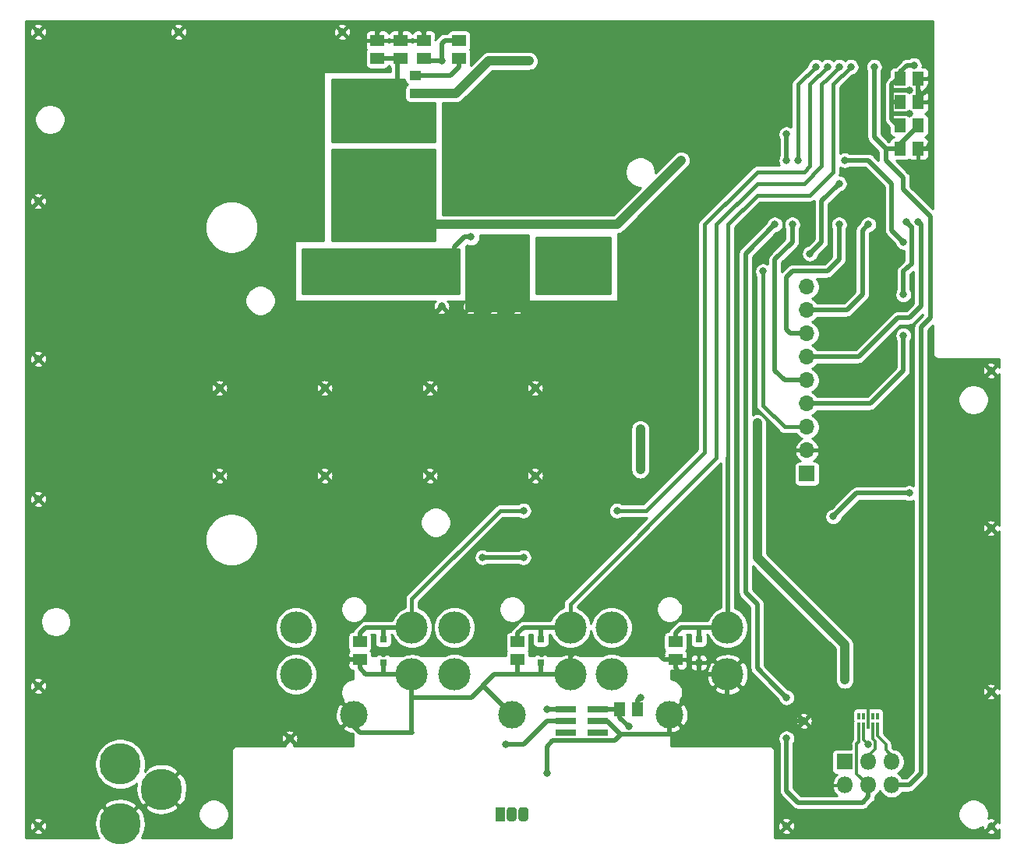
<source format=gbl>
G04 #@! TF.GenerationSoftware,KiCad,Pcbnew,(5.1.6)-1*
G04 #@! TF.CreationDate,2021-06-16T15:57:26+02:00*
G04 #@! TF.ProjectId,wall-sensor-of-room-temperature,77616c6c-2d73-4656-9e73-6f722d6f662d,rev?*
G04 #@! TF.SameCoordinates,Original*
G04 #@! TF.FileFunction,Copper,L2,Bot*
G04 #@! TF.FilePolarity,Positive*
%FSLAX46Y46*%
G04 Gerber Fmt 4.6, Leading zero omitted, Abs format (unit mm)*
G04 Created by KiCad (PCBNEW (5.1.6)-1) date 2021-06-16 15:57:26*
%MOMM*%
%LPD*%
G01*
G04 APERTURE LIST*
G04 #@! TA.AperFunction,ComponentPad*
%ADD10C,0.800000*%
G04 #@! TD*
G04 #@! TA.AperFunction,ComponentPad*
%ADD11O,1.800000X1.800000*%
G04 #@! TD*
G04 #@! TA.AperFunction,ComponentPad*
%ADD12R,1.800000X1.800000*%
G04 #@! TD*
G04 #@! TA.AperFunction,ComponentPad*
%ADD13C,4.500000*%
G04 #@! TD*
G04 #@! TA.AperFunction,SMDPad,CuDef*
%ADD14R,0.300000X0.800000*%
G04 #@! TD*
G04 #@! TA.AperFunction,ComponentPad*
%ADD15O,1.700000X1.700000*%
G04 #@! TD*
G04 #@! TA.AperFunction,ComponentPad*
%ADD16R,1.700000X1.700000*%
G04 #@! TD*
G04 #@! TA.AperFunction,SMDPad,CuDef*
%ADD17R,2.200000X0.800000*%
G04 #@! TD*
G04 #@! TA.AperFunction,ComponentPad*
%ADD18R,1.050000X1.500000*%
G04 #@! TD*
G04 #@! TA.AperFunction,ComponentPad*
%ADD19C,3.000000*%
G04 #@! TD*
G04 #@! TA.AperFunction,ComponentPad*
%ADD20C,3.500000*%
G04 #@! TD*
G04 #@! TA.AperFunction,SMDPad,CuDef*
%ADD21R,1.300000X1.500000*%
G04 #@! TD*
G04 #@! TA.AperFunction,SMDPad,CuDef*
%ADD22R,1.500000X1.300000*%
G04 #@! TD*
G04 #@! TA.AperFunction,SMDPad,CuDef*
%ADD23R,1.300000X1.000000*%
G04 #@! TD*
G04 #@! TA.AperFunction,SMDPad,CuDef*
%ADD24R,0.800000X0.800000*%
G04 #@! TD*
G04 #@! TA.AperFunction,ViaPad*
%ADD25C,0.800000*%
G04 #@! TD*
G04 #@! TA.AperFunction,Conductor*
%ADD26C,0.450000*%
G04 #@! TD*
G04 #@! TA.AperFunction,Conductor*
%ADD27C,0.500000*%
G04 #@! TD*
G04 #@! TA.AperFunction,Conductor*
%ADD28C,0.300000*%
G04 #@! TD*
G04 #@! TA.AperFunction,Conductor*
%ADD29C,1.000000*%
G04 #@! TD*
G04 #@! TA.AperFunction,Conductor*
%ADD30C,0.250000*%
G04 #@! TD*
G04 APERTURE END LIST*
D10*
X93345000Y-73660000D03*
X118110000Y-113030000D03*
X127635000Y-140970000D03*
X92075000Y-73660000D03*
X86995000Y-92790002D03*
X88475001Y-92920001D03*
X100965000Y-97790000D03*
X100965000Y-94615000D03*
X97790000Y-97790000D03*
X97790000Y-94615000D03*
X94615000Y-97790000D03*
X94615000Y-94615000D03*
X76835000Y-90805000D03*
X76200000Y-89535000D03*
X76200000Y-87630000D03*
X76200000Y-86360000D03*
X89535000Y-100330000D03*
X92075000Y-100330000D03*
X86995000Y-100330000D03*
X83820000Y-100330000D03*
X89535000Y-98425000D03*
X86995000Y-98425000D03*
X89535000Y-96520000D03*
X86995000Y-96520000D03*
X81280000Y-97790000D03*
X85090000Y-97790000D03*
X73025000Y-94950000D03*
X85205000Y-95135000D03*
X81280000Y-94950000D03*
X77470000Y-94950000D03*
X77470000Y-76200000D03*
X76200000Y-76200000D03*
X73660000Y-81280000D03*
X73660000Y-78740000D03*
X77470000Y-97790000D03*
X73025000Y-97790000D03*
X83820000Y-73660000D03*
X95885000Y-80645000D03*
X95885000Y-84455000D03*
X95885000Y-88265000D03*
X99060000Y-88265000D03*
X99060000Y-84455000D03*
X99060000Y-80645000D03*
X99060000Y-76835000D03*
X95885000Y-76835000D03*
X40005000Y-88900000D03*
X40005000Y-70485000D03*
X55245000Y-70485000D03*
X73025000Y-70485000D03*
X89535000Y-70485000D03*
X106680000Y-70485000D03*
X108585000Y-85725000D03*
X109855000Y-84455000D03*
X135600000Y-91150000D03*
X134330000Y-91150000D03*
X123825000Y-94615000D03*
X118745000Y-96520000D03*
X120015000Y-91440000D03*
X121920000Y-91440000D03*
X127000000Y-91440000D03*
X130175000Y-91440000D03*
X133985000Y-93345000D03*
X133985000Y-99060000D03*
X133985000Y-103505000D03*
X134620000Y-120650000D03*
X118110000Y-114300000D03*
X105410000Y-113665000D03*
X105410000Y-118110000D03*
X102870000Y-122555000D03*
X92710000Y-122555000D03*
X92710000Y-127635000D03*
X143510000Y-124460000D03*
X88265000Y-127635000D03*
X143510000Y-107315000D03*
X126365000Y-123190000D03*
X121285000Y-147320000D03*
X127635000Y-139700000D03*
X121285000Y-142875000D03*
X130175000Y-147955000D03*
X121285000Y-156845000D03*
X123190000Y-145415000D03*
X105410000Y-142875000D03*
X143510000Y-156845000D03*
X104140000Y-146050000D03*
X143510000Y-142240000D03*
X71120000Y-118745000D03*
X71120000Y-109220000D03*
X95250000Y-151130000D03*
X95250000Y-144145000D03*
X82550000Y-109220000D03*
X93980000Y-109220000D03*
X82550000Y-118745000D03*
X93980000Y-118745000D03*
X59690000Y-118745000D03*
X67310000Y-147320000D03*
X90805000Y-147955000D03*
X40005000Y-106045000D03*
X59690000Y-109220000D03*
X40005000Y-121285000D03*
X40005000Y-141605000D03*
X40005000Y-156845000D03*
D11*
X127635000Y-152400000D03*
X130175000Y-152400000D03*
X130175000Y-149860000D03*
D12*
X127635000Y-149860000D03*
D11*
X132715000Y-152400000D03*
X132715000Y-149860000D03*
D13*
X48895000Y-150095000D03*
X48895000Y-156595000D03*
X53395000Y-152845000D03*
D14*
X129675000Y-145955000D03*
X131175000Y-145955000D03*
X129175000Y-144875000D03*
X129675000Y-144875000D03*
X130175000Y-145955000D03*
X130675000Y-145955000D03*
X129175000Y-145955000D03*
X130175000Y-144875000D03*
X130675000Y-144875000D03*
X131175000Y-144875000D03*
D15*
X123515000Y-110910000D03*
X123515000Y-108370000D03*
X123515000Y-98210000D03*
X123515000Y-100750000D03*
X123515000Y-115990000D03*
D16*
X123515000Y-118530000D03*
D15*
X123515000Y-113450000D03*
X123515000Y-105830000D03*
X123515000Y-103290000D03*
D17*
X100787200Y-145415000D03*
X100787200Y-146685000D03*
X100787200Y-144145000D03*
X97332800Y-146685000D03*
X97332800Y-145415000D03*
X97332800Y-144145000D03*
G04 #@! TA.AperFunction,ComponentPad*
G36*
G01*
X92185000Y-156062500D02*
X92185000Y-155087500D01*
G75*
G02*
X92447500Y-154825000I262500J0D01*
G01*
X92972500Y-154825000D01*
G75*
G02*
X93235000Y-155087500I0J-262500D01*
G01*
X93235000Y-156062500D01*
G75*
G02*
X92972500Y-156325000I-262500J0D01*
G01*
X92447500Y-156325000D01*
G75*
G02*
X92185000Y-156062500I0J262500D01*
G01*
G37*
G04 #@! TD.AperFunction*
G04 #@! TA.AperFunction,ComponentPad*
G36*
G01*
X90915000Y-156062500D02*
X90915000Y-155087500D01*
G75*
G02*
X91177500Y-154825000I262500J0D01*
G01*
X91702500Y-154825000D01*
G75*
G02*
X91965000Y-155087500I0J-262500D01*
G01*
X91965000Y-156062500D01*
G75*
G02*
X91702500Y-156325000I-262500J0D01*
G01*
X91177500Y-156325000D01*
G75*
G02*
X90915000Y-156062500I0J262500D01*
G01*
G37*
G04 #@! TD.AperFunction*
D18*
X90170000Y-155575000D03*
D19*
X74295000Y-144745000D03*
D20*
X80595000Y-140345000D03*
X80595000Y-135245000D03*
X67995000Y-140345000D03*
X67995000Y-135245000D03*
D19*
X91500000Y-144745000D03*
D20*
X97800000Y-140345000D03*
X97800000Y-135245000D03*
X85200000Y-140345000D03*
X85200000Y-135245000D03*
D19*
X108585000Y-144745000D03*
D20*
X114885000Y-140345000D03*
X114885000Y-135245000D03*
X102285000Y-140345000D03*
X102285000Y-135245000D03*
D21*
X105110000Y-144145000D03*
X103170000Y-144145000D03*
X133650000Y-80645000D03*
X135590000Y-80645000D03*
D22*
X85725000Y-71420000D03*
X85725000Y-73360000D03*
X81915000Y-73360000D03*
X81915000Y-71420000D03*
D23*
X81010000Y-75250000D03*
X79010000Y-76200000D03*
X81010000Y-77150000D03*
D24*
X77470000Y-136525000D03*
X77470000Y-139065000D03*
X94615000Y-136525000D03*
X94615000Y-139065000D03*
X111760000Y-136525000D03*
X111760000Y-139065000D03*
D22*
X74930000Y-136825000D03*
X74930000Y-138765000D03*
X92075000Y-136825000D03*
X92075000Y-138765000D03*
X109220000Y-136825000D03*
X109220000Y-138765000D03*
D21*
X133650000Y-83185000D03*
X135590000Y-83185000D03*
X133650000Y-75565000D03*
X135590000Y-75565000D03*
X133650000Y-78105000D03*
X135590000Y-78105000D03*
D22*
X76835000Y-73360000D03*
X76835000Y-71420000D03*
X79375000Y-73360000D03*
X79375000Y-71420000D03*
D25*
X136940001Y-82769999D03*
X136940001Y-76419999D03*
X135128000Y-74114999D03*
X134620000Y-79375000D03*
X134620000Y-76835000D03*
X127000000Y-86995000D03*
X130810000Y-74295000D03*
X121285000Y-81615000D03*
X121285000Y-84455000D03*
X128270000Y-74295000D03*
X127000000Y-74295000D03*
X125730000Y-74295000D03*
X122555000Y-84455000D03*
X127635000Y-84455000D03*
X124460000Y-74295000D03*
D26*
X80595000Y-141655000D02*
X80595000Y-140345000D01*
X97800000Y-141595000D02*
X97800000Y-140345000D01*
X114885000Y-141655000D02*
X114885000Y-140345000D01*
X74295000Y-144745000D02*
X74295000Y-145415000D01*
X74295000Y-144745000D02*
X72990000Y-144745000D01*
D27*
X74295000Y-146050000D02*
X74930000Y-146685000D01*
X74295000Y-144745000D02*
X74295000Y-146050000D01*
X114885000Y-146635000D02*
X114935000Y-146685000D01*
X114885000Y-140345000D02*
X114885000Y-146635000D01*
X80595000Y-146635000D02*
X80645000Y-146685000D01*
X80645000Y-146685000D02*
X74930000Y-146685000D01*
X74930000Y-138765000D02*
X74930000Y-139700000D01*
X74930000Y-139700000D02*
X75575000Y-140345000D01*
X77470000Y-140335000D02*
X77460000Y-140345000D01*
X75575000Y-140345000D02*
X77460000Y-140345000D01*
X77470000Y-139065000D02*
X77470000Y-140335000D01*
X77460000Y-140345000D02*
X80595000Y-140345000D01*
X94605000Y-140345000D02*
X94605000Y-139075000D01*
X94605000Y-140345000D02*
X97800000Y-140345000D01*
X94605000Y-139075000D02*
X94615000Y-139065000D01*
X92720000Y-140345000D02*
X94605000Y-140345000D01*
X109220000Y-138765000D02*
X109220000Y-139700000D01*
X109220000Y-139700000D02*
X109865000Y-140345000D01*
X111760000Y-140335000D02*
X111750000Y-140345000D01*
X111760000Y-139065000D02*
X111760000Y-140335000D01*
X109865000Y-140345000D02*
X111750000Y-140345000D01*
X111750000Y-140345000D02*
X114885000Y-140345000D01*
X136525000Y-83185000D02*
X136940001Y-82769999D01*
X135590000Y-83185000D02*
X136525000Y-83185000D01*
X136190000Y-77170000D02*
X136940001Y-76419999D01*
X135590000Y-77170000D02*
X136190000Y-77170000D01*
X135590000Y-78105000D02*
X135590000Y-77170000D01*
X135590000Y-77170000D02*
X135590000Y-75565000D01*
X79375000Y-69850000D02*
X79515001Y-69709999D01*
X79375000Y-71420000D02*
X79375000Y-69850000D01*
X81915000Y-70485000D02*
X81139999Y-69709999D01*
X79515001Y-69709999D02*
X81139999Y-69709999D01*
X81915000Y-71420000D02*
X81915000Y-70485000D01*
X100787200Y-145415000D02*
X101827202Y-145415000D01*
X101827202Y-145415000D02*
X103097202Y-146685000D01*
X103097202Y-146685000D02*
X103312203Y-146900001D01*
X117894999Y-146900001D02*
X118427500Y-146367500D01*
X106464999Y-146900001D02*
X107099999Y-146900001D01*
X118427500Y-146367500D02*
X118110000Y-146685000D01*
X103312203Y-146900001D02*
X106464999Y-146900001D01*
X108585000Y-146685000D02*
X108369999Y-146900001D01*
X108585000Y-144745000D02*
X108585000Y-146685000D01*
X106464999Y-146900001D02*
X108369999Y-146900001D01*
X108369999Y-146900001D02*
X117894999Y-146900001D01*
X88360000Y-141605000D02*
X88265000Y-141605000D01*
X91500000Y-144745000D02*
X88360000Y-141605000D01*
X88265000Y-141605000D02*
X89525000Y-140345000D01*
X88360000Y-141605000D02*
X87040000Y-142925000D01*
X80595000Y-140345000D02*
X80595000Y-142925000D01*
X87040000Y-142925000D02*
X80595000Y-142925000D01*
X80595000Y-142925000D02*
X80595000Y-146635000D01*
X92075000Y-140335000D02*
X92085000Y-140345000D01*
X92075000Y-138765000D02*
X92075000Y-140335000D01*
X89525000Y-140345000D02*
X92085000Y-140345000D01*
X92085000Y-140345000D02*
X92720000Y-140345000D01*
X103312203Y-146900001D02*
X103289999Y-146900001D01*
X119380000Y-145415000D02*
X118427500Y-146367500D01*
X95250000Y-149225000D02*
X95250000Y-148590000D01*
X95250000Y-151130000D02*
X95250000Y-149225000D01*
X102638204Y-147574000D02*
X103312203Y-146900001D01*
X95885000Y-147574000D02*
X102638204Y-147574000D01*
X95250000Y-149225000D02*
X95250000Y-148209000D01*
X95250000Y-148209000D02*
X95885000Y-147574000D01*
D28*
X130175000Y-145955000D02*
X130175000Y-144875000D01*
X130175000Y-144875000D02*
X130175000Y-144145000D01*
X130175000Y-144145000D02*
X129540000Y-143510000D01*
D27*
X123190000Y-145415000D02*
X122555000Y-145415000D01*
X122555000Y-145415000D02*
X119380000Y-145415000D01*
D28*
X125095000Y-143510000D02*
X129540000Y-143510000D01*
X123190000Y-145415000D02*
X125095000Y-143510000D01*
D27*
X97800000Y-140345000D02*
X97800000Y-138420000D01*
X97800000Y-138420000D02*
X98425000Y-137795000D01*
X107970000Y-138765000D02*
X109220000Y-138765000D01*
X107000000Y-137795000D02*
X107970000Y-138765000D01*
X98425000Y-137795000D02*
X107000000Y-137795000D01*
X74930000Y-138765000D02*
X73360000Y-138765000D01*
X73360000Y-138765000D02*
X71755000Y-137160000D01*
X71755000Y-137160000D02*
X71755000Y-125730000D01*
X71755000Y-125730000D02*
X83994682Y-113490318D01*
X83994682Y-113490318D02*
X88265000Y-113490318D01*
X76835000Y-71420000D02*
X76835000Y-70485000D01*
X77610001Y-69709999D02*
X79515001Y-69709999D01*
X76835000Y-70485000D02*
X77610001Y-69709999D01*
X76535000Y-71120000D02*
X76835000Y-71420000D01*
X86995000Y-92790002D02*
X86279998Y-92790002D01*
X85205000Y-93865000D02*
X85205000Y-95135000D01*
X86279998Y-92790002D02*
X85205000Y-93865000D01*
X79375000Y-73360000D02*
X76835000Y-73360000D01*
X79010000Y-73725000D02*
X79375000Y-73360000D01*
X79010000Y-76200000D02*
X79010000Y-73725000D01*
D29*
X79010000Y-76200000D02*
X77470000Y-76200000D01*
X76200000Y-76200000D02*
X77470000Y-76200000D01*
X76200000Y-90170000D02*
X76200000Y-86995000D01*
X76200000Y-86360000D02*
X76200000Y-87630000D01*
X76835000Y-90805000D02*
X76200000Y-90170000D01*
D27*
X133650000Y-75565000D02*
X133650000Y-74844998D01*
D29*
X109855000Y-84455000D02*
X108585000Y-85725000D01*
X102870000Y-91440000D02*
X77470000Y-91440000D01*
X77470000Y-91440000D02*
X76835000Y-90805000D01*
X108585000Y-85725000D02*
X102870000Y-91440000D01*
D27*
X134379999Y-74114999D02*
X133650000Y-74844998D01*
X135128000Y-74114999D02*
X134379999Y-74114999D01*
X125095000Y-93345000D02*
X123825000Y-94615000D01*
X125095000Y-88900000D02*
X125095000Y-93345000D01*
X127000000Y-86995000D02*
X125095000Y-88900000D01*
X133650000Y-80645000D02*
X133350000Y-80645000D01*
X133350000Y-80645000D02*
X132715000Y-80010000D01*
X133650000Y-75565000D02*
X133350000Y-75565000D01*
X133350000Y-75565000D02*
X132715000Y-76200000D01*
X132715000Y-78105000D02*
X133650000Y-78105000D01*
X132715000Y-78105000D02*
X132715000Y-79375000D01*
X134620000Y-79375000D02*
X132715000Y-79375000D01*
X132715000Y-79375000D02*
X132715000Y-80010000D01*
X134620000Y-76835000D02*
X132715000Y-76835000D01*
X132715000Y-76200000D02*
X132715000Y-76835000D01*
X132715000Y-76835000D02*
X132715000Y-78105000D01*
X123730000Y-118745000D02*
X123515000Y-118530000D01*
D29*
X105410000Y-118110000D02*
X105410000Y-113665000D01*
D27*
X105110000Y-143175000D02*
X105110000Y-144145000D01*
X105410000Y-142875000D02*
X105110000Y-143175000D01*
X92710000Y-127635000D02*
X88265000Y-127635000D01*
X133650000Y-82685000D02*
X133650000Y-83185000D01*
X135590000Y-80745000D02*
X133650000Y-82685000D01*
X135590000Y-80645000D02*
X135590000Y-80745000D01*
X133650000Y-83185000D02*
X132080000Y-83185000D01*
X130810000Y-81915000D02*
X132080000Y-83185000D01*
X130810000Y-74295000D02*
X130810000Y-81915000D01*
X135890000Y-138430000D02*
X135890000Y-139065000D01*
X132080000Y-84455000D02*
X132080000Y-83185000D01*
X133985000Y-86360000D02*
X132080000Y-84455000D01*
X135890000Y-102616000D02*
X136906000Y-101600000D01*
X135890000Y-138430000D02*
X135890000Y-102616000D01*
X136906000Y-101600000D02*
X136906000Y-90551000D01*
X136906000Y-90551000D02*
X133985000Y-87630000D01*
X133985000Y-87630000D02*
X133985000Y-86360000D01*
X132715000Y-152400000D02*
X134620000Y-152400000D01*
X134620000Y-152400000D02*
X135890000Y-151130000D01*
X135890000Y-138430000D02*
X135890000Y-145415000D01*
X135890000Y-151130000D02*
X135890000Y-145415000D01*
X135890000Y-145415000D02*
X135890000Y-146685000D01*
D28*
X129675000Y-145955000D02*
X129675000Y-146820000D01*
X130175000Y-147955000D02*
X129675008Y-147455008D01*
X129675000Y-147432104D02*
X129675000Y-146820000D01*
X129675008Y-147432112D02*
X129675000Y-147432104D01*
X129675008Y-147455008D02*
X129675008Y-147432112D01*
D27*
X121285000Y-81615000D02*
X121285000Y-84455000D01*
D28*
X130175000Y-152400000D02*
X128939991Y-151164991D01*
X129175000Y-147685000D02*
X128939991Y-147920009D01*
X129175000Y-145955000D02*
X129175000Y-147685000D01*
X128939991Y-151164991D02*
X128939991Y-147920009D01*
D27*
X129540000Y-154305000D02*
X124460000Y-154305000D01*
X130175000Y-152400000D02*
X130175000Y-153670000D01*
X130175000Y-153670000D02*
X129540000Y-154305000D01*
X121285000Y-147320000D02*
X121285000Y-153035000D01*
X122555000Y-154305000D02*
X124460000Y-154305000D01*
X121285000Y-153035000D02*
X122555000Y-154305000D01*
X120015000Y-141605000D02*
X121285000Y-142875000D01*
X120015000Y-91440000D02*
X116840000Y-94615000D01*
X116840000Y-118110000D02*
X116840000Y-131445000D01*
X116840000Y-118110000D02*
X116840000Y-118745000D01*
X116840000Y-94615000D02*
X116840000Y-118110000D01*
X116840000Y-131445000D02*
X118110000Y-132715000D01*
X118110000Y-132715000D02*
X118110000Y-139700000D01*
X120015000Y-141605000D02*
X118110000Y-139700000D01*
X109220000Y-135890000D02*
X109220000Y-136825000D01*
X109865000Y-135245000D02*
X109220000Y-135890000D01*
X111760000Y-135255000D02*
X111750000Y-135245000D01*
X111760000Y-136525000D02*
X111760000Y-135255000D01*
X114885000Y-135245000D02*
X111750000Y-135245000D01*
X111750000Y-135245000D02*
X109865000Y-135245000D01*
D26*
X126365000Y-76200000D02*
X126365000Y-85725000D01*
X128270000Y-74295000D02*
X126365000Y-76200000D01*
X126365000Y-85725000D02*
X123825000Y-88265000D01*
X123825000Y-88265000D02*
X118110000Y-88265000D01*
X118110000Y-88265000D02*
X114935000Y-91440000D01*
X114935000Y-91440000D02*
X114935000Y-116840000D01*
D27*
X114935000Y-135195000D02*
X114885000Y-135245000D01*
X114935000Y-131445000D02*
X114935000Y-135195000D01*
X114935000Y-131445000D02*
X114935000Y-132715000D01*
X114935000Y-116840000D02*
X114935000Y-131445000D01*
X92075000Y-135890000D02*
X92075000Y-136825000D01*
X92720000Y-135245000D02*
X92075000Y-135890000D01*
X94615000Y-135255000D02*
X94605000Y-135245000D01*
X97800000Y-135245000D02*
X94605000Y-135245000D01*
X94615000Y-136525000D02*
X94615000Y-135255000D01*
X94605000Y-135245000D02*
X92720000Y-135245000D01*
D26*
X125095000Y-85090000D02*
X125095000Y-76200000D01*
X125730000Y-75565000D02*
X127000000Y-74295000D01*
X97800000Y-132705000D02*
X113665000Y-116840000D01*
X97800000Y-135245000D02*
X97800000Y-132705000D01*
X118745000Y-86979990D02*
X123190000Y-86995000D01*
X113665000Y-91440000D02*
X118125010Y-86979990D01*
X123190000Y-86995000D02*
X125095000Y-85090000D01*
X113665000Y-116840000D02*
X113665000Y-91440000D01*
X125095000Y-76200000D02*
X125730000Y-75565000D01*
X118125010Y-86979990D02*
X118745000Y-86979990D01*
D27*
X76835000Y-135255000D02*
X76845000Y-135245000D01*
X75575000Y-135245000D02*
X76845000Y-135245000D01*
X74930000Y-135890000D02*
X75575000Y-135245000D01*
X74930000Y-136825000D02*
X74930000Y-135890000D01*
D26*
X77470000Y-135255000D02*
X77460000Y-135245000D01*
D27*
X77470000Y-136525000D02*
X77470000Y-135255000D01*
X76845000Y-135245000D02*
X77460000Y-135245000D01*
X77460000Y-135245000D02*
X80595000Y-135245000D01*
D26*
X112395000Y-98425000D02*
X112395000Y-91440000D01*
X106045000Y-122555000D02*
X112395000Y-116205000D01*
X112395000Y-116205000D02*
X112395000Y-98425000D01*
X112395000Y-91440000D02*
X116840000Y-86995000D01*
X116840000Y-86995000D02*
X116870020Y-86964980D01*
X118110000Y-85725000D02*
X116840000Y-86995000D01*
X123190000Y-85725000D02*
X118110000Y-85725000D01*
X125730000Y-74295000D02*
X123825000Y-76200000D01*
X123825000Y-85090000D02*
X123190000Y-85725000D01*
X123825000Y-76200000D02*
X123825000Y-85090000D01*
X106045000Y-122555000D02*
X102870000Y-122555000D01*
X80595000Y-132130000D02*
X80595000Y-135245000D01*
X90170000Y-122555000D02*
X80595000Y-132130000D01*
X92710000Y-122555000D02*
X90170000Y-122555000D01*
D29*
X84775000Y-77150000D02*
X84135000Y-77150000D01*
X84135000Y-77150000D02*
X81010000Y-77150000D01*
D27*
X121920000Y-131445000D02*
X120650000Y-130175000D01*
D29*
X127635000Y-137160000D02*
X120650000Y-130175000D01*
X127635000Y-140970000D02*
X127635000Y-137160000D01*
X118110000Y-127635000D02*
X118110000Y-113030000D01*
X120650000Y-130175000D02*
X118110000Y-127635000D01*
X85410000Y-77150000D02*
X84135000Y-77150000D01*
X93345000Y-73660000D02*
X88900000Y-73660000D01*
X88900000Y-73660000D02*
X85410000Y-77150000D01*
D28*
X130675000Y-149360000D02*
X130175000Y-149860000D01*
X130675000Y-145955000D02*
X130675000Y-147344998D01*
X130175000Y-149860000D02*
X130175000Y-149225000D01*
X130925001Y-147594999D02*
X130675000Y-147344998D01*
X130925001Y-148474999D02*
X130925001Y-147594999D01*
X130175000Y-149225000D02*
X130925001Y-148474999D01*
X131175000Y-145955000D02*
X131175000Y-147050000D01*
X132715000Y-149860000D02*
X132715000Y-149225000D01*
X132715000Y-149225000D02*
X132080000Y-148590000D01*
X132080000Y-147955000D02*
X131175000Y-147050000D01*
X132080000Y-148590000D02*
X132080000Y-147955000D01*
D26*
X122770000Y-103290000D02*
X123515000Y-103290000D01*
D27*
X127000000Y-94615000D02*
X127000000Y-95250000D01*
X127000000Y-91440000D02*
X127000000Y-94615000D01*
X121705000Y-103290000D02*
X123515000Y-103290000D01*
X125730000Y-96520000D02*
X121920000Y-96520000D01*
X121285000Y-97155000D02*
X121285000Y-102870000D01*
X127000000Y-95250000D02*
X125730000Y-96520000D01*
X121920000Y-96520000D02*
X121285000Y-97155000D01*
X121285000Y-102870000D02*
X121705000Y-103290000D01*
X123515000Y-100750000D02*
X124880000Y-100750000D01*
X127215000Y-100750000D02*
X123515000Y-100750000D01*
X127850000Y-100750000D02*
X127215000Y-100750000D01*
X130175000Y-91440000D02*
X129540000Y-92075000D01*
X129540000Y-99060000D02*
X127850000Y-100750000D01*
X129540000Y-92075000D02*
X129540000Y-99060000D01*
X121920000Y-93345000D02*
X121920000Y-91440000D01*
X120015000Y-95250000D02*
X121920000Y-93345000D01*
X120015000Y-107315000D02*
X120015000Y-95250000D01*
X123515000Y-108370000D02*
X121070000Y-108370000D01*
X121070000Y-108370000D02*
X120015000Y-107315000D01*
D26*
X118745000Y-96520000D02*
X118745000Y-109220000D01*
X123515000Y-113450000D02*
X121070000Y-113450000D01*
X118745000Y-111125000D02*
X118745000Y-109220000D01*
X121070000Y-113450000D02*
X118745000Y-111125000D01*
D27*
X133985000Y-106045000D02*
X133985000Y-103505000D01*
X123515000Y-110910000D02*
X130390000Y-110910000D01*
X133985000Y-107315000D02*
X133985000Y-106045000D01*
X130390000Y-110910000D02*
X133985000Y-107315000D01*
X134810001Y-91630001D02*
X134330000Y-91150000D01*
X134874000Y-95694999D02*
X134874000Y-91694000D01*
X133985000Y-96520000D02*
X134874000Y-95694999D01*
X133985000Y-99060000D02*
X133985000Y-96520000D01*
X123515000Y-105830000D02*
X129120000Y-105830000D01*
X129120000Y-105830000D02*
X133350000Y-101600000D01*
X133350000Y-101600000D02*
X134620000Y-101600000D01*
X135600000Y-91150000D02*
X135890000Y-91440000D01*
X135890000Y-91440000D02*
X135890000Y-100330000D01*
X135890000Y-100330000D02*
X135255000Y-100965000D01*
X134620000Y-101600000D02*
X135255000Y-100965000D01*
D26*
X135255000Y-100965000D02*
X135600000Y-100620000D01*
D27*
X81010000Y-75250000D02*
X84770000Y-75250000D01*
X85725000Y-74295000D02*
X85725000Y-73360000D01*
X84770000Y-75250000D02*
X85725000Y-74295000D01*
D26*
X122555000Y-76200000D02*
X122555000Y-84455000D01*
X124460000Y-74295000D02*
X122555000Y-76200000D01*
D27*
X127635000Y-84455000D02*
X130175000Y-84455000D01*
X130175000Y-84455000D02*
X132715000Y-86995000D01*
X132715000Y-86995000D02*
X132715000Y-92075000D01*
X132715000Y-92075000D02*
X133985000Y-93345000D01*
X100787200Y-144145000D02*
X103170000Y-144145000D01*
X103170000Y-144145000D02*
X103170000Y-145080000D01*
X103170000Y-145080000D02*
X104140000Y-146050000D01*
X126365000Y-123190000D02*
X128905000Y-120650000D01*
X128905000Y-120650000D02*
X134620000Y-120650000D01*
X95250000Y-144145000D02*
X97332800Y-144145000D01*
X81915000Y-73360000D02*
X82015000Y-73360000D01*
X82215000Y-73660000D02*
X81915000Y-73360000D01*
X83820000Y-73660000D02*
X82215000Y-73660000D01*
X85725000Y-71420000D02*
X84155000Y-71420000D01*
X83820000Y-71755000D02*
X83820000Y-73660000D01*
X84155000Y-71420000D02*
X83820000Y-71755000D01*
X97332800Y-145415000D02*
X95250000Y-145415000D01*
X92710000Y-147955000D02*
X90805000Y-147955000D01*
X95250000Y-145415000D02*
X92710000Y-147955000D01*
X97800000Y-146675000D02*
X97790000Y-146685000D01*
D30*
G36*
X112270000Y-90504341D02*
G01*
X112094341Y-90680000D01*
X105079568Y-90680000D01*
X109345388Y-86414181D01*
X109345397Y-86414170D01*
X110615387Y-85144182D01*
X110711379Y-85027216D01*
X110806557Y-84849149D01*
X110865169Y-84655936D01*
X110884958Y-84455001D01*
X110865169Y-84254066D01*
X110806557Y-84060852D01*
X110711379Y-83882786D01*
X110583290Y-83726710D01*
X110427214Y-83598621D01*
X110249148Y-83503443D01*
X110055934Y-83444831D01*
X109854999Y-83425042D01*
X109654064Y-83444831D01*
X109460851Y-83503443D01*
X109282784Y-83598621D01*
X109165818Y-83694613D01*
X107895830Y-84964603D01*
X107895819Y-84964612D01*
X107071958Y-85788473D01*
X107071958Y-85561311D01*
X107008090Y-85240225D01*
X106882809Y-84937767D01*
X106700927Y-84665563D01*
X106469437Y-84434073D01*
X106197233Y-84252191D01*
X105894775Y-84126910D01*
X105573689Y-84063042D01*
X105246311Y-84063042D01*
X104925225Y-84126910D01*
X104622767Y-84252191D01*
X104350563Y-84434073D01*
X104119073Y-84665563D01*
X103937191Y-84937767D01*
X103811910Y-85240225D01*
X103748042Y-85561311D01*
X103748042Y-85888689D01*
X103811910Y-86209775D01*
X103937191Y-86512233D01*
X104119073Y-86784437D01*
X104350563Y-87015927D01*
X104622767Y-87197809D01*
X104925225Y-87323090D01*
X105246311Y-87386958D01*
X105473474Y-87386958D01*
X102445433Y-90415000D01*
X83945000Y-90415000D01*
X83945000Y-78175000D01*
X85359650Y-78175000D01*
X85410000Y-78179959D01*
X85460350Y-78175000D01*
X85460351Y-78175000D01*
X85610935Y-78160169D01*
X85804148Y-78101558D01*
X85982215Y-78006380D01*
X86138291Y-77878291D01*
X86170397Y-77839170D01*
X89324569Y-74685000D01*
X93395351Y-74685000D01*
X93545935Y-74670169D01*
X93739148Y-74611558D01*
X93917215Y-74516380D01*
X94073291Y-74388291D01*
X94201380Y-74232215D01*
X94296558Y-74054148D01*
X94355169Y-73860935D01*
X94374959Y-73660000D01*
X94355169Y-73459065D01*
X94296558Y-73265852D01*
X94201380Y-73087785D01*
X94073291Y-72931709D01*
X93917215Y-72803620D01*
X93739148Y-72708442D01*
X93545935Y-72649831D01*
X93395351Y-72635000D01*
X88950339Y-72635000D01*
X88899999Y-72630042D01*
X88849659Y-72635000D01*
X88849649Y-72635000D01*
X88699065Y-72649831D01*
X88505852Y-72708442D01*
X88327785Y-72803620D01*
X88171709Y-72931709D01*
X88139612Y-72970819D01*
X86990178Y-74120254D01*
X86992403Y-74112918D01*
X87002540Y-74010000D01*
X87002540Y-72710000D01*
X86992403Y-72607082D01*
X86962383Y-72508119D01*
X86913633Y-72416914D01*
X86891545Y-72390000D01*
X86913633Y-72363086D01*
X86962383Y-72271881D01*
X86992403Y-72172918D01*
X87002540Y-72070000D01*
X87002540Y-70770000D01*
X86992403Y-70667082D01*
X86962383Y-70568119D01*
X86913633Y-70476914D01*
X86848027Y-70396973D01*
X86768086Y-70331367D01*
X86676881Y-70282617D01*
X86577918Y-70252597D01*
X86475000Y-70242460D01*
X84975000Y-70242460D01*
X84872082Y-70252597D01*
X84773119Y-70282617D01*
X84681914Y-70331367D01*
X84601973Y-70396973D01*
X84536367Y-70476914D01*
X84487617Y-70568119D01*
X84464295Y-70645000D01*
X84193063Y-70645000D01*
X84155000Y-70641251D01*
X84116937Y-70645000D01*
X84116935Y-70645000D01*
X84003074Y-70656214D01*
X83945000Y-70673831D01*
X83945000Y-69345000D01*
X112270000Y-69345000D01*
X112270000Y-90504341D01*
G37*
X112270000Y-90504341D02*
X112094341Y-90680000D01*
X105079568Y-90680000D01*
X109345388Y-86414181D01*
X109345397Y-86414170D01*
X110615387Y-85144182D01*
X110711379Y-85027216D01*
X110806557Y-84849149D01*
X110865169Y-84655936D01*
X110884958Y-84455001D01*
X110865169Y-84254066D01*
X110806557Y-84060852D01*
X110711379Y-83882786D01*
X110583290Y-83726710D01*
X110427214Y-83598621D01*
X110249148Y-83503443D01*
X110055934Y-83444831D01*
X109854999Y-83425042D01*
X109654064Y-83444831D01*
X109460851Y-83503443D01*
X109282784Y-83598621D01*
X109165818Y-83694613D01*
X107895830Y-84964603D01*
X107895819Y-84964612D01*
X107071958Y-85788473D01*
X107071958Y-85561311D01*
X107008090Y-85240225D01*
X106882809Y-84937767D01*
X106700927Y-84665563D01*
X106469437Y-84434073D01*
X106197233Y-84252191D01*
X105894775Y-84126910D01*
X105573689Y-84063042D01*
X105246311Y-84063042D01*
X104925225Y-84126910D01*
X104622767Y-84252191D01*
X104350563Y-84434073D01*
X104119073Y-84665563D01*
X103937191Y-84937767D01*
X103811910Y-85240225D01*
X103748042Y-85561311D01*
X103748042Y-85888689D01*
X103811910Y-86209775D01*
X103937191Y-86512233D01*
X104119073Y-86784437D01*
X104350563Y-87015927D01*
X104622767Y-87197809D01*
X104925225Y-87323090D01*
X105246311Y-87386958D01*
X105473474Y-87386958D01*
X102445433Y-90415000D01*
X83945000Y-90415000D01*
X83945000Y-78175000D01*
X85359650Y-78175000D01*
X85410000Y-78179959D01*
X85460350Y-78175000D01*
X85460351Y-78175000D01*
X85610935Y-78160169D01*
X85804148Y-78101558D01*
X85982215Y-78006380D01*
X86138291Y-77878291D01*
X86170397Y-77839170D01*
X89324569Y-74685000D01*
X93395351Y-74685000D01*
X93545935Y-74670169D01*
X93739148Y-74611558D01*
X93917215Y-74516380D01*
X94073291Y-74388291D01*
X94201380Y-74232215D01*
X94296558Y-74054148D01*
X94355169Y-73860935D01*
X94374959Y-73660000D01*
X94355169Y-73459065D01*
X94296558Y-73265852D01*
X94201380Y-73087785D01*
X94073291Y-72931709D01*
X93917215Y-72803620D01*
X93739148Y-72708442D01*
X93545935Y-72649831D01*
X93395351Y-72635000D01*
X88950339Y-72635000D01*
X88899999Y-72630042D01*
X88849659Y-72635000D01*
X88849649Y-72635000D01*
X88699065Y-72649831D01*
X88505852Y-72708442D01*
X88327785Y-72803620D01*
X88171709Y-72931709D01*
X88139612Y-72970819D01*
X86990178Y-74120254D01*
X86992403Y-74112918D01*
X87002540Y-74010000D01*
X87002540Y-72710000D01*
X86992403Y-72607082D01*
X86962383Y-72508119D01*
X86913633Y-72416914D01*
X86891545Y-72390000D01*
X86913633Y-72363086D01*
X86962383Y-72271881D01*
X86992403Y-72172918D01*
X87002540Y-72070000D01*
X87002540Y-70770000D01*
X86992403Y-70667082D01*
X86962383Y-70568119D01*
X86913633Y-70476914D01*
X86848027Y-70396973D01*
X86768086Y-70331367D01*
X86676881Y-70282617D01*
X86577918Y-70252597D01*
X86475000Y-70242460D01*
X84975000Y-70242460D01*
X84872082Y-70252597D01*
X84773119Y-70282617D01*
X84681914Y-70331367D01*
X84601973Y-70396973D01*
X84536367Y-70476914D01*
X84487617Y-70568119D01*
X84464295Y-70645000D01*
X84193063Y-70645000D01*
X84155000Y-70641251D01*
X84116937Y-70645000D01*
X84116935Y-70645000D01*
X84003074Y-70656214D01*
X83945000Y-70673831D01*
X83945000Y-69345000D01*
X112270000Y-69345000D01*
X112270000Y-90504341D01*
G36*
X79832460Y-75750000D02*
G01*
X79842597Y-75852918D01*
X79872617Y-75951881D01*
X79921367Y-76043086D01*
X79986973Y-76123027D01*
X80066914Y-76188633D01*
X80088180Y-76200000D01*
X80066914Y-76211367D01*
X79986973Y-76276973D01*
X79921367Y-76356914D01*
X79872617Y-76448119D01*
X79842597Y-76547082D01*
X79832460Y-76650000D01*
X79832460Y-77650000D01*
X79842597Y-77752918D01*
X79872617Y-77851881D01*
X79921367Y-77943086D01*
X79986973Y-78023027D01*
X80066914Y-78088633D01*
X80158119Y-78137383D01*
X80257082Y-78167403D01*
X80360000Y-78177540D01*
X81660000Y-78177540D01*
X81685788Y-78175000D01*
X83060000Y-78175000D01*
X83060000Y-82425000D01*
X71880000Y-82425000D01*
X71880000Y-75690000D01*
X79832460Y-75690000D01*
X79832460Y-75750000D01*
G37*
X79832460Y-75750000D02*
X79842597Y-75852918D01*
X79872617Y-75951881D01*
X79921367Y-76043086D01*
X79986973Y-76123027D01*
X80066914Y-76188633D01*
X80088180Y-76200000D01*
X80066914Y-76211367D01*
X79986973Y-76276973D01*
X79921367Y-76356914D01*
X79872617Y-76448119D01*
X79842597Y-76547082D01*
X79832460Y-76650000D01*
X79832460Y-77650000D01*
X79842597Y-77752918D01*
X79872617Y-77851881D01*
X79921367Y-77943086D01*
X79986973Y-78023027D01*
X80066914Y-78088633D01*
X80158119Y-78137383D01*
X80257082Y-78167403D01*
X80360000Y-78177540D01*
X81660000Y-78177540D01*
X81685788Y-78175000D01*
X83060000Y-78175000D01*
X83060000Y-82425000D01*
X71880000Y-82425000D01*
X71880000Y-75690000D01*
X79832460Y-75690000D01*
X79832460Y-75750000D01*
G36*
X93220000Y-100840000D02*
G01*
X86485000Y-100840000D01*
X86485000Y-93822437D01*
X86579916Y-93727521D01*
X86696018Y-93775612D01*
X86894046Y-93815002D01*
X87095954Y-93815002D01*
X87293982Y-93775612D01*
X87480520Y-93698346D01*
X87648400Y-93586172D01*
X87791170Y-93443402D01*
X87903344Y-93275522D01*
X87980610Y-93088984D01*
X88020000Y-92890956D01*
X88020000Y-92689048D01*
X87995325Y-92565000D01*
X93220000Y-92565000D01*
X93220000Y-100840000D01*
G37*
X93220000Y-100840000D02*
X86485000Y-100840000D01*
X86485000Y-93822437D01*
X86579916Y-93727521D01*
X86696018Y-93775612D01*
X86894046Y-93815002D01*
X87095954Y-93815002D01*
X87293982Y-93775612D01*
X87480520Y-93698346D01*
X87648400Y-93586172D01*
X87791170Y-93443402D01*
X87903344Y-93275522D01*
X87980610Y-93088984D01*
X88020000Y-92890956D01*
X88020000Y-92689048D01*
X87995325Y-92565000D01*
X93220000Y-92565000D01*
X93220000Y-100840000D01*
G36*
X102110000Y-98935000D02*
G01*
X94105000Y-98935000D01*
X94105000Y-92835000D01*
X102110000Y-92835000D01*
X102110000Y-98935000D01*
G37*
X102110000Y-98935000D02*
X94105000Y-98935000D01*
X94105000Y-92835000D01*
X102110000Y-92835000D01*
X102110000Y-98935000D01*
G36*
X83060000Y-93220000D02*
G01*
X71880000Y-93220000D01*
X71880000Y-83310000D01*
X83060000Y-83310000D01*
X83060000Y-93220000D01*
G37*
X83060000Y-93220000D02*
X71880000Y-93220000D01*
X71880000Y-83310000D01*
X83060000Y-83310000D01*
X83060000Y-93220000D01*
G36*
X85727000Y-98935000D02*
G01*
X68705000Y-98935000D01*
X68705000Y-94105000D01*
X85727000Y-94105000D01*
X85727000Y-98935000D01*
G37*
X85727000Y-98935000D02*
X68705000Y-98935000D01*
X68705000Y-94105000D01*
X85727000Y-94105000D01*
X85727000Y-98935000D01*
G36*
X84330000Y-70645000D02*
G01*
X84193063Y-70645000D01*
X84155000Y-70641251D01*
X84116937Y-70645000D01*
X84116935Y-70645000D01*
X84003074Y-70656214D01*
X83890987Y-70690216D01*
X83856985Y-70700530D01*
X83727016Y-70770000D01*
X83722350Y-70772494D01*
X83604341Y-70869341D01*
X83580071Y-70898914D01*
X83298918Y-71180068D01*
X83269341Y-71204341D01*
X83208404Y-71278594D01*
X83172494Y-71322350D01*
X83160389Y-71344998D01*
X83058752Y-71344998D01*
X83190000Y-71213750D01*
X83192540Y-70770000D01*
X83182403Y-70667082D01*
X83152383Y-70568119D01*
X83103633Y-70476914D01*
X83038027Y-70396973D01*
X82958086Y-70331367D01*
X82866881Y-70282617D01*
X82767918Y-70252597D01*
X82665000Y-70242460D01*
X82121250Y-70245000D01*
X81990000Y-70376250D01*
X81990000Y-71345000D01*
X82010000Y-71345000D01*
X82010000Y-71495000D01*
X81990000Y-71495000D01*
X81990000Y-71515000D01*
X81840000Y-71515000D01*
X81840000Y-71495000D01*
X80771250Y-71495000D01*
X80645000Y-71621250D01*
X80518750Y-71495000D01*
X79450000Y-71495000D01*
X79450000Y-71515000D01*
X79300000Y-71515000D01*
X79300000Y-71495000D01*
X78231250Y-71495000D01*
X78105000Y-71621250D01*
X77978750Y-71495000D01*
X76910000Y-71495000D01*
X76910000Y-71515000D01*
X76760000Y-71515000D01*
X76760000Y-71495000D01*
X75691250Y-71495000D01*
X75560000Y-71626250D01*
X75557460Y-72070000D01*
X75567597Y-72172918D01*
X75597617Y-72271881D01*
X75646367Y-72363086D01*
X75668455Y-72390000D01*
X75646367Y-72416914D01*
X75597617Y-72508119D01*
X75567597Y-72607082D01*
X75557460Y-72710000D01*
X75557460Y-74010000D01*
X75567597Y-74112918D01*
X75597617Y-74211881D01*
X75646367Y-74303086D01*
X75711973Y-74383027D01*
X75791914Y-74448633D01*
X75883119Y-74497383D01*
X75982082Y-74527403D01*
X76085000Y-74537540D01*
X77585000Y-74537540D01*
X77687918Y-74527403D01*
X77786881Y-74497383D01*
X77878086Y-74448633D01*
X77958027Y-74383027D01*
X78023633Y-74303086D01*
X78072383Y-74211881D01*
X78095705Y-74135000D01*
X78114295Y-74135000D01*
X78137617Y-74211881D01*
X78186367Y-74303086D01*
X78235001Y-74362346D01*
X78235000Y-74805000D01*
X71120000Y-74805000D01*
X71095614Y-74807402D01*
X71072165Y-74814515D01*
X71050554Y-74826066D01*
X71031612Y-74841612D01*
X71016066Y-74860554D01*
X71004515Y-74882165D01*
X70997402Y-74905614D01*
X70995000Y-74930000D01*
X70995000Y-93220000D01*
X67945000Y-93220000D01*
X67920614Y-93222402D01*
X67897165Y-93229515D01*
X67875554Y-93241066D01*
X67856612Y-93256612D01*
X67841066Y-93275554D01*
X67829515Y-93297165D01*
X67822402Y-93320614D01*
X67820000Y-93345000D01*
X67820000Y-99695000D01*
X67822402Y-99719386D01*
X67829515Y-99742835D01*
X67841066Y-99764446D01*
X67856612Y-99783388D01*
X67875554Y-99798934D01*
X67897165Y-99810485D01*
X67920614Y-99817598D01*
X67945000Y-99820000D01*
X83203932Y-99820000D01*
X83205031Y-99821099D01*
X83026406Y-99846126D01*
X82947256Y-100010246D01*
X82901645Y-100186654D01*
X82891326Y-100368570D01*
X82916694Y-100549004D01*
X82976777Y-100721022D01*
X83026406Y-100813874D01*
X83205033Y-100838901D01*
X83713934Y-100330000D01*
X83699792Y-100315858D01*
X83805858Y-100209792D01*
X83820000Y-100223934D01*
X83834143Y-100209792D01*
X83940209Y-100315858D01*
X83926066Y-100330000D01*
X84434967Y-100838901D01*
X84613594Y-100813874D01*
X84692744Y-100649754D01*
X84738355Y-100473346D01*
X84748674Y-100291430D01*
X84723306Y-100110996D01*
X84663223Y-99938978D01*
X84613594Y-99846126D01*
X84434969Y-99821099D01*
X84436068Y-99820000D01*
X86378932Y-99820000D01*
X86380031Y-99821099D01*
X86201406Y-99846126D01*
X86122256Y-100010246D01*
X86076645Y-100186654D01*
X86066326Y-100368570D01*
X86091694Y-100549004D01*
X86151777Y-100721022D01*
X86201406Y-100813874D01*
X86380033Y-100838901D01*
X86888934Y-100330000D01*
X86874792Y-100315858D01*
X86980858Y-100209792D01*
X86995000Y-100223934D01*
X87009143Y-100209792D01*
X87115209Y-100315858D01*
X87101066Y-100330000D01*
X87609967Y-100838901D01*
X87788594Y-100813874D01*
X87867744Y-100649754D01*
X87913355Y-100473346D01*
X87923674Y-100291430D01*
X87898306Y-100110996D01*
X87838223Y-99938978D01*
X87788594Y-99846126D01*
X87609969Y-99821099D01*
X87611068Y-99820000D01*
X88918932Y-99820000D01*
X88920031Y-99821099D01*
X88741406Y-99846126D01*
X88662256Y-100010246D01*
X88616645Y-100186654D01*
X88606326Y-100368570D01*
X88631694Y-100549004D01*
X88691777Y-100721022D01*
X88741406Y-100813874D01*
X88920033Y-100838901D01*
X89428934Y-100330000D01*
X89414792Y-100315858D01*
X89520858Y-100209792D01*
X89535000Y-100223934D01*
X89549143Y-100209792D01*
X89655209Y-100315858D01*
X89641066Y-100330000D01*
X90149967Y-100838901D01*
X90328594Y-100813874D01*
X90407744Y-100649754D01*
X90453355Y-100473346D01*
X90463674Y-100291430D01*
X90438306Y-100110996D01*
X90378223Y-99938978D01*
X90328594Y-99846126D01*
X90149969Y-99821099D01*
X90151068Y-99820000D01*
X91458932Y-99820000D01*
X91460031Y-99821099D01*
X91281406Y-99846126D01*
X91202256Y-100010246D01*
X91156645Y-100186654D01*
X91146326Y-100368570D01*
X91171694Y-100549004D01*
X91231777Y-100721022D01*
X91281406Y-100813874D01*
X91460033Y-100838901D01*
X91968934Y-100330000D01*
X91954792Y-100315858D01*
X92060858Y-100209792D01*
X92075000Y-100223934D01*
X92089143Y-100209792D01*
X92195209Y-100315858D01*
X92181066Y-100330000D01*
X92689967Y-100838901D01*
X92868594Y-100813874D01*
X92947744Y-100649754D01*
X92993355Y-100473346D01*
X93003674Y-100291430D01*
X92978306Y-100110996D01*
X92918223Y-99938978D01*
X92868594Y-99846126D01*
X92689969Y-99821099D01*
X92691068Y-99820000D01*
X102870000Y-99820000D01*
X102894386Y-99817598D01*
X102917835Y-99810485D01*
X102939446Y-99798934D01*
X102958388Y-99783388D01*
X102973934Y-99764446D01*
X102985485Y-99742835D01*
X102992598Y-99719386D01*
X102995000Y-99695000D01*
X102995000Y-92457648D01*
X103070935Y-92450169D01*
X103264148Y-92391558D01*
X103442215Y-92296380D01*
X103598291Y-92168291D01*
X103630397Y-92129170D01*
X105464568Y-90295000D01*
X111760000Y-90295000D01*
X111784386Y-90292598D01*
X111807835Y-90285485D01*
X111829446Y-90273934D01*
X111848388Y-90258388D01*
X111863934Y-90239446D01*
X111875485Y-90217835D01*
X111882598Y-90194386D01*
X111885000Y-90170000D01*
X111885000Y-69345000D01*
X137170001Y-69345000D01*
X137170000Y-89718986D01*
X134760000Y-87308986D01*
X134760000Y-86398063D01*
X134763749Y-86360000D01*
X134758790Y-86309649D01*
X134748786Y-86208074D01*
X134704470Y-86061986D01*
X134652652Y-85965041D01*
X134632506Y-85927349D01*
X134563797Y-85843628D01*
X134535659Y-85809341D01*
X134506087Y-85785072D01*
X133183554Y-84462540D01*
X134300000Y-84462540D01*
X134402918Y-84452403D01*
X134501881Y-84422383D01*
X134593086Y-84373633D01*
X134620000Y-84351545D01*
X134646914Y-84373633D01*
X134738119Y-84422383D01*
X134837082Y-84452403D01*
X134940000Y-84462540D01*
X135383750Y-84460000D01*
X135515000Y-84328750D01*
X135515000Y-83260000D01*
X135665000Y-83260000D01*
X135665000Y-84328750D01*
X135796250Y-84460000D01*
X136240000Y-84462540D01*
X136342918Y-84452403D01*
X136441881Y-84422383D01*
X136533086Y-84373633D01*
X136613027Y-84308027D01*
X136678633Y-84228086D01*
X136727383Y-84136881D01*
X136757403Y-84037918D01*
X136767540Y-83935000D01*
X136765000Y-83391250D01*
X136633750Y-83260000D01*
X135665000Y-83260000D01*
X135515000Y-83260000D01*
X135495000Y-83260000D01*
X135495000Y-83110000D01*
X135515000Y-83110000D01*
X135515000Y-83090000D01*
X135665000Y-83090000D01*
X135665000Y-83110000D01*
X136633750Y-83110000D01*
X136765000Y-82978750D01*
X136767540Y-82435000D01*
X136757403Y-82332082D01*
X136727383Y-82233119D01*
X136678633Y-82141914D01*
X136613027Y-82061973D01*
X136533086Y-81996367D01*
X136441881Y-81947617D01*
X136342918Y-81917597D01*
X136316551Y-81915000D01*
X136342918Y-81912403D01*
X136441881Y-81882383D01*
X136533086Y-81833633D01*
X136613027Y-81768027D01*
X136678633Y-81688086D01*
X136727383Y-81596881D01*
X136757403Y-81497918D01*
X136767540Y-81395000D01*
X136767540Y-79895000D01*
X136757403Y-79792082D01*
X136727383Y-79693119D01*
X136678633Y-79601914D01*
X136613027Y-79521973D01*
X136533086Y-79456367D01*
X136441881Y-79407617D01*
X136342918Y-79377597D01*
X136316551Y-79375000D01*
X136342918Y-79372403D01*
X136441881Y-79342383D01*
X136533086Y-79293633D01*
X136613027Y-79228027D01*
X136678633Y-79148086D01*
X136727383Y-79056881D01*
X136757403Y-78957918D01*
X136767540Y-78855000D01*
X136765000Y-78311250D01*
X136633750Y-78180000D01*
X135665000Y-78180000D01*
X135665000Y-78200000D01*
X135515000Y-78200000D01*
X135515000Y-78180000D01*
X135495000Y-78180000D01*
X135495000Y-78030000D01*
X135515000Y-78030000D01*
X135515000Y-77076926D01*
X135545000Y-76926105D01*
X135545000Y-76743895D01*
X135515000Y-76593074D01*
X135515000Y-75640000D01*
X135665000Y-75640000D01*
X135665000Y-76708750D01*
X135791250Y-76835000D01*
X135665000Y-76961250D01*
X135665000Y-78030000D01*
X136633750Y-78030000D01*
X136765000Y-77898750D01*
X136767540Y-77355000D01*
X136757403Y-77252082D01*
X136727383Y-77153119D01*
X136678633Y-77061914D01*
X136613027Y-76981973D01*
X136533086Y-76916367D01*
X136441881Y-76867617D01*
X136342918Y-76837597D01*
X136316551Y-76835000D01*
X136342918Y-76832403D01*
X136441881Y-76802383D01*
X136533086Y-76753633D01*
X136613027Y-76688027D01*
X136678633Y-76608086D01*
X136727383Y-76516881D01*
X136757403Y-76417918D01*
X136767540Y-76315000D01*
X136765000Y-75771250D01*
X136633750Y-75640000D01*
X135665000Y-75640000D01*
X135515000Y-75640000D01*
X135495000Y-75640000D01*
X135495000Y-75490000D01*
X135515000Y-75490000D01*
X135515000Y-75470000D01*
X135665000Y-75470000D01*
X135665000Y-75490000D01*
X136633750Y-75490000D01*
X136765000Y-75358750D01*
X136767540Y-74815000D01*
X136757403Y-74712082D01*
X136727383Y-74613119D01*
X136678633Y-74521914D01*
X136613027Y-74441973D01*
X136533086Y-74376367D01*
X136441881Y-74327617D01*
X136342918Y-74297597D01*
X136240000Y-74287460D01*
X136036586Y-74288624D01*
X136053000Y-74206104D01*
X136053000Y-74023894D01*
X136017453Y-73845186D01*
X135947725Y-73676847D01*
X135846495Y-73525346D01*
X135717653Y-73396504D01*
X135566152Y-73295274D01*
X135397813Y-73225546D01*
X135219105Y-73189999D01*
X135036895Y-73189999D01*
X134858187Y-73225546D01*
X134689848Y-73295274D01*
X134622912Y-73339999D01*
X134418061Y-73339999D01*
X134379998Y-73336250D01*
X134341935Y-73339999D01*
X134341934Y-73339999D01*
X134228073Y-73351213D01*
X134081985Y-73395529D01*
X133947349Y-73467493D01*
X133829340Y-73564340D01*
X133805075Y-73593907D01*
X133128913Y-74270071D01*
X133107724Y-74287460D01*
X133000000Y-74287460D01*
X132897082Y-74297597D01*
X132798119Y-74327617D01*
X132706914Y-74376367D01*
X132626973Y-74441973D01*
X132561367Y-74521914D01*
X132512617Y-74613119D01*
X132482597Y-74712082D01*
X132472460Y-74815000D01*
X132472460Y-75346525D01*
X132193918Y-75625068D01*
X132164341Y-75649341D01*
X132093121Y-75736125D01*
X132067494Y-75767350D01*
X132046915Y-75805852D01*
X131995530Y-75901987D01*
X131951214Y-76048075D01*
X131943995Y-76121376D01*
X131936251Y-76200000D01*
X131940000Y-76238063D01*
X131940000Y-76796935D01*
X131936251Y-76835000D01*
X131940000Y-76873065D01*
X131940001Y-78066925D01*
X131936251Y-78105000D01*
X131940000Y-78143065D01*
X131940001Y-79336925D01*
X131936251Y-79375000D01*
X131940000Y-79413065D01*
X131940000Y-79971937D01*
X131936251Y-80010000D01*
X131940000Y-80048063D01*
X131940000Y-80048065D01*
X131951214Y-80161926D01*
X131995530Y-80308014D01*
X132016362Y-80346987D01*
X132067494Y-80442650D01*
X132109956Y-80494389D01*
X132164342Y-80560659D01*
X132193913Y-80584927D01*
X132472460Y-80863475D01*
X132472460Y-81395000D01*
X132482597Y-81497918D01*
X132512617Y-81596881D01*
X132561367Y-81688086D01*
X132626973Y-81768027D01*
X132706914Y-81833633D01*
X132798119Y-81882383D01*
X132897082Y-81912403D01*
X132923449Y-81915000D01*
X132897082Y-81917597D01*
X132798119Y-81947617D01*
X132706914Y-81996367D01*
X132626973Y-82061973D01*
X132561367Y-82141914D01*
X132512617Y-82233119D01*
X132482597Y-82332082D01*
X132474922Y-82410000D01*
X132401015Y-82410000D01*
X131585000Y-81593986D01*
X131585000Y-74800088D01*
X131629725Y-74733152D01*
X131699453Y-74564813D01*
X131735000Y-74386105D01*
X131735000Y-74203895D01*
X131699453Y-74025187D01*
X131629725Y-73856848D01*
X131528495Y-73705347D01*
X131399653Y-73576505D01*
X131248152Y-73475275D01*
X131079813Y-73405547D01*
X130901105Y-73370000D01*
X130718895Y-73370000D01*
X130540187Y-73405547D01*
X130371848Y-73475275D01*
X130220347Y-73576505D01*
X130091505Y-73705347D01*
X129990275Y-73856848D01*
X129920547Y-74025187D01*
X129885000Y-74203895D01*
X129885000Y-74386105D01*
X129920547Y-74564813D01*
X129990275Y-74733152D01*
X130035000Y-74800088D01*
X130035001Y-81876927D01*
X130031251Y-81915000D01*
X130046215Y-82066926D01*
X130090531Y-82213014D01*
X130162494Y-82347650D01*
X130194777Y-82386986D01*
X130259342Y-82465659D01*
X130288914Y-82489928D01*
X131305001Y-83506016D01*
X131305000Y-84416937D01*
X131301251Y-84455000D01*
X131304555Y-84488540D01*
X130749932Y-83933918D01*
X130725659Y-83904341D01*
X130607650Y-83807494D01*
X130473014Y-83735530D01*
X130326926Y-83691214D01*
X130213065Y-83680000D01*
X130213063Y-83680000D01*
X130175000Y-83676251D01*
X130136937Y-83680000D01*
X128140088Y-83680000D01*
X128073152Y-83635275D01*
X127904813Y-83565547D01*
X127726105Y-83530000D01*
X127543895Y-83530000D01*
X127365187Y-83565547D01*
X127196848Y-83635275D01*
X127115000Y-83689964D01*
X127115000Y-76510659D01*
X128416723Y-75208937D01*
X128539813Y-75184453D01*
X128708152Y-75114725D01*
X128859653Y-75013495D01*
X128988495Y-74884653D01*
X129089725Y-74733152D01*
X129159453Y-74564813D01*
X129195000Y-74386105D01*
X129195000Y-74203895D01*
X129159453Y-74025187D01*
X129089725Y-73856848D01*
X128988495Y-73705347D01*
X128859653Y-73576505D01*
X128708152Y-73475275D01*
X128539813Y-73405547D01*
X128361105Y-73370000D01*
X128178895Y-73370000D01*
X128000187Y-73405547D01*
X127831848Y-73475275D01*
X127680347Y-73576505D01*
X127635000Y-73621852D01*
X127589653Y-73576505D01*
X127438152Y-73475275D01*
X127269813Y-73405547D01*
X127091105Y-73370000D01*
X126908895Y-73370000D01*
X126730187Y-73405547D01*
X126561848Y-73475275D01*
X126410347Y-73576505D01*
X126365000Y-73621852D01*
X126319653Y-73576505D01*
X126168152Y-73475275D01*
X125999813Y-73405547D01*
X125821105Y-73370000D01*
X125638895Y-73370000D01*
X125460187Y-73405547D01*
X125291848Y-73475275D01*
X125140347Y-73576505D01*
X125095000Y-73621852D01*
X125049653Y-73576505D01*
X124898152Y-73475275D01*
X124729813Y-73405547D01*
X124551105Y-73370000D01*
X124368895Y-73370000D01*
X124190187Y-73405547D01*
X124021848Y-73475275D01*
X123870347Y-73576505D01*
X123741505Y-73705347D01*
X123640275Y-73856848D01*
X123570547Y-74025187D01*
X123546063Y-74148277D01*
X122050719Y-75643621D01*
X122022105Y-75667105D01*
X121928381Y-75781308D01*
X121858739Y-75911600D01*
X121815853Y-76052975D01*
X121805000Y-76163166D01*
X121805000Y-76163173D01*
X121801373Y-76200000D01*
X121805000Y-76236827D01*
X121805001Y-80849965D01*
X121723152Y-80795275D01*
X121554813Y-80725547D01*
X121376105Y-80690000D01*
X121193895Y-80690000D01*
X121015187Y-80725547D01*
X120846848Y-80795275D01*
X120695347Y-80896505D01*
X120566505Y-81025347D01*
X120465275Y-81176848D01*
X120395547Y-81345187D01*
X120360000Y-81523895D01*
X120360000Y-81706105D01*
X120395547Y-81884813D01*
X120465275Y-82053152D01*
X120510000Y-82120088D01*
X120510001Y-83949911D01*
X120465275Y-84016848D01*
X120395547Y-84185187D01*
X120360000Y-84363895D01*
X120360000Y-84546105D01*
X120395547Y-84724813D01*
X120465275Y-84893152D01*
X120519964Y-84975000D01*
X118146827Y-84975000D01*
X118109999Y-84971373D01*
X118073171Y-84975000D01*
X118073165Y-84975000D01*
X117977817Y-84984391D01*
X117962973Y-84985853D01*
X117894894Y-85006505D01*
X117821599Y-85028739D01*
X117691307Y-85098381D01*
X117577105Y-85192105D01*
X117553626Y-85220714D01*
X116335726Y-86438615D01*
X116335715Y-86438624D01*
X111890715Y-90883626D01*
X111862106Y-90907105D01*
X111838627Y-90935714D01*
X111838624Y-90935717D01*
X111811131Y-90969218D01*
X111768382Y-91021307D01*
X111748291Y-91058895D01*
X111698739Y-91151600D01*
X111655853Y-91292975D01*
X111641373Y-91440000D01*
X111645001Y-91476837D01*
X111645000Y-98461834D01*
X111645001Y-98461844D01*
X111645000Y-115894340D01*
X105734341Y-121805000D01*
X103412503Y-121805000D01*
X103308152Y-121735275D01*
X103139813Y-121665547D01*
X102961105Y-121630000D01*
X102778895Y-121630000D01*
X102600187Y-121665547D01*
X102431848Y-121735275D01*
X102280347Y-121836505D01*
X102151505Y-121965347D01*
X102050275Y-122116848D01*
X101980547Y-122285187D01*
X101945000Y-122463895D01*
X101945000Y-122646105D01*
X101980547Y-122824813D01*
X102050275Y-122993152D01*
X102151505Y-123144653D01*
X102280347Y-123273495D01*
X102431848Y-123374725D01*
X102600187Y-123444453D01*
X102778895Y-123480000D01*
X102961105Y-123480000D01*
X103139813Y-123444453D01*
X103308152Y-123374725D01*
X103412503Y-123305000D01*
X106008173Y-123305000D01*
X106045000Y-123308627D01*
X106081827Y-123305000D01*
X106081835Y-123305000D01*
X106145623Y-123298717D01*
X97295715Y-132148626D01*
X97267106Y-132172105D01*
X97243627Y-132200714D01*
X97243624Y-132200717D01*
X97237003Y-132208785D01*
X97173382Y-132286307D01*
X97141647Y-132345679D01*
X97103739Y-132416600D01*
X97060853Y-132557975D01*
X97046373Y-132705000D01*
X97050001Y-132741837D01*
X97050001Y-133093218D01*
X96722383Y-133228921D01*
X96349772Y-133477892D01*
X96032892Y-133794772D01*
X95783921Y-134167383D01*
X95658573Y-134470000D01*
X94643063Y-134470000D01*
X94605000Y-134466251D01*
X94566937Y-134470000D01*
X92758063Y-134470000D01*
X92720000Y-134466251D01*
X92681937Y-134470000D01*
X92681935Y-134470000D01*
X92568074Y-134481214D01*
X92455987Y-134515216D01*
X92421985Y-134525530D01*
X92287349Y-134597494D01*
X92244888Y-134632342D01*
X92169341Y-134694341D01*
X92145072Y-134723913D01*
X91553918Y-135315068D01*
X91524341Y-135339341D01*
X91453121Y-135426125D01*
X91427494Y-135457350D01*
X91421231Y-135469068D01*
X91355530Y-135591987D01*
X91338702Y-135647460D01*
X91325000Y-135647460D01*
X91222082Y-135657597D01*
X91123119Y-135687617D01*
X91031914Y-135736367D01*
X90951973Y-135801973D01*
X90886367Y-135881914D01*
X90837617Y-135973119D01*
X90807597Y-136072082D01*
X90797460Y-136175000D01*
X90797460Y-137475000D01*
X90807597Y-137577918D01*
X90837617Y-137676881D01*
X90886367Y-137768086D01*
X90908455Y-137795000D01*
X90886367Y-137821914D01*
X90837617Y-137913119D01*
X90807597Y-138012082D01*
X90797460Y-138115000D01*
X90798548Y-138305000D01*
X86219866Y-138305000D01*
X85863593Y-138157427D01*
X85424068Y-138070000D01*
X84975932Y-138070000D01*
X84536407Y-138157427D01*
X84180134Y-138305000D01*
X81605576Y-138305000D01*
X81483434Y-138238696D01*
X81055443Y-138105844D01*
X80609758Y-138059040D01*
X80163506Y-138100085D01*
X79733836Y-138227400D01*
X79586375Y-138305000D01*
X78253718Y-138305000D01*
X78243027Y-138291973D01*
X78163086Y-138226367D01*
X78071881Y-138177617D01*
X77972918Y-138147597D01*
X77870000Y-138137460D01*
X77676250Y-138140000D01*
X77545000Y-138271250D01*
X77545000Y-138305000D01*
X77395000Y-138305000D01*
X77395000Y-138271250D01*
X77263750Y-138140000D01*
X77070000Y-138137460D01*
X76967082Y-138147597D01*
X76868119Y-138177617D01*
X76776914Y-138226367D01*
X76696973Y-138291973D01*
X76686282Y-138305000D01*
X76206452Y-138305000D01*
X76207540Y-138115000D01*
X76197403Y-138012082D01*
X76167383Y-137913119D01*
X76118633Y-137821914D01*
X76096545Y-137795000D01*
X76118633Y-137768086D01*
X76167383Y-137676881D01*
X76197403Y-137577918D01*
X76207540Y-137475000D01*
X76207540Y-136175000D01*
X76197403Y-136072082D01*
X76181604Y-136020000D01*
X76553229Y-136020000D01*
X76552597Y-136022082D01*
X76542460Y-136125000D01*
X76542460Y-136925000D01*
X76552597Y-137027918D01*
X76582617Y-137126881D01*
X76631367Y-137218086D01*
X76696973Y-137298027D01*
X76776914Y-137363633D01*
X76868119Y-137412383D01*
X76967082Y-137442403D01*
X77070000Y-137452540D01*
X77870000Y-137452540D01*
X77972918Y-137442403D01*
X78071881Y-137412383D01*
X78163086Y-137363633D01*
X78243027Y-137298027D01*
X78308633Y-137218086D01*
X78357383Y-137126881D01*
X78387403Y-137027918D01*
X78397540Y-136925000D01*
X78397540Y-136125000D01*
X78387403Y-136022082D01*
X78386771Y-136020000D01*
X78453573Y-136020000D01*
X78578921Y-136322617D01*
X78827892Y-136695228D01*
X79144772Y-137012108D01*
X79517383Y-137261079D01*
X79931407Y-137432573D01*
X80370932Y-137520000D01*
X80819068Y-137520000D01*
X81258593Y-137432573D01*
X81672617Y-137261079D01*
X82045228Y-137012108D01*
X82362108Y-136695228D01*
X82611079Y-136322617D01*
X82782573Y-135908593D01*
X82870000Y-135469068D01*
X82870000Y-135020932D01*
X82925000Y-135020932D01*
X82925000Y-135469068D01*
X83012427Y-135908593D01*
X83183921Y-136322617D01*
X83432892Y-136695228D01*
X83749772Y-137012108D01*
X84122383Y-137261079D01*
X84536407Y-137432573D01*
X84975932Y-137520000D01*
X85424068Y-137520000D01*
X85863593Y-137432573D01*
X86277617Y-137261079D01*
X86650228Y-137012108D01*
X86967108Y-136695228D01*
X87216079Y-136322617D01*
X87387573Y-135908593D01*
X87475000Y-135469068D01*
X87475000Y-135020932D01*
X87387573Y-134581407D01*
X87216079Y-134167383D01*
X86967108Y-133794772D01*
X86650228Y-133477892D01*
X86277617Y-133228921D01*
X86032009Y-133127187D01*
X90050000Y-133127187D01*
X90050000Y-133412813D01*
X90105723Y-133692949D01*
X90215027Y-133956833D01*
X90373711Y-134194321D01*
X90575679Y-134396289D01*
X90813167Y-134554973D01*
X91077051Y-134664277D01*
X91357187Y-134720000D01*
X91642813Y-134720000D01*
X91922949Y-134664277D01*
X92186833Y-134554973D01*
X92424321Y-134396289D01*
X92626289Y-134194321D01*
X92784973Y-133956833D01*
X92894277Y-133692949D01*
X92950000Y-133412813D01*
X92950000Y-133127187D01*
X92894277Y-132847051D01*
X92784973Y-132583167D01*
X92626289Y-132345679D01*
X92424321Y-132143711D01*
X92186833Y-131985027D01*
X91922949Y-131875723D01*
X91642813Y-131820000D01*
X91357187Y-131820000D01*
X91077051Y-131875723D01*
X90813167Y-131985027D01*
X90575679Y-132143711D01*
X90373711Y-132345679D01*
X90215027Y-132583167D01*
X90105723Y-132847051D01*
X90050000Y-133127187D01*
X86032009Y-133127187D01*
X85863593Y-133057427D01*
X85424068Y-132970000D01*
X84975932Y-132970000D01*
X84536407Y-133057427D01*
X84122383Y-133228921D01*
X83749772Y-133477892D01*
X83432892Y-133794772D01*
X83183921Y-134167383D01*
X83012427Y-134581407D01*
X82925000Y-135020932D01*
X82870000Y-135020932D01*
X82782573Y-134581407D01*
X82611079Y-134167383D01*
X82362108Y-133794772D01*
X82045228Y-133477892D01*
X81672617Y-133228921D01*
X81345000Y-133093218D01*
X81345000Y-132440659D01*
X86241764Y-127543895D01*
X87340000Y-127543895D01*
X87340000Y-127726105D01*
X87375547Y-127904813D01*
X87445275Y-128073152D01*
X87546505Y-128224653D01*
X87675347Y-128353495D01*
X87826848Y-128454725D01*
X87995187Y-128524453D01*
X88173895Y-128560000D01*
X88356105Y-128560000D01*
X88534813Y-128524453D01*
X88703152Y-128454725D01*
X88770088Y-128410000D01*
X92204912Y-128410000D01*
X92271848Y-128454725D01*
X92440187Y-128524453D01*
X92618895Y-128560000D01*
X92801105Y-128560000D01*
X92979813Y-128524453D01*
X93148152Y-128454725D01*
X93299653Y-128353495D01*
X93428495Y-128224653D01*
X93529725Y-128073152D01*
X93599453Y-127904813D01*
X93635000Y-127726105D01*
X93635000Y-127543895D01*
X93599453Y-127365187D01*
X93529725Y-127196848D01*
X93428495Y-127045347D01*
X93299653Y-126916505D01*
X93148152Y-126815275D01*
X92979813Y-126745547D01*
X92801105Y-126710000D01*
X92618895Y-126710000D01*
X92440187Y-126745547D01*
X92271848Y-126815275D01*
X92204912Y-126860000D01*
X88770088Y-126860000D01*
X88703152Y-126815275D01*
X88534813Y-126745547D01*
X88356105Y-126710000D01*
X88173895Y-126710000D01*
X87995187Y-126745547D01*
X87826848Y-126815275D01*
X87675347Y-126916505D01*
X87546505Y-127045347D01*
X87445275Y-127196848D01*
X87375547Y-127365187D01*
X87340000Y-127543895D01*
X86241764Y-127543895D01*
X90480660Y-123305000D01*
X92167497Y-123305000D01*
X92271848Y-123374725D01*
X92440187Y-123444453D01*
X92618895Y-123480000D01*
X92801105Y-123480000D01*
X92979813Y-123444453D01*
X93148152Y-123374725D01*
X93299653Y-123273495D01*
X93428495Y-123144653D01*
X93529725Y-122993152D01*
X93599453Y-122824813D01*
X93635000Y-122646105D01*
X93635000Y-122463895D01*
X93599453Y-122285187D01*
X93529725Y-122116848D01*
X93428495Y-121965347D01*
X93299653Y-121836505D01*
X93148152Y-121735275D01*
X92979813Y-121665547D01*
X92801105Y-121630000D01*
X92618895Y-121630000D01*
X92440187Y-121665547D01*
X92271848Y-121735275D01*
X92167497Y-121805000D01*
X90206827Y-121805000D01*
X90170000Y-121801373D01*
X90133172Y-121805000D01*
X90133165Y-121805000D01*
X90022974Y-121815853D01*
X89881599Y-121858739D01*
X89751307Y-121928381D01*
X89637105Y-122022105D01*
X89613626Y-122050714D01*
X80090720Y-131573621D01*
X80062105Y-131597105D01*
X79968381Y-131711308D01*
X79898739Y-131841600D01*
X79855853Y-131982975D01*
X79845000Y-132093166D01*
X79845000Y-132093173D01*
X79841373Y-132130000D01*
X79845000Y-132166828D01*
X79845000Y-133093218D01*
X79517383Y-133228921D01*
X79144772Y-133477892D01*
X78827892Y-133794772D01*
X78578921Y-134167383D01*
X78453573Y-134470000D01*
X76883062Y-134470000D01*
X76844999Y-134466251D01*
X76806937Y-134470000D01*
X75613063Y-134470000D01*
X75575000Y-134466251D01*
X75536937Y-134470000D01*
X75536935Y-134470000D01*
X75423074Y-134481214D01*
X75310987Y-134515216D01*
X75276985Y-134525530D01*
X75142349Y-134597494D01*
X75099888Y-134632342D01*
X75024341Y-134694341D01*
X75000072Y-134723913D01*
X74408914Y-135315072D01*
X74379342Y-135339341D01*
X74327899Y-135402025D01*
X74282494Y-135457350D01*
X74210531Y-135591986D01*
X74193703Y-135647460D01*
X74180000Y-135647460D01*
X74077082Y-135657597D01*
X73978119Y-135687617D01*
X73886914Y-135736367D01*
X73806973Y-135801973D01*
X73741367Y-135881914D01*
X73692617Y-135973119D01*
X73662597Y-136072082D01*
X73652460Y-136175000D01*
X73652460Y-137475000D01*
X73662597Y-137577918D01*
X73692617Y-137676881D01*
X73741367Y-137768086D01*
X73763455Y-137795000D01*
X73741367Y-137821914D01*
X73692617Y-137913119D01*
X73662597Y-138012082D01*
X73652460Y-138115000D01*
X73655000Y-138558750D01*
X73786250Y-138690000D01*
X74170000Y-138690000D01*
X74170000Y-138840000D01*
X73786250Y-138840000D01*
X73655000Y-138971250D01*
X73652460Y-139415000D01*
X73662597Y-139517918D01*
X73692617Y-139616881D01*
X73741367Y-139708086D01*
X73806973Y-139788027D01*
X73886914Y-139853633D01*
X73978119Y-139902383D01*
X74077082Y-139932403D01*
X74170000Y-139941555D01*
X74170000Y-140870000D01*
X74152187Y-140870000D01*
X73872051Y-140925723D01*
X73608167Y-141035027D01*
X73370679Y-141193711D01*
X73168711Y-141395679D01*
X73010027Y-141633167D01*
X72900723Y-141897051D01*
X72845000Y-142177187D01*
X72845000Y-142462813D01*
X72900723Y-142742949D01*
X73010027Y-143006833D01*
X73107831Y-143153208D01*
X73003066Y-143347000D01*
X74170000Y-144513934D01*
X74170000Y-144726066D01*
X72897000Y-143453066D01*
X72605848Y-143610465D01*
X72416968Y-143961801D01*
X72300260Y-144343237D01*
X72260208Y-144740111D01*
X72298352Y-145137173D01*
X72413227Y-145519164D01*
X72600416Y-145871405D01*
X72605848Y-145879535D01*
X72897000Y-146036934D01*
X74170000Y-144763934D01*
X74170000Y-144976066D01*
X73003066Y-146143000D01*
X73160465Y-146434152D01*
X73511801Y-146623032D01*
X73893237Y-146739740D01*
X74170000Y-146767671D01*
X74170000Y-148095000D01*
X67796479Y-148095000D01*
X67818901Y-147934967D01*
X67310000Y-147426066D01*
X66801099Y-147934967D01*
X66823521Y-148095000D01*
X61625704Y-148095000D01*
X61595000Y-148091976D01*
X61564296Y-148095000D01*
X61472479Y-148104043D01*
X61354666Y-148139781D01*
X61246089Y-148197817D01*
X61150920Y-148275920D01*
X61072817Y-148371089D01*
X61014781Y-148479666D01*
X60979043Y-148597479D01*
X60966976Y-148720000D01*
X60970001Y-148750714D01*
X60970000Y-158125000D01*
X51220428Y-158125000D01*
X51457774Y-157693869D01*
X51622910Y-157172783D01*
X51683215Y-156629492D01*
X51636369Y-156084875D01*
X51484174Y-155559863D01*
X51232479Y-155074630D01*
X51194153Y-155017273D01*
X50835589Y-154776192D01*
X51569874Y-154776192D01*
X51817273Y-155144153D01*
X52296131Y-155407774D01*
X52817217Y-155572910D01*
X53360508Y-155633215D01*
X53905125Y-155586369D01*
X54430137Y-155434174D01*
X54474213Y-155411311D01*
X57393042Y-155411311D01*
X57393042Y-155738689D01*
X57456910Y-156059775D01*
X57582191Y-156362233D01*
X57764073Y-156634437D01*
X57995563Y-156865927D01*
X58267767Y-157047809D01*
X58570225Y-157173090D01*
X58891311Y-157236958D01*
X59218689Y-157236958D01*
X59539775Y-157173090D01*
X59842233Y-157047809D01*
X60114437Y-156865927D01*
X60345927Y-156634437D01*
X60527809Y-156362233D01*
X60653090Y-156059775D01*
X60716958Y-155738689D01*
X60716958Y-155411311D01*
X60653090Y-155090225D01*
X60527809Y-154787767D01*
X60345927Y-154515563D01*
X60114437Y-154284073D01*
X59842233Y-154102191D01*
X59539775Y-153976910D01*
X59218689Y-153913042D01*
X58891311Y-153913042D01*
X58570225Y-153976910D01*
X58267767Y-154102191D01*
X57995563Y-154284073D01*
X57764073Y-154515563D01*
X57582191Y-154787767D01*
X57456910Y-155090225D01*
X57393042Y-155411311D01*
X54474213Y-155411311D01*
X54915370Y-155182479D01*
X54972727Y-155144153D01*
X55220126Y-154776192D01*
X53395000Y-152951066D01*
X51569874Y-154776192D01*
X50835589Y-154776192D01*
X50826192Y-154769874D01*
X49001066Y-156595000D01*
X49015209Y-156609143D01*
X48909143Y-156715209D01*
X48895000Y-156701066D01*
X48880858Y-156715209D01*
X48774792Y-156609143D01*
X48788934Y-156595000D01*
X46963808Y-154769874D01*
X46595847Y-155017273D01*
X46332226Y-155496131D01*
X46167090Y-156017217D01*
X46106785Y-156560508D01*
X46153631Y-157105125D01*
X46305826Y-157630137D01*
X46557521Y-158115370D01*
X46563956Y-158125000D01*
X38625000Y-158125000D01*
X38625000Y-157459967D01*
X39496099Y-157459967D01*
X39521126Y-157638594D01*
X39685246Y-157717744D01*
X39861654Y-157763355D01*
X40043570Y-157773674D01*
X40224004Y-157748306D01*
X40396022Y-157688223D01*
X40488874Y-157638594D01*
X40513901Y-157459967D01*
X40005000Y-156951066D01*
X39496099Y-157459967D01*
X38625000Y-157459967D01*
X38625000Y-156883570D01*
X39076326Y-156883570D01*
X39101694Y-157064004D01*
X39161777Y-157236022D01*
X39211406Y-157328874D01*
X39390033Y-157353901D01*
X39898934Y-156845000D01*
X40111066Y-156845000D01*
X40619967Y-157353901D01*
X40798594Y-157328874D01*
X40877744Y-157164754D01*
X40923355Y-156988346D01*
X40933674Y-156806430D01*
X40908306Y-156625996D01*
X40848223Y-156453978D01*
X40798594Y-156361126D01*
X40619967Y-156336099D01*
X40111066Y-156845000D01*
X39898934Y-156845000D01*
X39390033Y-156336099D01*
X39211406Y-156361126D01*
X39132256Y-156525246D01*
X39086645Y-156701654D01*
X39076326Y-156883570D01*
X38625000Y-156883570D01*
X38625000Y-156230033D01*
X39496099Y-156230033D01*
X40005000Y-156738934D01*
X40513901Y-156230033D01*
X40488874Y-156051406D01*
X40324754Y-155972256D01*
X40148346Y-155926645D01*
X39966430Y-155916326D01*
X39785996Y-155941694D01*
X39613978Y-156001777D01*
X39521126Y-156051406D01*
X39496099Y-156230033D01*
X38625000Y-156230033D01*
X38625000Y-154663808D01*
X47069874Y-154663808D01*
X48895000Y-156488934D01*
X50720126Y-154663808D01*
X50472727Y-154295847D01*
X49993869Y-154032226D01*
X49472783Y-153867090D01*
X48929492Y-153806785D01*
X48384875Y-153853631D01*
X47859863Y-154005826D01*
X47374630Y-154257521D01*
X47317273Y-154295847D01*
X47069874Y-154663808D01*
X38625000Y-154663808D01*
X38625000Y-149821686D01*
X46120000Y-149821686D01*
X46120000Y-150368314D01*
X46226642Y-150904438D01*
X46435827Y-151409455D01*
X46739517Y-151863959D01*
X47126041Y-152250483D01*
X47580545Y-152554173D01*
X48085562Y-152763358D01*
X48621686Y-152870000D01*
X49168314Y-152870000D01*
X49704438Y-152763358D01*
X50209455Y-152554173D01*
X50663959Y-152250483D01*
X50676306Y-152238136D01*
X50667090Y-152267217D01*
X50606785Y-152810508D01*
X50653631Y-153355125D01*
X50805826Y-153880137D01*
X51057521Y-154365370D01*
X51095847Y-154422727D01*
X51463808Y-154670126D01*
X53288934Y-152845000D01*
X53501066Y-152845000D01*
X55326192Y-154670126D01*
X55694153Y-154422727D01*
X55957774Y-153943869D01*
X56122910Y-153422783D01*
X56183215Y-152879492D01*
X56136369Y-152334875D01*
X55984174Y-151809863D01*
X55732479Y-151324630D01*
X55694153Y-151267273D01*
X55326192Y-151019874D01*
X53501066Y-152845000D01*
X53288934Y-152845000D01*
X53274792Y-152830858D01*
X53380858Y-152724792D01*
X53395000Y-152738934D01*
X55220126Y-150913808D01*
X54972727Y-150545847D01*
X54493869Y-150282226D01*
X53972783Y-150117090D01*
X53429492Y-150056785D01*
X52884875Y-150103631D01*
X52359863Y-150255826D01*
X51874630Y-150507521D01*
X51817273Y-150545847D01*
X51569875Y-150913806D01*
X51562523Y-150906454D01*
X51563358Y-150904438D01*
X51670000Y-150368314D01*
X51670000Y-149821686D01*
X51563358Y-149285562D01*
X51354173Y-148780545D01*
X51050483Y-148326041D01*
X50663959Y-147939517D01*
X50209455Y-147635827D01*
X49704438Y-147426642D01*
X49362218Y-147358570D01*
X66381326Y-147358570D01*
X66406694Y-147539004D01*
X66466777Y-147711022D01*
X66516406Y-147803874D01*
X66695033Y-147828901D01*
X67203934Y-147320000D01*
X67416066Y-147320000D01*
X67924967Y-147828901D01*
X68103594Y-147803874D01*
X68182744Y-147639754D01*
X68228355Y-147463346D01*
X68238674Y-147281430D01*
X68213306Y-147100996D01*
X68153223Y-146928978D01*
X68103594Y-146836126D01*
X67924967Y-146811099D01*
X67416066Y-147320000D01*
X67203934Y-147320000D01*
X66695033Y-146811099D01*
X66516406Y-146836126D01*
X66437256Y-147000246D01*
X66391645Y-147176654D01*
X66381326Y-147358570D01*
X49362218Y-147358570D01*
X49168314Y-147320000D01*
X48621686Y-147320000D01*
X48085562Y-147426642D01*
X47580545Y-147635827D01*
X47126041Y-147939517D01*
X46739517Y-148326041D01*
X46435827Y-148780545D01*
X46226642Y-149285562D01*
X46120000Y-149821686D01*
X38625000Y-149821686D01*
X38625000Y-146705033D01*
X66801099Y-146705033D01*
X67310000Y-147213934D01*
X67818901Y-146705033D01*
X67793874Y-146526406D01*
X67629754Y-146447256D01*
X67453346Y-146401645D01*
X67271430Y-146391326D01*
X67090996Y-146416694D01*
X66918978Y-146476777D01*
X66826126Y-146526406D01*
X66801099Y-146705033D01*
X38625000Y-146705033D01*
X38625000Y-142219967D01*
X39496099Y-142219967D01*
X39521126Y-142398594D01*
X39685246Y-142477744D01*
X39861654Y-142523355D01*
X40043570Y-142533674D01*
X40224004Y-142508306D01*
X40396022Y-142448223D01*
X40488874Y-142398594D01*
X40513901Y-142219967D01*
X40005000Y-141711066D01*
X39496099Y-142219967D01*
X38625000Y-142219967D01*
X38625000Y-141643570D01*
X39076326Y-141643570D01*
X39101694Y-141824004D01*
X39161777Y-141996022D01*
X39211406Y-142088874D01*
X39390033Y-142113901D01*
X39898934Y-141605000D01*
X40111066Y-141605000D01*
X40619967Y-142113901D01*
X40798594Y-142088874D01*
X40877744Y-141924754D01*
X40923355Y-141748346D01*
X40933674Y-141566430D01*
X40908306Y-141385996D01*
X40848223Y-141213978D01*
X40798594Y-141121126D01*
X40619967Y-141096099D01*
X40111066Y-141605000D01*
X39898934Y-141605000D01*
X39390033Y-141096099D01*
X39211406Y-141121126D01*
X39132256Y-141285246D01*
X39086645Y-141461654D01*
X39076326Y-141643570D01*
X38625000Y-141643570D01*
X38625000Y-140990033D01*
X39496099Y-140990033D01*
X40005000Y-141498934D01*
X40513901Y-140990033D01*
X40488874Y-140811406D01*
X40324754Y-140732256D01*
X40148346Y-140686645D01*
X39966430Y-140676326D01*
X39785996Y-140701694D01*
X39613978Y-140761777D01*
X39521126Y-140811406D01*
X39496099Y-140990033D01*
X38625000Y-140990033D01*
X38625000Y-140120932D01*
X65720000Y-140120932D01*
X65720000Y-140569068D01*
X65807427Y-141008593D01*
X65978921Y-141422617D01*
X66227892Y-141795228D01*
X66544772Y-142112108D01*
X66917383Y-142361079D01*
X67331407Y-142532573D01*
X67770932Y-142620000D01*
X68219068Y-142620000D01*
X68658593Y-142532573D01*
X69072617Y-142361079D01*
X69445228Y-142112108D01*
X69762108Y-141795228D01*
X70011079Y-141422617D01*
X70182573Y-141008593D01*
X70270000Y-140569068D01*
X70270000Y-140120932D01*
X70182573Y-139681407D01*
X70011079Y-139267383D01*
X69762108Y-138894772D01*
X69445228Y-138577892D01*
X69072617Y-138328921D01*
X68658593Y-138157427D01*
X68219068Y-138070000D01*
X67770932Y-138070000D01*
X67331407Y-138157427D01*
X66917383Y-138328921D01*
X66544772Y-138577892D01*
X66227892Y-138894772D01*
X65978921Y-139267383D01*
X65807427Y-139681407D01*
X65720000Y-140120932D01*
X38625000Y-140120932D01*
X38625000Y-134456311D01*
X40248042Y-134456311D01*
X40248042Y-134783689D01*
X40311910Y-135104775D01*
X40437191Y-135407233D01*
X40619073Y-135679437D01*
X40850563Y-135910927D01*
X41122767Y-136092809D01*
X41425225Y-136218090D01*
X41746311Y-136281958D01*
X42073689Y-136281958D01*
X42394775Y-136218090D01*
X42697233Y-136092809D01*
X42969437Y-135910927D01*
X43200927Y-135679437D01*
X43382809Y-135407233D01*
X43508090Y-135104775D01*
X43524767Y-135020932D01*
X65720000Y-135020932D01*
X65720000Y-135469068D01*
X65807427Y-135908593D01*
X65978921Y-136322617D01*
X66227892Y-136695228D01*
X66544772Y-137012108D01*
X66917383Y-137261079D01*
X67331407Y-137432573D01*
X67770932Y-137520000D01*
X68219068Y-137520000D01*
X68658593Y-137432573D01*
X69072617Y-137261079D01*
X69445228Y-137012108D01*
X69762108Y-136695228D01*
X70011079Y-136322617D01*
X70182573Y-135908593D01*
X70270000Y-135469068D01*
X70270000Y-135020932D01*
X70182573Y-134581407D01*
X70011079Y-134167383D01*
X69762108Y-133794772D01*
X69445228Y-133477892D01*
X69072617Y-133228921D01*
X68827009Y-133127187D01*
X72845000Y-133127187D01*
X72845000Y-133412813D01*
X72900723Y-133692949D01*
X73010027Y-133956833D01*
X73168711Y-134194321D01*
X73370679Y-134396289D01*
X73608167Y-134554973D01*
X73872051Y-134664277D01*
X74152187Y-134720000D01*
X74437813Y-134720000D01*
X74717949Y-134664277D01*
X74981833Y-134554973D01*
X75219321Y-134396289D01*
X75421289Y-134194321D01*
X75579973Y-133956833D01*
X75689277Y-133692949D01*
X75745000Y-133412813D01*
X75745000Y-133127187D01*
X75689277Y-132847051D01*
X75579973Y-132583167D01*
X75421289Y-132345679D01*
X75219321Y-132143711D01*
X74981833Y-131985027D01*
X74717949Y-131875723D01*
X74437813Y-131820000D01*
X74152187Y-131820000D01*
X73872051Y-131875723D01*
X73608167Y-131985027D01*
X73370679Y-132143711D01*
X73168711Y-132345679D01*
X73010027Y-132583167D01*
X72900723Y-132847051D01*
X72845000Y-133127187D01*
X68827009Y-133127187D01*
X68658593Y-133057427D01*
X68219068Y-132970000D01*
X67770932Y-132970000D01*
X67331407Y-133057427D01*
X66917383Y-133228921D01*
X66544772Y-133477892D01*
X66227892Y-133794772D01*
X65978921Y-134167383D01*
X65807427Y-134581407D01*
X65720000Y-135020932D01*
X43524767Y-135020932D01*
X43571958Y-134783689D01*
X43571958Y-134456311D01*
X43508090Y-134135225D01*
X43382809Y-133832767D01*
X43200927Y-133560563D01*
X42969437Y-133329073D01*
X42697233Y-133147191D01*
X42394775Y-133021910D01*
X42073689Y-132958042D01*
X41746311Y-132958042D01*
X41425225Y-133021910D01*
X41122767Y-133147191D01*
X40850563Y-133329073D01*
X40619073Y-133560563D01*
X40437191Y-133832767D01*
X40311910Y-134135225D01*
X40248042Y-134456311D01*
X38625000Y-134456311D01*
X38625000Y-125436837D01*
X58125000Y-125436837D01*
X58125000Y-126003163D01*
X58235485Y-126558607D01*
X58452208Y-127081823D01*
X58766842Y-127552706D01*
X59167294Y-127953158D01*
X59638177Y-128267792D01*
X60161393Y-128484515D01*
X60716837Y-128595000D01*
X61283163Y-128595000D01*
X61838607Y-128484515D01*
X62361823Y-128267792D01*
X62832706Y-127953158D01*
X63233158Y-127552706D01*
X63547792Y-127081823D01*
X63764515Y-126558607D01*
X63875000Y-126003163D01*
X63875000Y-125436837D01*
X63764515Y-124881393D01*
X63547792Y-124358177D01*
X63233158Y-123887294D01*
X63007175Y-123661311D01*
X81523042Y-123661311D01*
X81523042Y-123988689D01*
X81586910Y-124309775D01*
X81712191Y-124612233D01*
X81894073Y-124884437D01*
X82125563Y-125115927D01*
X82397767Y-125297809D01*
X82700225Y-125423090D01*
X83021311Y-125486958D01*
X83348689Y-125486958D01*
X83669775Y-125423090D01*
X83972233Y-125297809D01*
X84244437Y-125115927D01*
X84475927Y-124884437D01*
X84657809Y-124612233D01*
X84783090Y-124309775D01*
X84846958Y-123988689D01*
X84846958Y-123661311D01*
X84783090Y-123340225D01*
X84657809Y-123037767D01*
X84475927Y-122765563D01*
X84244437Y-122534073D01*
X83972233Y-122352191D01*
X83669775Y-122226910D01*
X83348689Y-122163042D01*
X83021311Y-122163042D01*
X82700225Y-122226910D01*
X82397767Y-122352191D01*
X82125563Y-122534073D01*
X81894073Y-122765563D01*
X81712191Y-123037767D01*
X81586910Y-123340225D01*
X81523042Y-123661311D01*
X63007175Y-123661311D01*
X62832706Y-123486842D01*
X62361823Y-123172208D01*
X61838607Y-122955485D01*
X61283163Y-122845000D01*
X60716837Y-122845000D01*
X60161393Y-122955485D01*
X59638177Y-123172208D01*
X59167294Y-123486842D01*
X58766842Y-123887294D01*
X58452208Y-124358177D01*
X58235485Y-124881393D01*
X58125000Y-125436837D01*
X38625000Y-125436837D01*
X38625000Y-121899967D01*
X39496099Y-121899967D01*
X39521126Y-122078594D01*
X39685246Y-122157744D01*
X39861654Y-122203355D01*
X40043570Y-122213674D01*
X40224004Y-122188306D01*
X40396022Y-122128223D01*
X40488874Y-122078594D01*
X40513901Y-121899967D01*
X40005000Y-121391066D01*
X39496099Y-121899967D01*
X38625000Y-121899967D01*
X38625000Y-121323570D01*
X39076326Y-121323570D01*
X39101694Y-121504004D01*
X39161777Y-121676022D01*
X39211406Y-121768874D01*
X39390033Y-121793901D01*
X39898934Y-121285000D01*
X40111066Y-121285000D01*
X40619967Y-121793901D01*
X40798594Y-121768874D01*
X40877744Y-121604754D01*
X40923355Y-121428346D01*
X40933674Y-121246430D01*
X40908306Y-121065996D01*
X40848223Y-120893978D01*
X40798594Y-120801126D01*
X40619967Y-120776099D01*
X40111066Y-121285000D01*
X39898934Y-121285000D01*
X39390033Y-120776099D01*
X39211406Y-120801126D01*
X39132256Y-120965246D01*
X39086645Y-121141654D01*
X39076326Y-121323570D01*
X38625000Y-121323570D01*
X38625000Y-120670033D01*
X39496099Y-120670033D01*
X40005000Y-121178934D01*
X40513901Y-120670033D01*
X40488874Y-120491406D01*
X40324754Y-120412256D01*
X40148346Y-120366645D01*
X39966430Y-120356326D01*
X39785996Y-120381694D01*
X39613978Y-120441777D01*
X39521126Y-120491406D01*
X39496099Y-120670033D01*
X38625000Y-120670033D01*
X38625000Y-119359967D01*
X59181099Y-119359967D01*
X59206126Y-119538594D01*
X59370246Y-119617744D01*
X59546654Y-119663355D01*
X59728570Y-119673674D01*
X59909004Y-119648306D01*
X60081022Y-119588223D01*
X60173874Y-119538594D01*
X60198901Y-119359967D01*
X70611099Y-119359967D01*
X70636126Y-119538594D01*
X70800246Y-119617744D01*
X70976654Y-119663355D01*
X71158570Y-119673674D01*
X71339004Y-119648306D01*
X71511022Y-119588223D01*
X71603874Y-119538594D01*
X71628901Y-119359967D01*
X82041099Y-119359967D01*
X82066126Y-119538594D01*
X82230246Y-119617744D01*
X82406654Y-119663355D01*
X82588570Y-119673674D01*
X82769004Y-119648306D01*
X82941022Y-119588223D01*
X83033874Y-119538594D01*
X83058901Y-119359967D01*
X93471099Y-119359967D01*
X93496126Y-119538594D01*
X93660246Y-119617744D01*
X93836654Y-119663355D01*
X94018570Y-119673674D01*
X94199004Y-119648306D01*
X94371022Y-119588223D01*
X94463874Y-119538594D01*
X94488901Y-119359967D01*
X93980000Y-118851066D01*
X93471099Y-119359967D01*
X83058901Y-119359967D01*
X82550000Y-118851066D01*
X82041099Y-119359967D01*
X71628901Y-119359967D01*
X71120000Y-118851066D01*
X70611099Y-119359967D01*
X60198901Y-119359967D01*
X59690000Y-118851066D01*
X59181099Y-119359967D01*
X38625000Y-119359967D01*
X38625000Y-118783570D01*
X58761326Y-118783570D01*
X58786694Y-118964004D01*
X58846777Y-119136022D01*
X58896406Y-119228874D01*
X59075033Y-119253901D01*
X59583934Y-118745000D01*
X59796066Y-118745000D01*
X60304967Y-119253901D01*
X60483594Y-119228874D01*
X60562744Y-119064754D01*
X60608355Y-118888346D01*
X60614298Y-118783570D01*
X70191326Y-118783570D01*
X70216694Y-118964004D01*
X70276777Y-119136022D01*
X70326406Y-119228874D01*
X70505033Y-119253901D01*
X71013934Y-118745000D01*
X71226066Y-118745000D01*
X71734967Y-119253901D01*
X71913594Y-119228874D01*
X71992744Y-119064754D01*
X72038355Y-118888346D01*
X72044298Y-118783570D01*
X81621326Y-118783570D01*
X81646694Y-118964004D01*
X81706777Y-119136022D01*
X81756406Y-119228874D01*
X81935033Y-119253901D01*
X82443934Y-118745000D01*
X82656066Y-118745000D01*
X83164967Y-119253901D01*
X83343594Y-119228874D01*
X83422744Y-119064754D01*
X83468355Y-118888346D01*
X83474298Y-118783570D01*
X93051326Y-118783570D01*
X93076694Y-118964004D01*
X93136777Y-119136022D01*
X93186406Y-119228874D01*
X93365033Y-119253901D01*
X93873934Y-118745000D01*
X94086066Y-118745000D01*
X94594967Y-119253901D01*
X94773594Y-119228874D01*
X94852744Y-119064754D01*
X94898355Y-118888346D01*
X94908674Y-118706430D01*
X94883306Y-118525996D01*
X94823223Y-118353978D01*
X94773594Y-118261126D01*
X94594967Y-118236099D01*
X94086066Y-118745000D01*
X93873934Y-118745000D01*
X93365033Y-118236099D01*
X93186406Y-118261126D01*
X93107256Y-118425246D01*
X93061645Y-118601654D01*
X93051326Y-118783570D01*
X83474298Y-118783570D01*
X83478674Y-118706430D01*
X83453306Y-118525996D01*
X83393223Y-118353978D01*
X83343594Y-118261126D01*
X83164967Y-118236099D01*
X82656066Y-118745000D01*
X82443934Y-118745000D01*
X81935033Y-118236099D01*
X81756406Y-118261126D01*
X81677256Y-118425246D01*
X81631645Y-118601654D01*
X81621326Y-118783570D01*
X72044298Y-118783570D01*
X72048674Y-118706430D01*
X72023306Y-118525996D01*
X71963223Y-118353978D01*
X71913594Y-118261126D01*
X71734967Y-118236099D01*
X71226066Y-118745000D01*
X71013934Y-118745000D01*
X70505033Y-118236099D01*
X70326406Y-118261126D01*
X70247256Y-118425246D01*
X70201645Y-118601654D01*
X70191326Y-118783570D01*
X60614298Y-118783570D01*
X60618674Y-118706430D01*
X60593306Y-118525996D01*
X60533223Y-118353978D01*
X60483594Y-118261126D01*
X60304967Y-118236099D01*
X59796066Y-118745000D01*
X59583934Y-118745000D01*
X59075033Y-118236099D01*
X58896406Y-118261126D01*
X58817256Y-118425246D01*
X58771645Y-118601654D01*
X58761326Y-118783570D01*
X38625000Y-118783570D01*
X38625000Y-118130033D01*
X59181099Y-118130033D01*
X59690000Y-118638934D01*
X60198901Y-118130033D01*
X70611099Y-118130033D01*
X71120000Y-118638934D01*
X71628901Y-118130033D01*
X82041099Y-118130033D01*
X82550000Y-118638934D01*
X83058901Y-118130033D01*
X93471099Y-118130033D01*
X93980000Y-118638934D01*
X94458584Y-118160350D01*
X104385000Y-118160350D01*
X104399831Y-118310934D01*
X104458442Y-118504147D01*
X104553620Y-118682215D01*
X104681709Y-118838291D01*
X104837785Y-118966380D01*
X105015852Y-119061558D01*
X105209065Y-119120169D01*
X105410000Y-119139959D01*
X105610934Y-119120169D01*
X105804147Y-119061558D01*
X105982215Y-118966380D01*
X106138291Y-118838291D01*
X106266380Y-118682215D01*
X106361558Y-118504148D01*
X106420169Y-118310935D01*
X106435000Y-118160351D01*
X106435000Y-113614649D01*
X106420169Y-113464065D01*
X106361558Y-113270852D01*
X106266380Y-113092785D01*
X106138291Y-112936709D01*
X105982215Y-112808620D01*
X105804148Y-112713442D01*
X105610935Y-112654831D01*
X105410000Y-112635041D01*
X105209066Y-112654831D01*
X105015853Y-112713442D01*
X104837786Y-112808620D01*
X104681710Y-112936709D01*
X104553621Y-113092785D01*
X104458443Y-113270852D01*
X104399832Y-113464065D01*
X104385001Y-113614649D01*
X104385000Y-118160350D01*
X94458584Y-118160350D01*
X94488901Y-118130033D01*
X94463874Y-117951406D01*
X94299754Y-117872256D01*
X94123346Y-117826645D01*
X93941430Y-117816326D01*
X93760996Y-117841694D01*
X93588978Y-117901777D01*
X93496126Y-117951406D01*
X93471099Y-118130033D01*
X83058901Y-118130033D01*
X83033874Y-117951406D01*
X82869754Y-117872256D01*
X82693346Y-117826645D01*
X82511430Y-117816326D01*
X82330996Y-117841694D01*
X82158978Y-117901777D01*
X82066126Y-117951406D01*
X82041099Y-118130033D01*
X71628901Y-118130033D01*
X71603874Y-117951406D01*
X71439754Y-117872256D01*
X71263346Y-117826645D01*
X71081430Y-117816326D01*
X70900996Y-117841694D01*
X70728978Y-117901777D01*
X70636126Y-117951406D01*
X70611099Y-118130033D01*
X60198901Y-118130033D01*
X60173874Y-117951406D01*
X60009754Y-117872256D01*
X59833346Y-117826645D01*
X59651430Y-117816326D01*
X59470996Y-117841694D01*
X59298978Y-117901777D01*
X59206126Y-117951406D01*
X59181099Y-118130033D01*
X38625000Y-118130033D01*
X38625000Y-109834967D01*
X59181099Y-109834967D01*
X59206126Y-110013594D01*
X59370246Y-110092744D01*
X59546654Y-110138355D01*
X59728570Y-110148674D01*
X59909004Y-110123306D01*
X60081022Y-110063223D01*
X60173874Y-110013594D01*
X60198901Y-109834967D01*
X70611099Y-109834967D01*
X70636126Y-110013594D01*
X70800246Y-110092744D01*
X70976654Y-110138355D01*
X71158570Y-110148674D01*
X71339004Y-110123306D01*
X71511022Y-110063223D01*
X71603874Y-110013594D01*
X71628901Y-109834967D01*
X82041099Y-109834967D01*
X82066126Y-110013594D01*
X82230246Y-110092744D01*
X82406654Y-110138355D01*
X82588570Y-110148674D01*
X82769004Y-110123306D01*
X82941022Y-110063223D01*
X83033874Y-110013594D01*
X83058901Y-109834967D01*
X93471099Y-109834967D01*
X93496126Y-110013594D01*
X93660246Y-110092744D01*
X93836654Y-110138355D01*
X94018570Y-110148674D01*
X94199004Y-110123306D01*
X94371022Y-110063223D01*
X94463874Y-110013594D01*
X94488901Y-109834967D01*
X93980000Y-109326066D01*
X93471099Y-109834967D01*
X83058901Y-109834967D01*
X82550000Y-109326066D01*
X82041099Y-109834967D01*
X71628901Y-109834967D01*
X71120000Y-109326066D01*
X70611099Y-109834967D01*
X60198901Y-109834967D01*
X59690000Y-109326066D01*
X59181099Y-109834967D01*
X38625000Y-109834967D01*
X38625000Y-109258570D01*
X58761326Y-109258570D01*
X58786694Y-109439004D01*
X58846777Y-109611022D01*
X58896406Y-109703874D01*
X59075033Y-109728901D01*
X59583934Y-109220000D01*
X59796066Y-109220000D01*
X60304967Y-109728901D01*
X60483594Y-109703874D01*
X60562744Y-109539754D01*
X60608355Y-109363346D01*
X60614298Y-109258570D01*
X70191326Y-109258570D01*
X70216694Y-109439004D01*
X70276777Y-109611022D01*
X70326406Y-109703874D01*
X70505033Y-109728901D01*
X71013934Y-109220000D01*
X71226066Y-109220000D01*
X71734967Y-109728901D01*
X71913594Y-109703874D01*
X71992744Y-109539754D01*
X72038355Y-109363346D01*
X72044298Y-109258570D01*
X81621326Y-109258570D01*
X81646694Y-109439004D01*
X81706777Y-109611022D01*
X81756406Y-109703874D01*
X81935033Y-109728901D01*
X82443934Y-109220000D01*
X82656066Y-109220000D01*
X83164967Y-109728901D01*
X83343594Y-109703874D01*
X83422744Y-109539754D01*
X83468355Y-109363346D01*
X83474298Y-109258570D01*
X93051326Y-109258570D01*
X93076694Y-109439004D01*
X93136777Y-109611022D01*
X93186406Y-109703874D01*
X93365033Y-109728901D01*
X93873934Y-109220000D01*
X94086066Y-109220000D01*
X94594967Y-109728901D01*
X94773594Y-109703874D01*
X94852744Y-109539754D01*
X94898355Y-109363346D01*
X94908674Y-109181430D01*
X94883306Y-109000996D01*
X94823223Y-108828978D01*
X94773594Y-108736126D01*
X94594967Y-108711099D01*
X94086066Y-109220000D01*
X93873934Y-109220000D01*
X93365033Y-108711099D01*
X93186406Y-108736126D01*
X93107256Y-108900246D01*
X93061645Y-109076654D01*
X93051326Y-109258570D01*
X83474298Y-109258570D01*
X83478674Y-109181430D01*
X83453306Y-109000996D01*
X83393223Y-108828978D01*
X83343594Y-108736126D01*
X83164967Y-108711099D01*
X82656066Y-109220000D01*
X82443934Y-109220000D01*
X81935033Y-108711099D01*
X81756406Y-108736126D01*
X81677256Y-108900246D01*
X81631645Y-109076654D01*
X81621326Y-109258570D01*
X72044298Y-109258570D01*
X72048674Y-109181430D01*
X72023306Y-109000996D01*
X71963223Y-108828978D01*
X71913594Y-108736126D01*
X71734967Y-108711099D01*
X71226066Y-109220000D01*
X71013934Y-109220000D01*
X70505033Y-108711099D01*
X70326406Y-108736126D01*
X70247256Y-108900246D01*
X70201645Y-109076654D01*
X70191326Y-109258570D01*
X60614298Y-109258570D01*
X60618674Y-109181430D01*
X60593306Y-109000996D01*
X60533223Y-108828978D01*
X60483594Y-108736126D01*
X60304967Y-108711099D01*
X59796066Y-109220000D01*
X59583934Y-109220000D01*
X59075033Y-108711099D01*
X58896406Y-108736126D01*
X58817256Y-108900246D01*
X58771645Y-109076654D01*
X58761326Y-109258570D01*
X38625000Y-109258570D01*
X38625000Y-108605033D01*
X59181099Y-108605033D01*
X59690000Y-109113934D01*
X60198901Y-108605033D01*
X70611099Y-108605033D01*
X71120000Y-109113934D01*
X71628901Y-108605033D01*
X82041099Y-108605033D01*
X82550000Y-109113934D01*
X83058901Y-108605033D01*
X93471099Y-108605033D01*
X93980000Y-109113934D01*
X94488901Y-108605033D01*
X94463874Y-108426406D01*
X94299754Y-108347256D01*
X94123346Y-108301645D01*
X93941430Y-108291326D01*
X93760996Y-108316694D01*
X93588978Y-108376777D01*
X93496126Y-108426406D01*
X93471099Y-108605033D01*
X83058901Y-108605033D01*
X83033874Y-108426406D01*
X82869754Y-108347256D01*
X82693346Y-108301645D01*
X82511430Y-108291326D01*
X82330996Y-108316694D01*
X82158978Y-108376777D01*
X82066126Y-108426406D01*
X82041099Y-108605033D01*
X71628901Y-108605033D01*
X71603874Y-108426406D01*
X71439754Y-108347256D01*
X71263346Y-108301645D01*
X71081430Y-108291326D01*
X70900996Y-108316694D01*
X70728978Y-108376777D01*
X70636126Y-108426406D01*
X70611099Y-108605033D01*
X60198901Y-108605033D01*
X60173874Y-108426406D01*
X60009754Y-108347256D01*
X59833346Y-108301645D01*
X59651430Y-108291326D01*
X59470996Y-108316694D01*
X59298978Y-108376777D01*
X59206126Y-108426406D01*
X59181099Y-108605033D01*
X38625000Y-108605033D01*
X38625000Y-106659967D01*
X39496099Y-106659967D01*
X39521126Y-106838594D01*
X39685246Y-106917744D01*
X39861654Y-106963355D01*
X40043570Y-106973674D01*
X40224004Y-106948306D01*
X40396022Y-106888223D01*
X40488874Y-106838594D01*
X40513901Y-106659967D01*
X40005000Y-106151066D01*
X39496099Y-106659967D01*
X38625000Y-106659967D01*
X38625000Y-106083570D01*
X39076326Y-106083570D01*
X39101694Y-106264004D01*
X39161777Y-106436022D01*
X39211406Y-106528874D01*
X39390033Y-106553901D01*
X39898934Y-106045000D01*
X40111066Y-106045000D01*
X40619967Y-106553901D01*
X40798594Y-106528874D01*
X40877744Y-106364754D01*
X40923355Y-106188346D01*
X40933674Y-106006430D01*
X40908306Y-105825996D01*
X40848223Y-105653978D01*
X40798594Y-105561126D01*
X40619967Y-105536099D01*
X40111066Y-106045000D01*
X39898934Y-106045000D01*
X39390033Y-105536099D01*
X39211406Y-105561126D01*
X39132256Y-105725246D01*
X39086645Y-105901654D01*
X39076326Y-106083570D01*
X38625000Y-106083570D01*
X38625000Y-105430033D01*
X39496099Y-105430033D01*
X40005000Y-105938934D01*
X40513901Y-105430033D01*
X40488874Y-105251406D01*
X40324754Y-105172256D01*
X40148346Y-105126645D01*
X39966430Y-105116326D01*
X39785996Y-105141694D01*
X39613978Y-105201777D01*
X39521126Y-105251406D01*
X39496099Y-105430033D01*
X38625000Y-105430033D01*
X38625000Y-99531311D01*
X62473042Y-99531311D01*
X62473042Y-99858689D01*
X62536910Y-100179775D01*
X62662191Y-100482233D01*
X62844073Y-100754437D01*
X63075563Y-100985927D01*
X63347767Y-101167809D01*
X63650225Y-101293090D01*
X63971311Y-101356958D01*
X64298689Y-101356958D01*
X64619775Y-101293090D01*
X64922233Y-101167809D01*
X65194437Y-100985927D01*
X65235397Y-100944967D01*
X83311099Y-100944967D01*
X83336126Y-101123594D01*
X83500246Y-101202744D01*
X83676654Y-101248355D01*
X83858570Y-101258674D01*
X84039004Y-101233306D01*
X84211022Y-101173223D01*
X84303874Y-101123594D01*
X84328901Y-100944967D01*
X86486099Y-100944967D01*
X86511126Y-101123594D01*
X86675246Y-101202744D01*
X86851654Y-101248355D01*
X87033570Y-101258674D01*
X87214004Y-101233306D01*
X87386022Y-101173223D01*
X87478874Y-101123594D01*
X87503901Y-100944967D01*
X89026099Y-100944967D01*
X89051126Y-101123594D01*
X89215246Y-101202744D01*
X89391654Y-101248355D01*
X89573570Y-101258674D01*
X89754004Y-101233306D01*
X89926022Y-101173223D01*
X90018874Y-101123594D01*
X90043901Y-100944967D01*
X91566099Y-100944967D01*
X91591126Y-101123594D01*
X91755246Y-101202744D01*
X91931654Y-101248355D01*
X92113570Y-101258674D01*
X92294004Y-101233306D01*
X92466022Y-101173223D01*
X92558874Y-101123594D01*
X92583901Y-100944967D01*
X92075000Y-100436066D01*
X91566099Y-100944967D01*
X90043901Y-100944967D01*
X89535000Y-100436066D01*
X89026099Y-100944967D01*
X87503901Y-100944967D01*
X86995000Y-100436066D01*
X86486099Y-100944967D01*
X84328901Y-100944967D01*
X83820000Y-100436066D01*
X83311099Y-100944967D01*
X65235397Y-100944967D01*
X65425927Y-100754437D01*
X65607809Y-100482233D01*
X65733090Y-100179775D01*
X65796958Y-99858689D01*
X65796958Y-99531311D01*
X65733090Y-99210225D01*
X65607809Y-98907767D01*
X65425927Y-98635563D01*
X65194437Y-98404073D01*
X64922233Y-98222191D01*
X64619775Y-98096910D01*
X64298689Y-98033042D01*
X63971311Y-98033042D01*
X63650225Y-98096910D01*
X63347767Y-98222191D01*
X63075563Y-98404073D01*
X62844073Y-98635563D01*
X62662191Y-98907767D01*
X62536910Y-99210225D01*
X62473042Y-99531311D01*
X38625000Y-99531311D01*
X38625000Y-91436837D01*
X58125000Y-91436837D01*
X58125000Y-92003163D01*
X58235485Y-92558607D01*
X58452208Y-93081823D01*
X58766842Y-93552706D01*
X59167294Y-93953158D01*
X59638177Y-94267792D01*
X60161393Y-94484515D01*
X60716837Y-94595000D01*
X61283163Y-94595000D01*
X61838607Y-94484515D01*
X62361823Y-94267792D01*
X62832706Y-93953158D01*
X63233158Y-93552706D01*
X63547792Y-93081823D01*
X63764515Y-92558607D01*
X63875000Y-92003163D01*
X63875000Y-91436837D01*
X63764515Y-90881393D01*
X63547792Y-90358177D01*
X63233158Y-89887294D01*
X62832706Y-89486842D01*
X62361823Y-89172208D01*
X61838607Y-88955485D01*
X61283163Y-88845000D01*
X60716837Y-88845000D01*
X60161393Y-88955485D01*
X59638177Y-89172208D01*
X59167294Y-89486842D01*
X58766842Y-89887294D01*
X58452208Y-90358177D01*
X58235485Y-90881393D01*
X58125000Y-91436837D01*
X38625000Y-91436837D01*
X38625000Y-89514967D01*
X39496099Y-89514967D01*
X39521126Y-89693594D01*
X39685246Y-89772744D01*
X39861654Y-89818355D01*
X40043570Y-89828674D01*
X40224004Y-89803306D01*
X40396022Y-89743223D01*
X40488874Y-89693594D01*
X40513901Y-89514967D01*
X40005000Y-89006066D01*
X39496099Y-89514967D01*
X38625000Y-89514967D01*
X38625000Y-88938570D01*
X39076326Y-88938570D01*
X39101694Y-89119004D01*
X39161777Y-89291022D01*
X39211406Y-89383874D01*
X39390033Y-89408901D01*
X39898934Y-88900000D01*
X40111066Y-88900000D01*
X40619967Y-89408901D01*
X40798594Y-89383874D01*
X40877744Y-89219754D01*
X40923355Y-89043346D01*
X40933674Y-88861430D01*
X40908306Y-88680996D01*
X40848223Y-88508978D01*
X40798594Y-88416126D01*
X40619967Y-88391099D01*
X40111066Y-88900000D01*
X39898934Y-88900000D01*
X39390033Y-88391099D01*
X39211406Y-88416126D01*
X39132256Y-88580246D01*
X39086645Y-88756654D01*
X39076326Y-88938570D01*
X38625000Y-88938570D01*
X38625000Y-88285033D01*
X39496099Y-88285033D01*
X40005000Y-88793934D01*
X40513901Y-88285033D01*
X40488874Y-88106406D01*
X40324754Y-88027256D01*
X40148346Y-87981645D01*
X39966430Y-87971326D01*
X39785996Y-87996694D01*
X39613978Y-88056777D01*
X39521126Y-88106406D01*
X39496099Y-88285033D01*
X38625000Y-88285033D01*
X38625000Y-79846311D01*
X39613042Y-79846311D01*
X39613042Y-80173689D01*
X39676910Y-80494775D01*
X39802191Y-80797233D01*
X39984073Y-81069437D01*
X40215563Y-81300927D01*
X40487767Y-81482809D01*
X40790225Y-81608090D01*
X41111311Y-81671958D01*
X41438689Y-81671958D01*
X41759775Y-81608090D01*
X42062233Y-81482809D01*
X42334437Y-81300927D01*
X42565927Y-81069437D01*
X42747809Y-80797233D01*
X42873090Y-80494775D01*
X42936958Y-80173689D01*
X42936958Y-79846311D01*
X42873090Y-79525225D01*
X42747809Y-79222767D01*
X42565927Y-78950563D01*
X42334437Y-78719073D01*
X42062233Y-78537191D01*
X41759775Y-78411910D01*
X41438689Y-78348042D01*
X41111311Y-78348042D01*
X40790225Y-78411910D01*
X40487767Y-78537191D01*
X40215563Y-78719073D01*
X39984073Y-78950563D01*
X39802191Y-79222767D01*
X39676910Y-79525225D01*
X39613042Y-79846311D01*
X38625000Y-79846311D01*
X38625000Y-71099967D01*
X39496099Y-71099967D01*
X39521126Y-71278594D01*
X39685246Y-71357744D01*
X39861654Y-71403355D01*
X40043570Y-71413674D01*
X40224004Y-71388306D01*
X40396022Y-71328223D01*
X40488874Y-71278594D01*
X40513901Y-71099967D01*
X54736099Y-71099967D01*
X54761126Y-71278594D01*
X54925246Y-71357744D01*
X55101654Y-71403355D01*
X55283570Y-71413674D01*
X55464004Y-71388306D01*
X55636022Y-71328223D01*
X55728874Y-71278594D01*
X55753901Y-71099967D01*
X72516099Y-71099967D01*
X72541126Y-71278594D01*
X72705246Y-71357744D01*
X72881654Y-71403355D01*
X73063570Y-71413674D01*
X73244004Y-71388306D01*
X73416022Y-71328223D01*
X73508874Y-71278594D01*
X73533901Y-71099967D01*
X73025000Y-70591066D01*
X72516099Y-71099967D01*
X55753901Y-71099967D01*
X55245000Y-70591066D01*
X54736099Y-71099967D01*
X40513901Y-71099967D01*
X40005000Y-70591066D01*
X39496099Y-71099967D01*
X38625000Y-71099967D01*
X38625000Y-70523570D01*
X39076326Y-70523570D01*
X39101694Y-70704004D01*
X39161777Y-70876022D01*
X39211406Y-70968874D01*
X39390033Y-70993901D01*
X39898934Y-70485000D01*
X40111066Y-70485000D01*
X40619967Y-70993901D01*
X40798594Y-70968874D01*
X40877744Y-70804754D01*
X40923355Y-70628346D01*
X40929298Y-70523570D01*
X54316326Y-70523570D01*
X54341694Y-70704004D01*
X54401777Y-70876022D01*
X54451406Y-70968874D01*
X54630033Y-70993901D01*
X55138934Y-70485000D01*
X55351066Y-70485000D01*
X55859967Y-70993901D01*
X56038594Y-70968874D01*
X56117744Y-70804754D01*
X56163355Y-70628346D01*
X56169298Y-70523570D01*
X72096326Y-70523570D01*
X72121694Y-70704004D01*
X72181777Y-70876022D01*
X72231406Y-70968874D01*
X72410033Y-70993901D01*
X72918934Y-70485000D01*
X73131066Y-70485000D01*
X73639967Y-70993901D01*
X73818594Y-70968874D01*
X73897744Y-70804754D01*
X73906729Y-70770000D01*
X75557460Y-70770000D01*
X75560000Y-71213750D01*
X75691250Y-71345000D01*
X76760000Y-71345000D01*
X76760000Y-70376250D01*
X76910000Y-70376250D01*
X76910000Y-71345000D01*
X77978750Y-71345000D01*
X78105000Y-71218750D01*
X78231250Y-71345000D01*
X79300000Y-71345000D01*
X79300000Y-70376250D01*
X79450000Y-70376250D01*
X79450000Y-71345000D01*
X80518750Y-71345000D01*
X80645000Y-71218750D01*
X80771250Y-71345000D01*
X81840000Y-71345000D01*
X81840000Y-70376250D01*
X81708750Y-70245000D01*
X81165000Y-70242460D01*
X81062082Y-70252597D01*
X80963119Y-70282617D01*
X80871914Y-70331367D01*
X80791973Y-70396973D01*
X80726367Y-70476914D01*
X80677617Y-70568119D01*
X80647597Y-70667082D01*
X80645000Y-70693449D01*
X80642403Y-70667082D01*
X80612383Y-70568119D01*
X80563633Y-70476914D01*
X80498027Y-70396973D01*
X80418086Y-70331367D01*
X80326881Y-70282617D01*
X80227918Y-70252597D01*
X80125000Y-70242460D01*
X79581250Y-70245000D01*
X79450000Y-70376250D01*
X79300000Y-70376250D01*
X79168750Y-70245000D01*
X78625000Y-70242460D01*
X78522082Y-70252597D01*
X78423119Y-70282617D01*
X78331914Y-70331367D01*
X78251973Y-70396973D01*
X78186367Y-70476914D01*
X78137617Y-70568119D01*
X78107597Y-70667082D01*
X78105000Y-70693449D01*
X78102403Y-70667082D01*
X78072383Y-70568119D01*
X78023633Y-70476914D01*
X77958027Y-70396973D01*
X77878086Y-70331367D01*
X77786881Y-70282617D01*
X77687918Y-70252597D01*
X77585000Y-70242460D01*
X77041250Y-70245000D01*
X76910000Y-70376250D01*
X76760000Y-70376250D01*
X76628750Y-70245000D01*
X76085000Y-70242460D01*
X75982082Y-70252597D01*
X75883119Y-70282617D01*
X75791914Y-70331367D01*
X75711973Y-70396973D01*
X75646367Y-70476914D01*
X75597617Y-70568119D01*
X75567597Y-70667082D01*
X75557460Y-70770000D01*
X73906729Y-70770000D01*
X73943355Y-70628346D01*
X73953674Y-70446430D01*
X73928306Y-70265996D01*
X73868223Y-70093978D01*
X73818594Y-70001126D01*
X73639967Y-69976099D01*
X73131066Y-70485000D01*
X72918934Y-70485000D01*
X72410033Y-69976099D01*
X72231406Y-70001126D01*
X72152256Y-70165246D01*
X72106645Y-70341654D01*
X72096326Y-70523570D01*
X56169298Y-70523570D01*
X56173674Y-70446430D01*
X56148306Y-70265996D01*
X56088223Y-70093978D01*
X56038594Y-70001126D01*
X55859967Y-69976099D01*
X55351066Y-70485000D01*
X55138934Y-70485000D01*
X54630033Y-69976099D01*
X54451406Y-70001126D01*
X54372256Y-70165246D01*
X54326645Y-70341654D01*
X54316326Y-70523570D01*
X40929298Y-70523570D01*
X40933674Y-70446430D01*
X40908306Y-70265996D01*
X40848223Y-70093978D01*
X40798594Y-70001126D01*
X40619967Y-69976099D01*
X40111066Y-70485000D01*
X39898934Y-70485000D01*
X39390033Y-69976099D01*
X39211406Y-70001126D01*
X39132256Y-70165246D01*
X39086645Y-70341654D01*
X39076326Y-70523570D01*
X38625000Y-70523570D01*
X38625000Y-69870033D01*
X39496099Y-69870033D01*
X40005000Y-70378934D01*
X40513901Y-69870033D01*
X54736099Y-69870033D01*
X55245000Y-70378934D01*
X55753901Y-69870033D01*
X72516099Y-69870033D01*
X73025000Y-70378934D01*
X73533901Y-69870033D01*
X73508874Y-69691406D01*
X73344754Y-69612256D01*
X73168346Y-69566645D01*
X72986430Y-69556326D01*
X72805996Y-69581694D01*
X72633978Y-69641777D01*
X72541126Y-69691406D01*
X72516099Y-69870033D01*
X55753901Y-69870033D01*
X55728874Y-69691406D01*
X55564754Y-69612256D01*
X55388346Y-69566645D01*
X55206430Y-69556326D01*
X55025996Y-69581694D01*
X54853978Y-69641777D01*
X54761126Y-69691406D01*
X54736099Y-69870033D01*
X40513901Y-69870033D01*
X40488874Y-69691406D01*
X40324754Y-69612256D01*
X40148346Y-69566645D01*
X39966430Y-69556326D01*
X39785996Y-69581694D01*
X39613978Y-69641777D01*
X39521126Y-69691406D01*
X39496099Y-69870033D01*
X38625000Y-69870033D01*
X38625000Y-69345000D01*
X84330000Y-69345000D01*
X84330000Y-70645000D01*
G37*
X84330000Y-70645000D02*
X84193063Y-70645000D01*
X84155000Y-70641251D01*
X84116937Y-70645000D01*
X84116935Y-70645000D01*
X84003074Y-70656214D01*
X83890987Y-70690216D01*
X83856985Y-70700530D01*
X83727016Y-70770000D01*
X83722350Y-70772494D01*
X83604341Y-70869341D01*
X83580071Y-70898914D01*
X83298918Y-71180068D01*
X83269341Y-71204341D01*
X83208404Y-71278594D01*
X83172494Y-71322350D01*
X83160389Y-71344998D01*
X83058752Y-71344998D01*
X83190000Y-71213750D01*
X83192540Y-70770000D01*
X83182403Y-70667082D01*
X83152383Y-70568119D01*
X83103633Y-70476914D01*
X83038027Y-70396973D01*
X82958086Y-70331367D01*
X82866881Y-70282617D01*
X82767918Y-70252597D01*
X82665000Y-70242460D01*
X82121250Y-70245000D01*
X81990000Y-70376250D01*
X81990000Y-71345000D01*
X82010000Y-71345000D01*
X82010000Y-71495000D01*
X81990000Y-71495000D01*
X81990000Y-71515000D01*
X81840000Y-71515000D01*
X81840000Y-71495000D01*
X80771250Y-71495000D01*
X80645000Y-71621250D01*
X80518750Y-71495000D01*
X79450000Y-71495000D01*
X79450000Y-71515000D01*
X79300000Y-71515000D01*
X79300000Y-71495000D01*
X78231250Y-71495000D01*
X78105000Y-71621250D01*
X77978750Y-71495000D01*
X76910000Y-71495000D01*
X76910000Y-71515000D01*
X76760000Y-71515000D01*
X76760000Y-71495000D01*
X75691250Y-71495000D01*
X75560000Y-71626250D01*
X75557460Y-72070000D01*
X75567597Y-72172918D01*
X75597617Y-72271881D01*
X75646367Y-72363086D01*
X75668455Y-72390000D01*
X75646367Y-72416914D01*
X75597617Y-72508119D01*
X75567597Y-72607082D01*
X75557460Y-72710000D01*
X75557460Y-74010000D01*
X75567597Y-74112918D01*
X75597617Y-74211881D01*
X75646367Y-74303086D01*
X75711973Y-74383027D01*
X75791914Y-74448633D01*
X75883119Y-74497383D01*
X75982082Y-74527403D01*
X76085000Y-74537540D01*
X77585000Y-74537540D01*
X77687918Y-74527403D01*
X77786881Y-74497383D01*
X77878086Y-74448633D01*
X77958027Y-74383027D01*
X78023633Y-74303086D01*
X78072383Y-74211881D01*
X78095705Y-74135000D01*
X78114295Y-74135000D01*
X78137617Y-74211881D01*
X78186367Y-74303086D01*
X78235001Y-74362346D01*
X78235000Y-74805000D01*
X71120000Y-74805000D01*
X71095614Y-74807402D01*
X71072165Y-74814515D01*
X71050554Y-74826066D01*
X71031612Y-74841612D01*
X71016066Y-74860554D01*
X71004515Y-74882165D01*
X70997402Y-74905614D01*
X70995000Y-74930000D01*
X70995000Y-93220000D01*
X67945000Y-93220000D01*
X67920614Y-93222402D01*
X67897165Y-93229515D01*
X67875554Y-93241066D01*
X67856612Y-93256612D01*
X67841066Y-93275554D01*
X67829515Y-93297165D01*
X67822402Y-93320614D01*
X67820000Y-93345000D01*
X67820000Y-99695000D01*
X67822402Y-99719386D01*
X67829515Y-99742835D01*
X67841066Y-99764446D01*
X67856612Y-99783388D01*
X67875554Y-99798934D01*
X67897165Y-99810485D01*
X67920614Y-99817598D01*
X67945000Y-99820000D01*
X83203932Y-99820000D01*
X83205031Y-99821099D01*
X83026406Y-99846126D01*
X82947256Y-100010246D01*
X82901645Y-100186654D01*
X82891326Y-100368570D01*
X82916694Y-100549004D01*
X82976777Y-100721022D01*
X83026406Y-100813874D01*
X83205033Y-100838901D01*
X83713934Y-100330000D01*
X83699792Y-100315858D01*
X83805858Y-100209792D01*
X83820000Y-100223934D01*
X83834143Y-100209792D01*
X83940209Y-100315858D01*
X83926066Y-100330000D01*
X84434967Y-100838901D01*
X84613594Y-100813874D01*
X84692744Y-100649754D01*
X84738355Y-100473346D01*
X84748674Y-100291430D01*
X84723306Y-100110996D01*
X84663223Y-99938978D01*
X84613594Y-99846126D01*
X84434969Y-99821099D01*
X84436068Y-99820000D01*
X86378932Y-99820000D01*
X86380031Y-99821099D01*
X86201406Y-99846126D01*
X86122256Y-100010246D01*
X86076645Y-100186654D01*
X86066326Y-100368570D01*
X86091694Y-100549004D01*
X86151777Y-100721022D01*
X86201406Y-100813874D01*
X86380033Y-100838901D01*
X86888934Y-100330000D01*
X86874792Y-100315858D01*
X86980858Y-100209792D01*
X86995000Y-100223934D01*
X87009143Y-100209792D01*
X87115209Y-100315858D01*
X87101066Y-100330000D01*
X87609967Y-100838901D01*
X87788594Y-100813874D01*
X87867744Y-100649754D01*
X87913355Y-100473346D01*
X87923674Y-100291430D01*
X87898306Y-100110996D01*
X87838223Y-99938978D01*
X87788594Y-99846126D01*
X87609969Y-99821099D01*
X87611068Y-99820000D01*
X88918932Y-99820000D01*
X88920031Y-99821099D01*
X88741406Y-99846126D01*
X88662256Y-100010246D01*
X88616645Y-100186654D01*
X88606326Y-100368570D01*
X88631694Y-100549004D01*
X88691777Y-100721022D01*
X88741406Y-100813874D01*
X88920033Y-100838901D01*
X89428934Y-100330000D01*
X89414792Y-100315858D01*
X89520858Y-100209792D01*
X89535000Y-100223934D01*
X89549143Y-100209792D01*
X89655209Y-100315858D01*
X89641066Y-100330000D01*
X90149967Y-100838901D01*
X90328594Y-100813874D01*
X90407744Y-100649754D01*
X90453355Y-100473346D01*
X90463674Y-100291430D01*
X90438306Y-100110996D01*
X90378223Y-99938978D01*
X90328594Y-99846126D01*
X90149969Y-99821099D01*
X90151068Y-99820000D01*
X91458932Y-99820000D01*
X91460031Y-99821099D01*
X91281406Y-99846126D01*
X91202256Y-100010246D01*
X91156645Y-100186654D01*
X91146326Y-100368570D01*
X91171694Y-100549004D01*
X91231777Y-100721022D01*
X91281406Y-100813874D01*
X91460033Y-100838901D01*
X91968934Y-100330000D01*
X91954792Y-100315858D01*
X92060858Y-100209792D01*
X92075000Y-100223934D01*
X92089143Y-100209792D01*
X92195209Y-100315858D01*
X92181066Y-100330000D01*
X92689967Y-100838901D01*
X92868594Y-100813874D01*
X92947744Y-100649754D01*
X92993355Y-100473346D01*
X93003674Y-100291430D01*
X92978306Y-100110996D01*
X92918223Y-99938978D01*
X92868594Y-99846126D01*
X92689969Y-99821099D01*
X92691068Y-99820000D01*
X102870000Y-99820000D01*
X102894386Y-99817598D01*
X102917835Y-99810485D01*
X102939446Y-99798934D01*
X102958388Y-99783388D01*
X102973934Y-99764446D01*
X102985485Y-99742835D01*
X102992598Y-99719386D01*
X102995000Y-99695000D01*
X102995000Y-92457648D01*
X103070935Y-92450169D01*
X103264148Y-92391558D01*
X103442215Y-92296380D01*
X103598291Y-92168291D01*
X103630397Y-92129170D01*
X105464568Y-90295000D01*
X111760000Y-90295000D01*
X111784386Y-90292598D01*
X111807835Y-90285485D01*
X111829446Y-90273934D01*
X111848388Y-90258388D01*
X111863934Y-90239446D01*
X111875485Y-90217835D01*
X111882598Y-90194386D01*
X111885000Y-90170000D01*
X111885000Y-69345000D01*
X137170001Y-69345000D01*
X137170000Y-89718986D01*
X134760000Y-87308986D01*
X134760000Y-86398063D01*
X134763749Y-86360000D01*
X134758790Y-86309649D01*
X134748786Y-86208074D01*
X134704470Y-86061986D01*
X134652652Y-85965041D01*
X134632506Y-85927349D01*
X134563797Y-85843628D01*
X134535659Y-85809341D01*
X134506087Y-85785072D01*
X133183554Y-84462540D01*
X134300000Y-84462540D01*
X134402918Y-84452403D01*
X134501881Y-84422383D01*
X134593086Y-84373633D01*
X134620000Y-84351545D01*
X134646914Y-84373633D01*
X134738119Y-84422383D01*
X134837082Y-84452403D01*
X134940000Y-84462540D01*
X135383750Y-84460000D01*
X135515000Y-84328750D01*
X135515000Y-83260000D01*
X135665000Y-83260000D01*
X135665000Y-84328750D01*
X135796250Y-84460000D01*
X136240000Y-84462540D01*
X136342918Y-84452403D01*
X136441881Y-84422383D01*
X136533086Y-84373633D01*
X136613027Y-84308027D01*
X136678633Y-84228086D01*
X136727383Y-84136881D01*
X136757403Y-84037918D01*
X136767540Y-83935000D01*
X136765000Y-83391250D01*
X136633750Y-83260000D01*
X135665000Y-83260000D01*
X135515000Y-83260000D01*
X135495000Y-83260000D01*
X135495000Y-83110000D01*
X135515000Y-83110000D01*
X135515000Y-83090000D01*
X135665000Y-83090000D01*
X135665000Y-83110000D01*
X136633750Y-83110000D01*
X136765000Y-82978750D01*
X136767540Y-82435000D01*
X136757403Y-82332082D01*
X136727383Y-82233119D01*
X136678633Y-82141914D01*
X136613027Y-82061973D01*
X136533086Y-81996367D01*
X136441881Y-81947617D01*
X136342918Y-81917597D01*
X136316551Y-81915000D01*
X136342918Y-81912403D01*
X136441881Y-81882383D01*
X136533086Y-81833633D01*
X136613027Y-81768027D01*
X136678633Y-81688086D01*
X136727383Y-81596881D01*
X136757403Y-81497918D01*
X136767540Y-81395000D01*
X136767540Y-79895000D01*
X136757403Y-79792082D01*
X136727383Y-79693119D01*
X136678633Y-79601914D01*
X136613027Y-79521973D01*
X136533086Y-79456367D01*
X136441881Y-79407617D01*
X136342918Y-79377597D01*
X136316551Y-79375000D01*
X136342918Y-79372403D01*
X136441881Y-79342383D01*
X136533086Y-79293633D01*
X136613027Y-79228027D01*
X136678633Y-79148086D01*
X136727383Y-79056881D01*
X136757403Y-78957918D01*
X136767540Y-78855000D01*
X136765000Y-78311250D01*
X136633750Y-78180000D01*
X135665000Y-78180000D01*
X135665000Y-78200000D01*
X135515000Y-78200000D01*
X135515000Y-78180000D01*
X135495000Y-78180000D01*
X135495000Y-78030000D01*
X135515000Y-78030000D01*
X135515000Y-77076926D01*
X135545000Y-76926105D01*
X135545000Y-76743895D01*
X135515000Y-76593074D01*
X135515000Y-75640000D01*
X135665000Y-75640000D01*
X135665000Y-76708750D01*
X135791250Y-76835000D01*
X135665000Y-76961250D01*
X135665000Y-78030000D01*
X136633750Y-78030000D01*
X136765000Y-77898750D01*
X136767540Y-77355000D01*
X136757403Y-77252082D01*
X136727383Y-77153119D01*
X136678633Y-77061914D01*
X136613027Y-76981973D01*
X136533086Y-76916367D01*
X136441881Y-76867617D01*
X136342918Y-76837597D01*
X136316551Y-76835000D01*
X136342918Y-76832403D01*
X136441881Y-76802383D01*
X136533086Y-76753633D01*
X136613027Y-76688027D01*
X136678633Y-76608086D01*
X136727383Y-76516881D01*
X136757403Y-76417918D01*
X136767540Y-76315000D01*
X136765000Y-75771250D01*
X136633750Y-75640000D01*
X135665000Y-75640000D01*
X135515000Y-75640000D01*
X135495000Y-75640000D01*
X135495000Y-75490000D01*
X135515000Y-75490000D01*
X135515000Y-75470000D01*
X135665000Y-75470000D01*
X135665000Y-75490000D01*
X136633750Y-75490000D01*
X136765000Y-75358750D01*
X136767540Y-74815000D01*
X136757403Y-74712082D01*
X136727383Y-74613119D01*
X136678633Y-74521914D01*
X136613027Y-74441973D01*
X136533086Y-74376367D01*
X136441881Y-74327617D01*
X136342918Y-74297597D01*
X136240000Y-74287460D01*
X136036586Y-74288624D01*
X136053000Y-74206104D01*
X136053000Y-74023894D01*
X136017453Y-73845186D01*
X135947725Y-73676847D01*
X135846495Y-73525346D01*
X135717653Y-73396504D01*
X135566152Y-73295274D01*
X135397813Y-73225546D01*
X135219105Y-73189999D01*
X135036895Y-73189999D01*
X134858187Y-73225546D01*
X134689848Y-73295274D01*
X134622912Y-73339999D01*
X134418061Y-73339999D01*
X134379998Y-73336250D01*
X134341935Y-73339999D01*
X134341934Y-73339999D01*
X134228073Y-73351213D01*
X134081985Y-73395529D01*
X133947349Y-73467493D01*
X133829340Y-73564340D01*
X133805075Y-73593907D01*
X133128913Y-74270071D01*
X133107724Y-74287460D01*
X133000000Y-74287460D01*
X132897082Y-74297597D01*
X132798119Y-74327617D01*
X132706914Y-74376367D01*
X132626973Y-74441973D01*
X132561367Y-74521914D01*
X132512617Y-74613119D01*
X132482597Y-74712082D01*
X132472460Y-74815000D01*
X132472460Y-75346525D01*
X132193918Y-75625068D01*
X132164341Y-75649341D01*
X132093121Y-75736125D01*
X132067494Y-75767350D01*
X132046915Y-75805852D01*
X131995530Y-75901987D01*
X131951214Y-76048075D01*
X131943995Y-76121376D01*
X131936251Y-76200000D01*
X131940000Y-76238063D01*
X131940000Y-76796935D01*
X131936251Y-76835000D01*
X131940000Y-76873065D01*
X131940001Y-78066925D01*
X131936251Y-78105000D01*
X131940000Y-78143065D01*
X131940001Y-79336925D01*
X131936251Y-79375000D01*
X131940000Y-79413065D01*
X131940000Y-79971937D01*
X131936251Y-80010000D01*
X131940000Y-80048063D01*
X131940000Y-80048065D01*
X131951214Y-80161926D01*
X131995530Y-80308014D01*
X132016362Y-80346987D01*
X132067494Y-80442650D01*
X132109956Y-80494389D01*
X132164342Y-80560659D01*
X132193913Y-80584927D01*
X132472460Y-80863475D01*
X132472460Y-81395000D01*
X132482597Y-81497918D01*
X132512617Y-81596881D01*
X132561367Y-81688086D01*
X132626973Y-81768027D01*
X132706914Y-81833633D01*
X132798119Y-81882383D01*
X132897082Y-81912403D01*
X132923449Y-81915000D01*
X132897082Y-81917597D01*
X132798119Y-81947617D01*
X132706914Y-81996367D01*
X132626973Y-82061973D01*
X132561367Y-82141914D01*
X132512617Y-82233119D01*
X132482597Y-82332082D01*
X132474922Y-82410000D01*
X132401015Y-82410000D01*
X131585000Y-81593986D01*
X131585000Y-74800088D01*
X131629725Y-74733152D01*
X131699453Y-74564813D01*
X131735000Y-74386105D01*
X131735000Y-74203895D01*
X131699453Y-74025187D01*
X131629725Y-73856848D01*
X131528495Y-73705347D01*
X131399653Y-73576505D01*
X131248152Y-73475275D01*
X131079813Y-73405547D01*
X130901105Y-73370000D01*
X130718895Y-73370000D01*
X130540187Y-73405547D01*
X130371848Y-73475275D01*
X130220347Y-73576505D01*
X130091505Y-73705347D01*
X129990275Y-73856848D01*
X129920547Y-74025187D01*
X129885000Y-74203895D01*
X129885000Y-74386105D01*
X129920547Y-74564813D01*
X129990275Y-74733152D01*
X130035000Y-74800088D01*
X130035001Y-81876927D01*
X130031251Y-81915000D01*
X130046215Y-82066926D01*
X130090531Y-82213014D01*
X130162494Y-82347650D01*
X130194777Y-82386986D01*
X130259342Y-82465659D01*
X130288914Y-82489928D01*
X131305001Y-83506016D01*
X131305000Y-84416937D01*
X131301251Y-84455000D01*
X131304555Y-84488540D01*
X130749932Y-83933918D01*
X130725659Y-83904341D01*
X130607650Y-83807494D01*
X130473014Y-83735530D01*
X130326926Y-83691214D01*
X130213065Y-83680000D01*
X130213063Y-83680000D01*
X130175000Y-83676251D01*
X130136937Y-83680000D01*
X128140088Y-83680000D01*
X128073152Y-83635275D01*
X127904813Y-83565547D01*
X127726105Y-83530000D01*
X127543895Y-83530000D01*
X127365187Y-83565547D01*
X127196848Y-83635275D01*
X127115000Y-83689964D01*
X127115000Y-76510659D01*
X128416723Y-75208937D01*
X128539813Y-75184453D01*
X128708152Y-75114725D01*
X128859653Y-75013495D01*
X128988495Y-74884653D01*
X129089725Y-74733152D01*
X129159453Y-74564813D01*
X129195000Y-74386105D01*
X129195000Y-74203895D01*
X129159453Y-74025187D01*
X129089725Y-73856848D01*
X128988495Y-73705347D01*
X128859653Y-73576505D01*
X128708152Y-73475275D01*
X128539813Y-73405547D01*
X128361105Y-73370000D01*
X128178895Y-73370000D01*
X128000187Y-73405547D01*
X127831848Y-73475275D01*
X127680347Y-73576505D01*
X127635000Y-73621852D01*
X127589653Y-73576505D01*
X127438152Y-73475275D01*
X127269813Y-73405547D01*
X127091105Y-73370000D01*
X126908895Y-73370000D01*
X126730187Y-73405547D01*
X126561848Y-73475275D01*
X126410347Y-73576505D01*
X126365000Y-73621852D01*
X126319653Y-73576505D01*
X126168152Y-73475275D01*
X125999813Y-73405547D01*
X125821105Y-73370000D01*
X125638895Y-73370000D01*
X125460187Y-73405547D01*
X125291848Y-73475275D01*
X125140347Y-73576505D01*
X125095000Y-73621852D01*
X125049653Y-73576505D01*
X124898152Y-73475275D01*
X124729813Y-73405547D01*
X124551105Y-73370000D01*
X124368895Y-73370000D01*
X124190187Y-73405547D01*
X124021848Y-73475275D01*
X123870347Y-73576505D01*
X123741505Y-73705347D01*
X123640275Y-73856848D01*
X123570547Y-74025187D01*
X123546063Y-74148277D01*
X122050719Y-75643621D01*
X122022105Y-75667105D01*
X121928381Y-75781308D01*
X121858739Y-75911600D01*
X121815853Y-76052975D01*
X121805000Y-76163166D01*
X121805000Y-76163173D01*
X121801373Y-76200000D01*
X121805000Y-76236827D01*
X121805001Y-80849965D01*
X121723152Y-80795275D01*
X121554813Y-80725547D01*
X121376105Y-80690000D01*
X121193895Y-80690000D01*
X121015187Y-80725547D01*
X120846848Y-80795275D01*
X120695347Y-80896505D01*
X120566505Y-81025347D01*
X120465275Y-81176848D01*
X120395547Y-81345187D01*
X120360000Y-81523895D01*
X120360000Y-81706105D01*
X120395547Y-81884813D01*
X120465275Y-82053152D01*
X120510000Y-82120088D01*
X120510001Y-83949911D01*
X120465275Y-84016848D01*
X120395547Y-84185187D01*
X120360000Y-84363895D01*
X120360000Y-84546105D01*
X120395547Y-84724813D01*
X120465275Y-84893152D01*
X120519964Y-84975000D01*
X118146827Y-84975000D01*
X118109999Y-84971373D01*
X118073171Y-84975000D01*
X118073165Y-84975000D01*
X117977817Y-84984391D01*
X117962973Y-84985853D01*
X117894894Y-85006505D01*
X117821599Y-85028739D01*
X117691307Y-85098381D01*
X117577105Y-85192105D01*
X117553626Y-85220714D01*
X116335726Y-86438615D01*
X116335715Y-86438624D01*
X111890715Y-90883626D01*
X111862106Y-90907105D01*
X111838627Y-90935714D01*
X111838624Y-90935717D01*
X111811131Y-90969218D01*
X111768382Y-91021307D01*
X111748291Y-91058895D01*
X111698739Y-91151600D01*
X111655853Y-91292975D01*
X111641373Y-91440000D01*
X111645001Y-91476837D01*
X111645000Y-98461834D01*
X111645001Y-98461844D01*
X111645000Y-115894340D01*
X105734341Y-121805000D01*
X103412503Y-121805000D01*
X103308152Y-121735275D01*
X103139813Y-121665547D01*
X102961105Y-121630000D01*
X102778895Y-121630000D01*
X102600187Y-121665547D01*
X102431848Y-121735275D01*
X102280347Y-121836505D01*
X102151505Y-121965347D01*
X102050275Y-122116848D01*
X101980547Y-122285187D01*
X101945000Y-122463895D01*
X101945000Y-122646105D01*
X101980547Y-122824813D01*
X102050275Y-122993152D01*
X102151505Y-123144653D01*
X102280347Y-123273495D01*
X102431848Y-123374725D01*
X102600187Y-123444453D01*
X102778895Y-123480000D01*
X102961105Y-123480000D01*
X103139813Y-123444453D01*
X103308152Y-123374725D01*
X103412503Y-123305000D01*
X106008173Y-123305000D01*
X106045000Y-123308627D01*
X106081827Y-123305000D01*
X106081835Y-123305000D01*
X106145623Y-123298717D01*
X97295715Y-132148626D01*
X97267106Y-132172105D01*
X97243627Y-132200714D01*
X97243624Y-132200717D01*
X97237003Y-132208785D01*
X97173382Y-132286307D01*
X97141647Y-132345679D01*
X97103739Y-132416600D01*
X97060853Y-132557975D01*
X97046373Y-132705000D01*
X97050001Y-132741837D01*
X97050001Y-133093218D01*
X96722383Y-133228921D01*
X96349772Y-133477892D01*
X96032892Y-133794772D01*
X95783921Y-134167383D01*
X95658573Y-134470000D01*
X94643063Y-134470000D01*
X94605000Y-134466251D01*
X94566937Y-134470000D01*
X92758063Y-134470000D01*
X92720000Y-134466251D01*
X92681937Y-134470000D01*
X92681935Y-134470000D01*
X92568074Y-134481214D01*
X92455987Y-134515216D01*
X92421985Y-134525530D01*
X92287349Y-134597494D01*
X92244888Y-134632342D01*
X92169341Y-134694341D01*
X92145072Y-134723913D01*
X91553918Y-135315068D01*
X91524341Y-135339341D01*
X91453121Y-135426125D01*
X91427494Y-135457350D01*
X91421231Y-135469068D01*
X91355530Y-135591987D01*
X91338702Y-135647460D01*
X91325000Y-135647460D01*
X91222082Y-135657597D01*
X91123119Y-135687617D01*
X91031914Y-135736367D01*
X90951973Y-135801973D01*
X90886367Y-135881914D01*
X90837617Y-135973119D01*
X90807597Y-136072082D01*
X90797460Y-136175000D01*
X90797460Y-137475000D01*
X90807597Y-137577918D01*
X90837617Y-137676881D01*
X90886367Y-137768086D01*
X90908455Y-137795000D01*
X90886367Y-137821914D01*
X90837617Y-137913119D01*
X90807597Y-138012082D01*
X90797460Y-138115000D01*
X90798548Y-138305000D01*
X86219866Y-138305000D01*
X85863593Y-138157427D01*
X85424068Y-138070000D01*
X84975932Y-138070000D01*
X84536407Y-138157427D01*
X84180134Y-138305000D01*
X81605576Y-138305000D01*
X81483434Y-138238696D01*
X81055443Y-138105844D01*
X80609758Y-138059040D01*
X80163506Y-138100085D01*
X79733836Y-138227400D01*
X79586375Y-138305000D01*
X78253718Y-138305000D01*
X78243027Y-138291973D01*
X78163086Y-138226367D01*
X78071881Y-138177617D01*
X77972918Y-138147597D01*
X77870000Y-138137460D01*
X77676250Y-138140000D01*
X77545000Y-138271250D01*
X77545000Y-138305000D01*
X77395000Y-138305000D01*
X77395000Y-138271250D01*
X77263750Y-138140000D01*
X77070000Y-138137460D01*
X76967082Y-138147597D01*
X76868119Y-138177617D01*
X76776914Y-138226367D01*
X76696973Y-138291973D01*
X76686282Y-138305000D01*
X76206452Y-138305000D01*
X76207540Y-138115000D01*
X76197403Y-138012082D01*
X76167383Y-137913119D01*
X76118633Y-137821914D01*
X76096545Y-137795000D01*
X76118633Y-137768086D01*
X76167383Y-137676881D01*
X76197403Y-137577918D01*
X76207540Y-137475000D01*
X76207540Y-136175000D01*
X76197403Y-136072082D01*
X76181604Y-136020000D01*
X76553229Y-136020000D01*
X76552597Y-136022082D01*
X76542460Y-136125000D01*
X76542460Y-136925000D01*
X76552597Y-137027918D01*
X76582617Y-137126881D01*
X76631367Y-137218086D01*
X76696973Y-137298027D01*
X76776914Y-137363633D01*
X76868119Y-137412383D01*
X76967082Y-137442403D01*
X77070000Y-137452540D01*
X77870000Y-137452540D01*
X77972918Y-137442403D01*
X78071881Y-137412383D01*
X78163086Y-137363633D01*
X78243027Y-137298027D01*
X78308633Y-137218086D01*
X78357383Y-137126881D01*
X78387403Y-137027918D01*
X78397540Y-136925000D01*
X78397540Y-136125000D01*
X78387403Y-136022082D01*
X78386771Y-136020000D01*
X78453573Y-136020000D01*
X78578921Y-136322617D01*
X78827892Y-136695228D01*
X79144772Y-137012108D01*
X79517383Y-137261079D01*
X79931407Y-137432573D01*
X80370932Y-137520000D01*
X80819068Y-137520000D01*
X81258593Y-137432573D01*
X81672617Y-137261079D01*
X82045228Y-137012108D01*
X82362108Y-136695228D01*
X82611079Y-136322617D01*
X82782573Y-135908593D01*
X82870000Y-135469068D01*
X82870000Y-135020932D01*
X82925000Y-135020932D01*
X82925000Y-135469068D01*
X83012427Y-135908593D01*
X83183921Y-136322617D01*
X83432892Y-136695228D01*
X83749772Y-137012108D01*
X84122383Y-137261079D01*
X84536407Y-137432573D01*
X84975932Y-137520000D01*
X85424068Y-137520000D01*
X85863593Y-137432573D01*
X86277617Y-137261079D01*
X86650228Y-137012108D01*
X86967108Y-136695228D01*
X87216079Y-136322617D01*
X87387573Y-135908593D01*
X87475000Y-135469068D01*
X87475000Y-135020932D01*
X87387573Y-134581407D01*
X87216079Y-134167383D01*
X86967108Y-133794772D01*
X86650228Y-133477892D01*
X86277617Y-133228921D01*
X86032009Y-133127187D01*
X90050000Y-133127187D01*
X90050000Y-133412813D01*
X90105723Y-133692949D01*
X90215027Y-133956833D01*
X90373711Y-134194321D01*
X90575679Y-134396289D01*
X90813167Y-134554973D01*
X91077051Y-134664277D01*
X91357187Y-134720000D01*
X91642813Y-134720000D01*
X91922949Y-134664277D01*
X92186833Y-134554973D01*
X92424321Y-134396289D01*
X92626289Y-134194321D01*
X92784973Y-133956833D01*
X92894277Y-133692949D01*
X92950000Y-133412813D01*
X92950000Y-133127187D01*
X92894277Y-132847051D01*
X92784973Y-132583167D01*
X92626289Y-132345679D01*
X92424321Y-132143711D01*
X92186833Y-131985027D01*
X91922949Y-131875723D01*
X91642813Y-131820000D01*
X91357187Y-131820000D01*
X91077051Y-131875723D01*
X90813167Y-131985027D01*
X90575679Y-132143711D01*
X90373711Y-132345679D01*
X90215027Y-132583167D01*
X90105723Y-132847051D01*
X90050000Y-133127187D01*
X86032009Y-133127187D01*
X85863593Y-133057427D01*
X85424068Y-132970000D01*
X84975932Y-132970000D01*
X84536407Y-133057427D01*
X84122383Y-133228921D01*
X83749772Y-133477892D01*
X83432892Y-133794772D01*
X83183921Y-134167383D01*
X83012427Y-134581407D01*
X82925000Y-135020932D01*
X82870000Y-135020932D01*
X82782573Y-134581407D01*
X82611079Y-134167383D01*
X82362108Y-133794772D01*
X82045228Y-133477892D01*
X81672617Y-133228921D01*
X81345000Y-133093218D01*
X81345000Y-132440659D01*
X86241764Y-127543895D01*
X87340000Y-127543895D01*
X87340000Y-127726105D01*
X87375547Y-127904813D01*
X87445275Y-128073152D01*
X87546505Y-128224653D01*
X87675347Y-128353495D01*
X87826848Y-128454725D01*
X87995187Y-128524453D01*
X88173895Y-128560000D01*
X88356105Y-128560000D01*
X88534813Y-128524453D01*
X88703152Y-128454725D01*
X88770088Y-128410000D01*
X92204912Y-128410000D01*
X92271848Y-128454725D01*
X92440187Y-128524453D01*
X92618895Y-128560000D01*
X92801105Y-128560000D01*
X92979813Y-128524453D01*
X93148152Y-128454725D01*
X93299653Y-128353495D01*
X93428495Y-128224653D01*
X93529725Y-128073152D01*
X93599453Y-127904813D01*
X93635000Y-127726105D01*
X93635000Y-127543895D01*
X93599453Y-127365187D01*
X93529725Y-127196848D01*
X93428495Y-127045347D01*
X93299653Y-126916505D01*
X93148152Y-126815275D01*
X92979813Y-126745547D01*
X92801105Y-126710000D01*
X92618895Y-126710000D01*
X92440187Y-126745547D01*
X92271848Y-126815275D01*
X92204912Y-126860000D01*
X88770088Y-126860000D01*
X88703152Y-126815275D01*
X88534813Y-126745547D01*
X88356105Y-126710000D01*
X88173895Y-126710000D01*
X87995187Y-126745547D01*
X87826848Y-126815275D01*
X87675347Y-126916505D01*
X87546505Y-127045347D01*
X87445275Y-127196848D01*
X87375547Y-127365187D01*
X87340000Y-127543895D01*
X86241764Y-127543895D01*
X90480660Y-123305000D01*
X92167497Y-123305000D01*
X92271848Y-123374725D01*
X92440187Y-123444453D01*
X92618895Y-123480000D01*
X92801105Y-123480000D01*
X92979813Y-123444453D01*
X93148152Y-123374725D01*
X93299653Y-123273495D01*
X93428495Y-123144653D01*
X93529725Y-122993152D01*
X93599453Y-122824813D01*
X93635000Y-122646105D01*
X93635000Y-122463895D01*
X93599453Y-122285187D01*
X93529725Y-122116848D01*
X93428495Y-121965347D01*
X93299653Y-121836505D01*
X93148152Y-121735275D01*
X92979813Y-121665547D01*
X92801105Y-121630000D01*
X92618895Y-121630000D01*
X92440187Y-121665547D01*
X92271848Y-121735275D01*
X92167497Y-121805000D01*
X90206827Y-121805000D01*
X90170000Y-121801373D01*
X90133172Y-121805000D01*
X90133165Y-121805000D01*
X90022974Y-121815853D01*
X89881599Y-121858739D01*
X89751307Y-121928381D01*
X89637105Y-122022105D01*
X89613626Y-122050714D01*
X80090720Y-131573621D01*
X80062105Y-131597105D01*
X79968381Y-131711308D01*
X79898739Y-131841600D01*
X79855853Y-131982975D01*
X79845000Y-132093166D01*
X79845000Y-132093173D01*
X79841373Y-132130000D01*
X79845000Y-132166828D01*
X79845000Y-133093218D01*
X79517383Y-133228921D01*
X79144772Y-133477892D01*
X78827892Y-133794772D01*
X78578921Y-134167383D01*
X78453573Y-134470000D01*
X76883062Y-134470000D01*
X76844999Y-134466251D01*
X76806937Y-134470000D01*
X75613063Y-134470000D01*
X75575000Y-134466251D01*
X75536937Y-134470000D01*
X75536935Y-134470000D01*
X75423074Y-134481214D01*
X75310987Y-134515216D01*
X75276985Y-134525530D01*
X75142349Y-134597494D01*
X75099888Y-134632342D01*
X75024341Y-134694341D01*
X75000072Y-134723913D01*
X74408914Y-135315072D01*
X74379342Y-135339341D01*
X74327899Y-135402025D01*
X74282494Y-135457350D01*
X74210531Y-135591986D01*
X74193703Y-135647460D01*
X74180000Y-135647460D01*
X74077082Y-135657597D01*
X73978119Y-135687617D01*
X73886914Y-135736367D01*
X73806973Y-135801973D01*
X73741367Y-135881914D01*
X73692617Y-135973119D01*
X73662597Y-136072082D01*
X73652460Y-136175000D01*
X73652460Y-137475000D01*
X73662597Y-137577918D01*
X73692617Y-137676881D01*
X73741367Y-137768086D01*
X73763455Y-137795000D01*
X73741367Y-137821914D01*
X73692617Y-137913119D01*
X73662597Y-138012082D01*
X73652460Y-138115000D01*
X73655000Y-138558750D01*
X73786250Y-138690000D01*
X74170000Y-138690000D01*
X74170000Y-138840000D01*
X73786250Y-138840000D01*
X73655000Y-138971250D01*
X73652460Y-139415000D01*
X73662597Y-139517918D01*
X73692617Y-139616881D01*
X73741367Y-139708086D01*
X73806973Y-139788027D01*
X73886914Y-139853633D01*
X73978119Y-139902383D01*
X74077082Y-139932403D01*
X74170000Y-139941555D01*
X74170000Y-140870000D01*
X74152187Y-140870000D01*
X73872051Y-140925723D01*
X73608167Y-141035027D01*
X73370679Y-141193711D01*
X73168711Y-141395679D01*
X73010027Y-141633167D01*
X72900723Y-141897051D01*
X72845000Y-142177187D01*
X72845000Y-142462813D01*
X72900723Y-142742949D01*
X73010027Y-143006833D01*
X73107831Y-143153208D01*
X73003066Y-143347000D01*
X74170000Y-144513934D01*
X74170000Y-144726066D01*
X72897000Y-143453066D01*
X72605848Y-143610465D01*
X72416968Y-143961801D01*
X72300260Y-144343237D01*
X72260208Y-144740111D01*
X72298352Y-145137173D01*
X72413227Y-145519164D01*
X72600416Y-145871405D01*
X72605848Y-145879535D01*
X72897000Y-146036934D01*
X74170000Y-144763934D01*
X74170000Y-144976066D01*
X73003066Y-146143000D01*
X73160465Y-146434152D01*
X73511801Y-146623032D01*
X73893237Y-146739740D01*
X74170000Y-146767671D01*
X74170000Y-148095000D01*
X67796479Y-148095000D01*
X67818901Y-147934967D01*
X67310000Y-147426066D01*
X66801099Y-147934967D01*
X66823521Y-148095000D01*
X61625704Y-148095000D01*
X61595000Y-148091976D01*
X61564296Y-148095000D01*
X61472479Y-148104043D01*
X61354666Y-148139781D01*
X61246089Y-148197817D01*
X61150920Y-148275920D01*
X61072817Y-148371089D01*
X61014781Y-148479666D01*
X60979043Y-148597479D01*
X60966976Y-148720000D01*
X60970001Y-148750714D01*
X60970000Y-158125000D01*
X51220428Y-158125000D01*
X51457774Y-157693869D01*
X51622910Y-157172783D01*
X51683215Y-156629492D01*
X51636369Y-156084875D01*
X51484174Y-155559863D01*
X51232479Y-155074630D01*
X51194153Y-155017273D01*
X50835589Y-154776192D01*
X51569874Y-154776192D01*
X51817273Y-155144153D01*
X52296131Y-155407774D01*
X52817217Y-155572910D01*
X53360508Y-155633215D01*
X53905125Y-155586369D01*
X54430137Y-155434174D01*
X54474213Y-155411311D01*
X57393042Y-155411311D01*
X57393042Y-155738689D01*
X57456910Y-156059775D01*
X57582191Y-156362233D01*
X57764073Y-156634437D01*
X57995563Y-156865927D01*
X58267767Y-157047809D01*
X58570225Y-157173090D01*
X58891311Y-157236958D01*
X59218689Y-157236958D01*
X59539775Y-157173090D01*
X59842233Y-157047809D01*
X60114437Y-156865927D01*
X60345927Y-156634437D01*
X60527809Y-156362233D01*
X60653090Y-156059775D01*
X60716958Y-155738689D01*
X60716958Y-155411311D01*
X60653090Y-155090225D01*
X60527809Y-154787767D01*
X60345927Y-154515563D01*
X60114437Y-154284073D01*
X59842233Y-154102191D01*
X59539775Y-153976910D01*
X59218689Y-153913042D01*
X58891311Y-153913042D01*
X58570225Y-153976910D01*
X58267767Y-154102191D01*
X57995563Y-154284073D01*
X57764073Y-154515563D01*
X57582191Y-154787767D01*
X57456910Y-155090225D01*
X57393042Y-155411311D01*
X54474213Y-155411311D01*
X54915370Y-155182479D01*
X54972727Y-155144153D01*
X55220126Y-154776192D01*
X53395000Y-152951066D01*
X51569874Y-154776192D01*
X50835589Y-154776192D01*
X50826192Y-154769874D01*
X49001066Y-156595000D01*
X49015209Y-156609143D01*
X48909143Y-156715209D01*
X48895000Y-156701066D01*
X48880858Y-156715209D01*
X48774792Y-156609143D01*
X48788934Y-156595000D01*
X46963808Y-154769874D01*
X46595847Y-155017273D01*
X46332226Y-155496131D01*
X46167090Y-156017217D01*
X46106785Y-156560508D01*
X46153631Y-157105125D01*
X46305826Y-157630137D01*
X46557521Y-158115370D01*
X46563956Y-158125000D01*
X38625000Y-158125000D01*
X38625000Y-157459967D01*
X39496099Y-157459967D01*
X39521126Y-157638594D01*
X39685246Y-157717744D01*
X39861654Y-157763355D01*
X40043570Y-157773674D01*
X40224004Y-157748306D01*
X40396022Y-157688223D01*
X40488874Y-157638594D01*
X40513901Y-157459967D01*
X40005000Y-156951066D01*
X39496099Y-157459967D01*
X38625000Y-157459967D01*
X38625000Y-156883570D01*
X39076326Y-156883570D01*
X39101694Y-157064004D01*
X39161777Y-157236022D01*
X39211406Y-157328874D01*
X39390033Y-157353901D01*
X39898934Y-156845000D01*
X40111066Y-156845000D01*
X40619967Y-157353901D01*
X40798594Y-157328874D01*
X40877744Y-157164754D01*
X40923355Y-156988346D01*
X40933674Y-156806430D01*
X40908306Y-156625996D01*
X40848223Y-156453978D01*
X40798594Y-156361126D01*
X40619967Y-156336099D01*
X40111066Y-156845000D01*
X39898934Y-156845000D01*
X39390033Y-156336099D01*
X39211406Y-156361126D01*
X39132256Y-156525246D01*
X39086645Y-156701654D01*
X39076326Y-156883570D01*
X38625000Y-156883570D01*
X38625000Y-156230033D01*
X39496099Y-156230033D01*
X40005000Y-156738934D01*
X40513901Y-156230033D01*
X40488874Y-156051406D01*
X40324754Y-155972256D01*
X40148346Y-155926645D01*
X39966430Y-155916326D01*
X39785996Y-155941694D01*
X39613978Y-156001777D01*
X39521126Y-156051406D01*
X39496099Y-156230033D01*
X38625000Y-156230033D01*
X38625000Y-154663808D01*
X47069874Y-154663808D01*
X48895000Y-156488934D01*
X50720126Y-154663808D01*
X50472727Y-154295847D01*
X49993869Y-154032226D01*
X49472783Y-153867090D01*
X48929492Y-153806785D01*
X48384875Y-153853631D01*
X47859863Y-154005826D01*
X47374630Y-154257521D01*
X47317273Y-154295847D01*
X47069874Y-154663808D01*
X38625000Y-154663808D01*
X38625000Y-149821686D01*
X46120000Y-149821686D01*
X46120000Y-150368314D01*
X46226642Y-150904438D01*
X46435827Y-151409455D01*
X46739517Y-151863959D01*
X47126041Y-152250483D01*
X47580545Y-152554173D01*
X48085562Y-152763358D01*
X48621686Y-152870000D01*
X49168314Y-152870000D01*
X49704438Y-152763358D01*
X50209455Y-152554173D01*
X50663959Y-152250483D01*
X50676306Y-152238136D01*
X50667090Y-152267217D01*
X50606785Y-152810508D01*
X50653631Y-153355125D01*
X50805826Y-153880137D01*
X51057521Y-154365370D01*
X51095847Y-154422727D01*
X51463808Y-154670126D01*
X53288934Y-152845000D01*
X53501066Y-152845000D01*
X55326192Y-154670126D01*
X55694153Y-154422727D01*
X55957774Y-153943869D01*
X56122910Y-153422783D01*
X56183215Y-152879492D01*
X56136369Y-152334875D01*
X55984174Y-151809863D01*
X55732479Y-151324630D01*
X55694153Y-151267273D01*
X55326192Y-151019874D01*
X53501066Y-152845000D01*
X53288934Y-152845000D01*
X53274792Y-152830858D01*
X53380858Y-152724792D01*
X53395000Y-152738934D01*
X55220126Y-150913808D01*
X54972727Y-150545847D01*
X54493869Y-150282226D01*
X53972783Y-150117090D01*
X53429492Y-150056785D01*
X52884875Y-150103631D01*
X52359863Y-150255826D01*
X51874630Y-150507521D01*
X51817273Y-150545847D01*
X51569875Y-150913806D01*
X51562523Y-150906454D01*
X51563358Y-150904438D01*
X51670000Y-150368314D01*
X51670000Y-149821686D01*
X51563358Y-149285562D01*
X51354173Y-148780545D01*
X51050483Y-148326041D01*
X50663959Y-147939517D01*
X50209455Y-147635827D01*
X49704438Y-147426642D01*
X49362218Y-147358570D01*
X66381326Y-147358570D01*
X66406694Y-147539004D01*
X66466777Y-147711022D01*
X66516406Y-147803874D01*
X66695033Y-147828901D01*
X67203934Y-147320000D01*
X67416066Y-147320000D01*
X67924967Y-147828901D01*
X68103594Y-147803874D01*
X68182744Y-147639754D01*
X68228355Y-147463346D01*
X68238674Y-147281430D01*
X68213306Y-147100996D01*
X68153223Y-146928978D01*
X68103594Y-146836126D01*
X67924967Y-146811099D01*
X67416066Y-147320000D01*
X67203934Y-147320000D01*
X66695033Y-146811099D01*
X66516406Y-146836126D01*
X66437256Y-147000246D01*
X66391645Y-147176654D01*
X66381326Y-147358570D01*
X49362218Y-147358570D01*
X49168314Y-147320000D01*
X48621686Y-147320000D01*
X48085562Y-147426642D01*
X47580545Y-147635827D01*
X47126041Y-147939517D01*
X46739517Y-148326041D01*
X46435827Y-148780545D01*
X46226642Y-149285562D01*
X46120000Y-149821686D01*
X38625000Y-149821686D01*
X38625000Y-146705033D01*
X66801099Y-146705033D01*
X67310000Y-147213934D01*
X67818901Y-146705033D01*
X67793874Y-146526406D01*
X67629754Y-146447256D01*
X67453346Y-146401645D01*
X67271430Y-146391326D01*
X67090996Y-146416694D01*
X66918978Y-146476777D01*
X66826126Y-146526406D01*
X66801099Y-146705033D01*
X38625000Y-146705033D01*
X38625000Y-142219967D01*
X39496099Y-142219967D01*
X39521126Y-142398594D01*
X39685246Y-142477744D01*
X39861654Y-142523355D01*
X40043570Y-142533674D01*
X40224004Y-142508306D01*
X40396022Y-142448223D01*
X40488874Y-142398594D01*
X40513901Y-142219967D01*
X40005000Y-141711066D01*
X39496099Y-142219967D01*
X38625000Y-142219967D01*
X38625000Y-141643570D01*
X39076326Y-141643570D01*
X39101694Y-141824004D01*
X39161777Y-141996022D01*
X39211406Y-142088874D01*
X39390033Y-142113901D01*
X39898934Y-141605000D01*
X40111066Y-141605000D01*
X40619967Y-142113901D01*
X40798594Y-142088874D01*
X40877744Y-141924754D01*
X40923355Y-141748346D01*
X40933674Y-141566430D01*
X40908306Y-141385996D01*
X40848223Y-141213978D01*
X40798594Y-141121126D01*
X40619967Y-141096099D01*
X40111066Y-141605000D01*
X39898934Y-141605000D01*
X39390033Y-141096099D01*
X39211406Y-141121126D01*
X39132256Y-141285246D01*
X39086645Y-141461654D01*
X39076326Y-141643570D01*
X38625000Y-141643570D01*
X38625000Y-140990033D01*
X39496099Y-140990033D01*
X40005000Y-141498934D01*
X40513901Y-140990033D01*
X40488874Y-140811406D01*
X40324754Y-140732256D01*
X40148346Y-140686645D01*
X39966430Y-140676326D01*
X39785996Y-140701694D01*
X39613978Y-140761777D01*
X39521126Y-140811406D01*
X39496099Y-140990033D01*
X38625000Y-140990033D01*
X38625000Y-140120932D01*
X65720000Y-140120932D01*
X65720000Y-140569068D01*
X65807427Y-141008593D01*
X65978921Y-141422617D01*
X66227892Y-141795228D01*
X66544772Y-142112108D01*
X66917383Y-142361079D01*
X67331407Y-142532573D01*
X67770932Y-142620000D01*
X68219068Y-142620000D01*
X68658593Y-142532573D01*
X69072617Y-142361079D01*
X69445228Y-142112108D01*
X69762108Y-141795228D01*
X70011079Y-141422617D01*
X70182573Y-141008593D01*
X70270000Y-140569068D01*
X70270000Y-140120932D01*
X70182573Y-139681407D01*
X70011079Y-139267383D01*
X69762108Y-138894772D01*
X69445228Y-138577892D01*
X69072617Y-138328921D01*
X68658593Y-138157427D01*
X68219068Y-138070000D01*
X67770932Y-138070000D01*
X67331407Y-138157427D01*
X66917383Y-138328921D01*
X66544772Y-138577892D01*
X66227892Y-138894772D01*
X65978921Y-139267383D01*
X65807427Y-139681407D01*
X65720000Y-140120932D01*
X38625000Y-140120932D01*
X38625000Y-134456311D01*
X40248042Y-134456311D01*
X40248042Y-134783689D01*
X40311910Y-135104775D01*
X40437191Y-135407233D01*
X40619073Y-135679437D01*
X40850563Y-135910927D01*
X41122767Y-136092809D01*
X41425225Y-136218090D01*
X41746311Y-136281958D01*
X42073689Y-136281958D01*
X42394775Y-136218090D01*
X42697233Y-136092809D01*
X42969437Y-135910927D01*
X43200927Y-135679437D01*
X43382809Y-135407233D01*
X43508090Y-135104775D01*
X43524767Y-135020932D01*
X65720000Y-135020932D01*
X65720000Y-135469068D01*
X65807427Y-135908593D01*
X65978921Y-136322617D01*
X66227892Y-136695228D01*
X66544772Y-137012108D01*
X66917383Y-137261079D01*
X67331407Y-137432573D01*
X67770932Y-137520000D01*
X68219068Y-137520000D01*
X68658593Y-137432573D01*
X69072617Y-137261079D01*
X69445228Y-137012108D01*
X69762108Y-136695228D01*
X70011079Y-136322617D01*
X70182573Y-135908593D01*
X70270000Y-135469068D01*
X70270000Y-135020932D01*
X70182573Y-134581407D01*
X70011079Y-134167383D01*
X69762108Y-133794772D01*
X69445228Y-133477892D01*
X69072617Y-133228921D01*
X68827009Y-133127187D01*
X72845000Y-133127187D01*
X72845000Y-133412813D01*
X72900723Y-133692949D01*
X73010027Y-133956833D01*
X73168711Y-134194321D01*
X73370679Y-134396289D01*
X73608167Y-134554973D01*
X73872051Y-134664277D01*
X74152187Y-134720000D01*
X74437813Y-134720000D01*
X74717949Y-134664277D01*
X74981833Y-134554973D01*
X75219321Y-134396289D01*
X75421289Y-134194321D01*
X75579973Y-133956833D01*
X75689277Y-133692949D01*
X75745000Y-133412813D01*
X75745000Y-133127187D01*
X75689277Y-132847051D01*
X75579973Y-132583167D01*
X75421289Y-132345679D01*
X75219321Y-132143711D01*
X74981833Y-131985027D01*
X74717949Y-131875723D01*
X74437813Y-131820000D01*
X74152187Y-131820000D01*
X73872051Y-131875723D01*
X73608167Y-131985027D01*
X73370679Y-132143711D01*
X73168711Y-132345679D01*
X73010027Y-132583167D01*
X72900723Y-132847051D01*
X72845000Y-133127187D01*
X68827009Y-133127187D01*
X68658593Y-133057427D01*
X68219068Y-132970000D01*
X67770932Y-132970000D01*
X67331407Y-133057427D01*
X66917383Y-133228921D01*
X66544772Y-133477892D01*
X66227892Y-133794772D01*
X65978921Y-134167383D01*
X65807427Y-134581407D01*
X65720000Y-135020932D01*
X43524767Y-135020932D01*
X43571958Y-134783689D01*
X43571958Y-134456311D01*
X43508090Y-134135225D01*
X43382809Y-133832767D01*
X43200927Y-133560563D01*
X42969437Y-133329073D01*
X42697233Y-133147191D01*
X42394775Y-133021910D01*
X42073689Y-132958042D01*
X41746311Y-132958042D01*
X41425225Y-133021910D01*
X41122767Y-133147191D01*
X40850563Y-133329073D01*
X40619073Y-133560563D01*
X40437191Y-133832767D01*
X40311910Y-134135225D01*
X40248042Y-134456311D01*
X38625000Y-134456311D01*
X38625000Y-125436837D01*
X58125000Y-125436837D01*
X58125000Y-126003163D01*
X58235485Y-126558607D01*
X58452208Y-127081823D01*
X58766842Y-127552706D01*
X59167294Y-127953158D01*
X59638177Y-128267792D01*
X60161393Y-128484515D01*
X60716837Y-128595000D01*
X61283163Y-128595000D01*
X61838607Y-128484515D01*
X62361823Y-128267792D01*
X62832706Y-127953158D01*
X63233158Y-127552706D01*
X63547792Y-127081823D01*
X63764515Y-126558607D01*
X63875000Y-126003163D01*
X63875000Y-125436837D01*
X63764515Y-124881393D01*
X63547792Y-124358177D01*
X63233158Y-123887294D01*
X63007175Y-123661311D01*
X81523042Y-123661311D01*
X81523042Y-123988689D01*
X81586910Y-124309775D01*
X81712191Y-124612233D01*
X81894073Y-124884437D01*
X82125563Y-125115927D01*
X82397767Y-125297809D01*
X82700225Y-125423090D01*
X83021311Y-125486958D01*
X83348689Y-125486958D01*
X83669775Y-125423090D01*
X83972233Y-125297809D01*
X84244437Y-125115927D01*
X84475927Y-124884437D01*
X84657809Y-124612233D01*
X84783090Y-124309775D01*
X84846958Y-123988689D01*
X84846958Y-123661311D01*
X84783090Y-123340225D01*
X84657809Y-123037767D01*
X84475927Y-122765563D01*
X84244437Y-122534073D01*
X83972233Y-122352191D01*
X83669775Y-122226910D01*
X83348689Y-122163042D01*
X83021311Y-122163042D01*
X82700225Y-122226910D01*
X82397767Y-122352191D01*
X82125563Y-122534073D01*
X81894073Y-122765563D01*
X81712191Y-123037767D01*
X81586910Y-123340225D01*
X81523042Y-123661311D01*
X63007175Y-123661311D01*
X62832706Y-123486842D01*
X62361823Y-123172208D01*
X61838607Y-122955485D01*
X61283163Y-122845000D01*
X60716837Y-122845000D01*
X60161393Y-122955485D01*
X59638177Y-123172208D01*
X59167294Y-123486842D01*
X58766842Y-123887294D01*
X58452208Y-124358177D01*
X58235485Y-124881393D01*
X58125000Y-125436837D01*
X38625000Y-125436837D01*
X38625000Y-121899967D01*
X39496099Y-121899967D01*
X39521126Y-122078594D01*
X39685246Y-122157744D01*
X39861654Y-122203355D01*
X40043570Y-122213674D01*
X40224004Y-122188306D01*
X40396022Y-122128223D01*
X40488874Y-122078594D01*
X40513901Y-121899967D01*
X40005000Y-121391066D01*
X39496099Y-121899967D01*
X38625000Y-121899967D01*
X38625000Y-121323570D01*
X39076326Y-121323570D01*
X39101694Y-121504004D01*
X39161777Y-121676022D01*
X39211406Y-121768874D01*
X39390033Y-121793901D01*
X39898934Y-121285000D01*
X40111066Y-121285000D01*
X40619967Y-121793901D01*
X40798594Y-121768874D01*
X40877744Y-121604754D01*
X40923355Y-121428346D01*
X40933674Y-121246430D01*
X40908306Y-121065996D01*
X40848223Y-120893978D01*
X40798594Y-120801126D01*
X40619967Y-120776099D01*
X40111066Y-121285000D01*
X39898934Y-121285000D01*
X39390033Y-120776099D01*
X39211406Y-120801126D01*
X39132256Y-120965246D01*
X39086645Y-121141654D01*
X39076326Y-121323570D01*
X38625000Y-121323570D01*
X38625000Y-120670033D01*
X39496099Y-120670033D01*
X40005000Y-121178934D01*
X40513901Y-120670033D01*
X40488874Y-120491406D01*
X40324754Y-120412256D01*
X40148346Y-120366645D01*
X39966430Y-120356326D01*
X39785996Y-120381694D01*
X39613978Y-120441777D01*
X39521126Y-120491406D01*
X39496099Y-120670033D01*
X38625000Y-120670033D01*
X38625000Y-119359967D01*
X59181099Y-119359967D01*
X59206126Y-119538594D01*
X59370246Y-119617744D01*
X59546654Y-119663355D01*
X59728570Y-119673674D01*
X59909004Y-119648306D01*
X60081022Y-119588223D01*
X60173874Y-119538594D01*
X60198901Y-119359967D01*
X70611099Y-119359967D01*
X70636126Y-119538594D01*
X70800246Y-119617744D01*
X70976654Y-119663355D01*
X71158570Y-119673674D01*
X71339004Y-119648306D01*
X71511022Y-119588223D01*
X71603874Y-119538594D01*
X71628901Y-119359967D01*
X82041099Y-119359967D01*
X82066126Y-119538594D01*
X82230246Y-119617744D01*
X82406654Y-119663355D01*
X82588570Y-119673674D01*
X82769004Y-119648306D01*
X82941022Y-119588223D01*
X83033874Y-119538594D01*
X83058901Y-119359967D01*
X93471099Y-119359967D01*
X93496126Y-119538594D01*
X93660246Y-119617744D01*
X93836654Y-119663355D01*
X94018570Y-119673674D01*
X94199004Y-119648306D01*
X94371022Y-119588223D01*
X94463874Y-119538594D01*
X94488901Y-119359967D01*
X93980000Y-118851066D01*
X93471099Y-119359967D01*
X83058901Y-119359967D01*
X82550000Y-118851066D01*
X82041099Y-119359967D01*
X71628901Y-119359967D01*
X71120000Y-118851066D01*
X70611099Y-119359967D01*
X60198901Y-119359967D01*
X59690000Y-118851066D01*
X59181099Y-119359967D01*
X38625000Y-119359967D01*
X38625000Y-118783570D01*
X58761326Y-118783570D01*
X58786694Y-118964004D01*
X58846777Y-119136022D01*
X58896406Y-119228874D01*
X59075033Y-119253901D01*
X59583934Y-118745000D01*
X59796066Y-118745000D01*
X60304967Y-119253901D01*
X60483594Y-119228874D01*
X60562744Y-119064754D01*
X60608355Y-118888346D01*
X60614298Y-118783570D01*
X70191326Y-118783570D01*
X70216694Y-118964004D01*
X70276777Y-119136022D01*
X70326406Y-119228874D01*
X70505033Y-119253901D01*
X71013934Y-118745000D01*
X71226066Y-118745000D01*
X71734967Y-119253901D01*
X71913594Y-119228874D01*
X71992744Y-119064754D01*
X72038355Y-118888346D01*
X72044298Y-118783570D01*
X81621326Y-118783570D01*
X81646694Y-118964004D01*
X81706777Y-119136022D01*
X81756406Y-119228874D01*
X81935033Y-119253901D01*
X82443934Y-118745000D01*
X82656066Y-118745000D01*
X83164967Y-119253901D01*
X83343594Y-119228874D01*
X83422744Y-119064754D01*
X83468355Y-118888346D01*
X83474298Y-118783570D01*
X93051326Y-118783570D01*
X93076694Y-118964004D01*
X93136777Y-119136022D01*
X93186406Y-119228874D01*
X93365033Y-119253901D01*
X93873934Y-118745000D01*
X94086066Y-118745000D01*
X94594967Y-119253901D01*
X94773594Y-119228874D01*
X94852744Y-119064754D01*
X94898355Y-118888346D01*
X94908674Y-118706430D01*
X94883306Y-118525996D01*
X94823223Y-118353978D01*
X94773594Y-118261126D01*
X94594967Y-118236099D01*
X94086066Y-118745000D01*
X93873934Y-118745000D01*
X93365033Y-118236099D01*
X93186406Y-118261126D01*
X93107256Y-118425246D01*
X93061645Y-118601654D01*
X93051326Y-118783570D01*
X83474298Y-118783570D01*
X83478674Y-118706430D01*
X83453306Y-118525996D01*
X83393223Y-118353978D01*
X83343594Y-118261126D01*
X83164967Y-118236099D01*
X82656066Y-118745000D01*
X82443934Y-118745000D01*
X81935033Y-118236099D01*
X81756406Y-118261126D01*
X81677256Y-118425246D01*
X81631645Y-118601654D01*
X81621326Y-118783570D01*
X72044298Y-118783570D01*
X72048674Y-118706430D01*
X72023306Y-118525996D01*
X71963223Y-118353978D01*
X71913594Y-118261126D01*
X71734967Y-118236099D01*
X71226066Y-118745000D01*
X71013934Y-118745000D01*
X70505033Y-118236099D01*
X70326406Y-118261126D01*
X70247256Y-118425246D01*
X70201645Y-118601654D01*
X70191326Y-118783570D01*
X60614298Y-118783570D01*
X60618674Y-118706430D01*
X60593306Y-118525996D01*
X60533223Y-118353978D01*
X60483594Y-118261126D01*
X60304967Y-118236099D01*
X59796066Y-118745000D01*
X59583934Y-118745000D01*
X59075033Y-118236099D01*
X58896406Y-118261126D01*
X58817256Y-118425246D01*
X58771645Y-118601654D01*
X58761326Y-118783570D01*
X38625000Y-118783570D01*
X38625000Y-118130033D01*
X59181099Y-118130033D01*
X59690000Y-118638934D01*
X60198901Y-118130033D01*
X70611099Y-118130033D01*
X71120000Y-118638934D01*
X71628901Y-118130033D01*
X82041099Y-118130033D01*
X82550000Y-118638934D01*
X83058901Y-118130033D01*
X93471099Y-118130033D01*
X93980000Y-118638934D01*
X94458584Y-118160350D01*
X104385000Y-118160350D01*
X104399831Y-118310934D01*
X104458442Y-118504147D01*
X104553620Y-118682215D01*
X104681709Y-118838291D01*
X104837785Y-118966380D01*
X105015852Y-119061558D01*
X105209065Y-119120169D01*
X105410000Y-119139959D01*
X105610934Y-119120169D01*
X105804147Y-119061558D01*
X105982215Y-118966380D01*
X106138291Y-118838291D01*
X106266380Y-118682215D01*
X106361558Y-118504148D01*
X106420169Y-118310935D01*
X106435000Y-118160351D01*
X106435000Y-113614649D01*
X106420169Y-113464065D01*
X106361558Y-113270852D01*
X106266380Y-113092785D01*
X106138291Y-112936709D01*
X105982215Y-112808620D01*
X105804148Y-112713442D01*
X105610935Y-112654831D01*
X105410000Y-112635041D01*
X105209066Y-112654831D01*
X105015853Y-112713442D01*
X104837786Y-112808620D01*
X104681710Y-112936709D01*
X104553621Y-113092785D01*
X104458443Y-113270852D01*
X104399832Y-113464065D01*
X104385001Y-113614649D01*
X104385000Y-118160350D01*
X94458584Y-118160350D01*
X94488901Y-118130033D01*
X94463874Y-117951406D01*
X94299754Y-117872256D01*
X94123346Y-117826645D01*
X93941430Y-117816326D01*
X93760996Y-117841694D01*
X93588978Y-117901777D01*
X93496126Y-117951406D01*
X93471099Y-118130033D01*
X83058901Y-118130033D01*
X83033874Y-117951406D01*
X82869754Y-117872256D01*
X82693346Y-117826645D01*
X82511430Y-117816326D01*
X82330996Y-117841694D01*
X82158978Y-117901777D01*
X82066126Y-117951406D01*
X82041099Y-118130033D01*
X71628901Y-118130033D01*
X71603874Y-117951406D01*
X71439754Y-117872256D01*
X71263346Y-117826645D01*
X71081430Y-117816326D01*
X70900996Y-117841694D01*
X70728978Y-117901777D01*
X70636126Y-117951406D01*
X70611099Y-118130033D01*
X60198901Y-118130033D01*
X60173874Y-117951406D01*
X60009754Y-117872256D01*
X59833346Y-117826645D01*
X59651430Y-117816326D01*
X59470996Y-117841694D01*
X59298978Y-117901777D01*
X59206126Y-117951406D01*
X59181099Y-118130033D01*
X38625000Y-118130033D01*
X38625000Y-109834967D01*
X59181099Y-109834967D01*
X59206126Y-110013594D01*
X59370246Y-110092744D01*
X59546654Y-110138355D01*
X59728570Y-110148674D01*
X59909004Y-110123306D01*
X60081022Y-110063223D01*
X60173874Y-110013594D01*
X60198901Y-109834967D01*
X70611099Y-109834967D01*
X70636126Y-110013594D01*
X70800246Y-110092744D01*
X70976654Y-110138355D01*
X71158570Y-110148674D01*
X71339004Y-110123306D01*
X71511022Y-110063223D01*
X71603874Y-110013594D01*
X71628901Y-109834967D01*
X82041099Y-109834967D01*
X82066126Y-110013594D01*
X82230246Y-110092744D01*
X82406654Y-110138355D01*
X82588570Y-110148674D01*
X82769004Y-110123306D01*
X82941022Y-110063223D01*
X83033874Y-110013594D01*
X83058901Y-109834967D01*
X93471099Y-109834967D01*
X93496126Y-110013594D01*
X93660246Y-110092744D01*
X93836654Y-110138355D01*
X94018570Y-110148674D01*
X94199004Y-110123306D01*
X94371022Y-110063223D01*
X94463874Y-110013594D01*
X94488901Y-109834967D01*
X93980000Y-109326066D01*
X93471099Y-109834967D01*
X83058901Y-109834967D01*
X82550000Y-109326066D01*
X82041099Y-109834967D01*
X71628901Y-109834967D01*
X71120000Y-109326066D01*
X70611099Y-109834967D01*
X60198901Y-109834967D01*
X59690000Y-109326066D01*
X59181099Y-109834967D01*
X38625000Y-109834967D01*
X38625000Y-109258570D01*
X58761326Y-109258570D01*
X58786694Y-109439004D01*
X58846777Y-109611022D01*
X58896406Y-109703874D01*
X59075033Y-109728901D01*
X59583934Y-109220000D01*
X59796066Y-109220000D01*
X60304967Y-109728901D01*
X60483594Y-109703874D01*
X60562744Y-109539754D01*
X60608355Y-109363346D01*
X60614298Y-109258570D01*
X70191326Y-109258570D01*
X70216694Y-109439004D01*
X70276777Y-109611022D01*
X70326406Y-109703874D01*
X70505033Y-109728901D01*
X71013934Y-109220000D01*
X71226066Y-109220000D01*
X71734967Y-109728901D01*
X71913594Y-109703874D01*
X71992744Y-109539754D01*
X72038355Y-109363346D01*
X72044298Y-109258570D01*
X81621326Y-109258570D01*
X81646694Y-109439004D01*
X81706777Y-109611022D01*
X81756406Y-109703874D01*
X81935033Y-109728901D01*
X82443934Y-109220000D01*
X82656066Y-109220000D01*
X83164967Y-109728901D01*
X83343594Y-109703874D01*
X83422744Y-109539754D01*
X83468355Y-109363346D01*
X83474298Y-109258570D01*
X93051326Y-109258570D01*
X93076694Y-109439004D01*
X93136777Y-109611022D01*
X93186406Y-109703874D01*
X93365033Y-109728901D01*
X93873934Y-109220000D01*
X94086066Y-109220000D01*
X94594967Y-109728901D01*
X94773594Y-109703874D01*
X94852744Y-109539754D01*
X94898355Y-109363346D01*
X94908674Y-109181430D01*
X94883306Y-109000996D01*
X94823223Y-108828978D01*
X94773594Y-108736126D01*
X94594967Y-108711099D01*
X94086066Y-109220000D01*
X93873934Y-109220000D01*
X93365033Y-108711099D01*
X93186406Y-108736126D01*
X93107256Y-108900246D01*
X93061645Y-109076654D01*
X93051326Y-109258570D01*
X83474298Y-109258570D01*
X83478674Y-109181430D01*
X83453306Y-109000996D01*
X83393223Y-108828978D01*
X83343594Y-108736126D01*
X83164967Y-108711099D01*
X82656066Y-109220000D01*
X82443934Y-109220000D01*
X81935033Y-108711099D01*
X81756406Y-108736126D01*
X81677256Y-108900246D01*
X81631645Y-109076654D01*
X81621326Y-109258570D01*
X72044298Y-109258570D01*
X72048674Y-109181430D01*
X72023306Y-109000996D01*
X71963223Y-108828978D01*
X71913594Y-108736126D01*
X71734967Y-108711099D01*
X71226066Y-109220000D01*
X71013934Y-109220000D01*
X70505033Y-108711099D01*
X70326406Y-108736126D01*
X70247256Y-108900246D01*
X70201645Y-109076654D01*
X70191326Y-109258570D01*
X60614298Y-109258570D01*
X60618674Y-109181430D01*
X60593306Y-109000996D01*
X60533223Y-108828978D01*
X60483594Y-108736126D01*
X60304967Y-108711099D01*
X59796066Y-109220000D01*
X59583934Y-109220000D01*
X59075033Y-108711099D01*
X58896406Y-108736126D01*
X58817256Y-108900246D01*
X58771645Y-109076654D01*
X58761326Y-109258570D01*
X38625000Y-109258570D01*
X38625000Y-108605033D01*
X59181099Y-108605033D01*
X59690000Y-109113934D01*
X60198901Y-108605033D01*
X70611099Y-108605033D01*
X71120000Y-109113934D01*
X71628901Y-108605033D01*
X82041099Y-108605033D01*
X82550000Y-109113934D01*
X83058901Y-108605033D01*
X93471099Y-108605033D01*
X93980000Y-109113934D01*
X94488901Y-108605033D01*
X94463874Y-108426406D01*
X94299754Y-108347256D01*
X94123346Y-108301645D01*
X93941430Y-108291326D01*
X93760996Y-108316694D01*
X93588978Y-108376777D01*
X93496126Y-108426406D01*
X93471099Y-108605033D01*
X83058901Y-108605033D01*
X83033874Y-108426406D01*
X82869754Y-108347256D01*
X82693346Y-108301645D01*
X82511430Y-108291326D01*
X82330996Y-108316694D01*
X82158978Y-108376777D01*
X82066126Y-108426406D01*
X82041099Y-108605033D01*
X71628901Y-108605033D01*
X71603874Y-108426406D01*
X71439754Y-108347256D01*
X71263346Y-108301645D01*
X71081430Y-108291326D01*
X70900996Y-108316694D01*
X70728978Y-108376777D01*
X70636126Y-108426406D01*
X70611099Y-108605033D01*
X60198901Y-108605033D01*
X60173874Y-108426406D01*
X60009754Y-108347256D01*
X59833346Y-108301645D01*
X59651430Y-108291326D01*
X59470996Y-108316694D01*
X59298978Y-108376777D01*
X59206126Y-108426406D01*
X59181099Y-108605033D01*
X38625000Y-108605033D01*
X38625000Y-106659967D01*
X39496099Y-106659967D01*
X39521126Y-106838594D01*
X39685246Y-106917744D01*
X39861654Y-106963355D01*
X40043570Y-106973674D01*
X40224004Y-106948306D01*
X40396022Y-106888223D01*
X40488874Y-106838594D01*
X40513901Y-106659967D01*
X40005000Y-106151066D01*
X39496099Y-106659967D01*
X38625000Y-106659967D01*
X38625000Y-106083570D01*
X39076326Y-106083570D01*
X39101694Y-106264004D01*
X39161777Y-106436022D01*
X39211406Y-106528874D01*
X39390033Y-106553901D01*
X39898934Y-106045000D01*
X40111066Y-106045000D01*
X40619967Y-106553901D01*
X40798594Y-106528874D01*
X40877744Y-106364754D01*
X40923355Y-106188346D01*
X40933674Y-106006430D01*
X40908306Y-105825996D01*
X40848223Y-105653978D01*
X40798594Y-105561126D01*
X40619967Y-105536099D01*
X40111066Y-106045000D01*
X39898934Y-106045000D01*
X39390033Y-105536099D01*
X39211406Y-105561126D01*
X39132256Y-105725246D01*
X39086645Y-105901654D01*
X39076326Y-106083570D01*
X38625000Y-106083570D01*
X38625000Y-105430033D01*
X39496099Y-105430033D01*
X40005000Y-105938934D01*
X40513901Y-105430033D01*
X40488874Y-105251406D01*
X40324754Y-105172256D01*
X40148346Y-105126645D01*
X39966430Y-105116326D01*
X39785996Y-105141694D01*
X39613978Y-105201777D01*
X39521126Y-105251406D01*
X39496099Y-105430033D01*
X38625000Y-105430033D01*
X38625000Y-99531311D01*
X62473042Y-99531311D01*
X62473042Y-99858689D01*
X62536910Y-100179775D01*
X62662191Y-100482233D01*
X62844073Y-100754437D01*
X63075563Y-100985927D01*
X63347767Y-101167809D01*
X63650225Y-101293090D01*
X63971311Y-101356958D01*
X64298689Y-101356958D01*
X64619775Y-101293090D01*
X64922233Y-101167809D01*
X65194437Y-100985927D01*
X65235397Y-100944967D01*
X83311099Y-100944967D01*
X83336126Y-101123594D01*
X83500246Y-101202744D01*
X83676654Y-101248355D01*
X83858570Y-101258674D01*
X84039004Y-101233306D01*
X84211022Y-101173223D01*
X84303874Y-101123594D01*
X84328901Y-100944967D01*
X86486099Y-100944967D01*
X86511126Y-101123594D01*
X86675246Y-101202744D01*
X86851654Y-101248355D01*
X87033570Y-101258674D01*
X87214004Y-101233306D01*
X87386022Y-101173223D01*
X87478874Y-101123594D01*
X87503901Y-100944967D01*
X89026099Y-100944967D01*
X89051126Y-101123594D01*
X89215246Y-101202744D01*
X89391654Y-101248355D01*
X89573570Y-101258674D01*
X89754004Y-101233306D01*
X89926022Y-101173223D01*
X90018874Y-101123594D01*
X90043901Y-100944967D01*
X91566099Y-100944967D01*
X91591126Y-101123594D01*
X91755246Y-101202744D01*
X91931654Y-101248355D01*
X92113570Y-101258674D01*
X92294004Y-101233306D01*
X92466022Y-101173223D01*
X92558874Y-101123594D01*
X92583901Y-100944967D01*
X92075000Y-100436066D01*
X91566099Y-100944967D01*
X90043901Y-100944967D01*
X89535000Y-100436066D01*
X89026099Y-100944967D01*
X87503901Y-100944967D01*
X86995000Y-100436066D01*
X86486099Y-100944967D01*
X84328901Y-100944967D01*
X83820000Y-100436066D01*
X83311099Y-100944967D01*
X65235397Y-100944967D01*
X65425927Y-100754437D01*
X65607809Y-100482233D01*
X65733090Y-100179775D01*
X65796958Y-99858689D01*
X65796958Y-99531311D01*
X65733090Y-99210225D01*
X65607809Y-98907767D01*
X65425927Y-98635563D01*
X65194437Y-98404073D01*
X64922233Y-98222191D01*
X64619775Y-98096910D01*
X64298689Y-98033042D01*
X63971311Y-98033042D01*
X63650225Y-98096910D01*
X63347767Y-98222191D01*
X63075563Y-98404073D01*
X62844073Y-98635563D01*
X62662191Y-98907767D01*
X62536910Y-99210225D01*
X62473042Y-99531311D01*
X38625000Y-99531311D01*
X38625000Y-91436837D01*
X58125000Y-91436837D01*
X58125000Y-92003163D01*
X58235485Y-92558607D01*
X58452208Y-93081823D01*
X58766842Y-93552706D01*
X59167294Y-93953158D01*
X59638177Y-94267792D01*
X60161393Y-94484515D01*
X60716837Y-94595000D01*
X61283163Y-94595000D01*
X61838607Y-94484515D01*
X62361823Y-94267792D01*
X62832706Y-93953158D01*
X63233158Y-93552706D01*
X63547792Y-93081823D01*
X63764515Y-92558607D01*
X63875000Y-92003163D01*
X63875000Y-91436837D01*
X63764515Y-90881393D01*
X63547792Y-90358177D01*
X63233158Y-89887294D01*
X62832706Y-89486842D01*
X62361823Y-89172208D01*
X61838607Y-88955485D01*
X61283163Y-88845000D01*
X60716837Y-88845000D01*
X60161393Y-88955485D01*
X59638177Y-89172208D01*
X59167294Y-89486842D01*
X58766842Y-89887294D01*
X58452208Y-90358177D01*
X58235485Y-90881393D01*
X58125000Y-91436837D01*
X38625000Y-91436837D01*
X38625000Y-89514967D01*
X39496099Y-89514967D01*
X39521126Y-89693594D01*
X39685246Y-89772744D01*
X39861654Y-89818355D01*
X40043570Y-89828674D01*
X40224004Y-89803306D01*
X40396022Y-89743223D01*
X40488874Y-89693594D01*
X40513901Y-89514967D01*
X40005000Y-89006066D01*
X39496099Y-89514967D01*
X38625000Y-89514967D01*
X38625000Y-88938570D01*
X39076326Y-88938570D01*
X39101694Y-89119004D01*
X39161777Y-89291022D01*
X39211406Y-89383874D01*
X39390033Y-89408901D01*
X39898934Y-88900000D01*
X40111066Y-88900000D01*
X40619967Y-89408901D01*
X40798594Y-89383874D01*
X40877744Y-89219754D01*
X40923355Y-89043346D01*
X40933674Y-88861430D01*
X40908306Y-88680996D01*
X40848223Y-88508978D01*
X40798594Y-88416126D01*
X40619967Y-88391099D01*
X40111066Y-88900000D01*
X39898934Y-88900000D01*
X39390033Y-88391099D01*
X39211406Y-88416126D01*
X39132256Y-88580246D01*
X39086645Y-88756654D01*
X39076326Y-88938570D01*
X38625000Y-88938570D01*
X38625000Y-88285033D01*
X39496099Y-88285033D01*
X40005000Y-88793934D01*
X40513901Y-88285033D01*
X40488874Y-88106406D01*
X40324754Y-88027256D01*
X40148346Y-87981645D01*
X39966430Y-87971326D01*
X39785996Y-87996694D01*
X39613978Y-88056777D01*
X39521126Y-88106406D01*
X39496099Y-88285033D01*
X38625000Y-88285033D01*
X38625000Y-79846311D01*
X39613042Y-79846311D01*
X39613042Y-80173689D01*
X39676910Y-80494775D01*
X39802191Y-80797233D01*
X39984073Y-81069437D01*
X40215563Y-81300927D01*
X40487767Y-81482809D01*
X40790225Y-81608090D01*
X41111311Y-81671958D01*
X41438689Y-81671958D01*
X41759775Y-81608090D01*
X42062233Y-81482809D01*
X42334437Y-81300927D01*
X42565927Y-81069437D01*
X42747809Y-80797233D01*
X42873090Y-80494775D01*
X42936958Y-80173689D01*
X42936958Y-79846311D01*
X42873090Y-79525225D01*
X42747809Y-79222767D01*
X42565927Y-78950563D01*
X42334437Y-78719073D01*
X42062233Y-78537191D01*
X41759775Y-78411910D01*
X41438689Y-78348042D01*
X41111311Y-78348042D01*
X40790225Y-78411910D01*
X40487767Y-78537191D01*
X40215563Y-78719073D01*
X39984073Y-78950563D01*
X39802191Y-79222767D01*
X39676910Y-79525225D01*
X39613042Y-79846311D01*
X38625000Y-79846311D01*
X38625000Y-71099967D01*
X39496099Y-71099967D01*
X39521126Y-71278594D01*
X39685246Y-71357744D01*
X39861654Y-71403355D01*
X40043570Y-71413674D01*
X40224004Y-71388306D01*
X40396022Y-71328223D01*
X40488874Y-71278594D01*
X40513901Y-71099967D01*
X54736099Y-71099967D01*
X54761126Y-71278594D01*
X54925246Y-71357744D01*
X55101654Y-71403355D01*
X55283570Y-71413674D01*
X55464004Y-71388306D01*
X55636022Y-71328223D01*
X55728874Y-71278594D01*
X55753901Y-71099967D01*
X72516099Y-71099967D01*
X72541126Y-71278594D01*
X72705246Y-71357744D01*
X72881654Y-71403355D01*
X73063570Y-71413674D01*
X73244004Y-71388306D01*
X73416022Y-71328223D01*
X73508874Y-71278594D01*
X73533901Y-71099967D01*
X73025000Y-70591066D01*
X72516099Y-71099967D01*
X55753901Y-71099967D01*
X55245000Y-70591066D01*
X54736099Y-71099967D01*
X40513901Y-71099967D01*
X40005000Y-70591066D01*
X39496099Y-71099967D01*
X38625000Y-71099967D01*
X38625000Y-70523570D01*
X39076326Y-70523570D01*
X39101694Y-70704004D01*
X39161777Y-70876022D01*
X39211406Y-70968874D01*
X39390033Y-70993901D01*
X39898934Y-70485000D01*
X40111066Y-70485000D01*
X40619967Y-70993901D01*
X40798594Y-70968874D01*
X40877744Y-70804754D01*
X40923355Y-70628346D01*
X40929298Y-70523570D01*
X54316326Y-70523570D01*
X54341694Y-70704004D01*
X54401777Y-70876022D01*
X54451406Y-70968874D01*
X54630033Y-70993901D01*
X55138934Y-70485000D01*
X55351066Y-70485000D01*
X55859967Y-70993901D01*
X56038594Y-70968874D01*
X56117744Y-70804754D01*
X56163355Y-70628346D01*
X56169298Y-70523570D01*
X72096326Y-70523570D01*
X72121694Y-70704004D01*
X72181777Y-70876022D01*
X72231406Y-70968874D01*
X72410033Y-70993901D01*
X72918934Y-70485000D01*
X73131066Y-70485000D01*
X73639967Y-70993901D01*
X73818594Y-70968874D01*
X73897744Y-70804754D01*
X73906729Y-70770000D01*
X75557460Y-70770000D01*
X75560000Y-71213750D01*
X75691250Y-71345000D01*
X76760000Y-71345000D01*
X76760000Y-70376250D01*
X76910000Y-70376250D01*
X76910000Y-71345000D01*
X77978750Y-71345000D01*
X78105000Y-71218750D01*
X78231250Y-71345000D01*
X79300000Y-71345000D01*
X79300000Y-70376250D01*
X79450000Y-70376250D01*
X79450000Y-71345000D01*
X80518750Y-71345000D01*
X80645000Y-71218750D01*
X80771250Y-71345000D01*
X81840000Y-71345000D01*
X81840000Y-70376250D01*
X81708750Y-70245000D01*
X81165000Y-70242460D01*
X81062082Y-70252597D01*
X80963119Y-70282617D01*
X80871914Y-70331367D01*
X80791973Y-70396973D01*
X80726367Y-70476914D01*
X80677617Y-70568119D01*
X80647597Y-70667082D01*
X80645000Y-70693449D01*
X80642403Y-70667082D01*
X80612383Y-70568119D01*
X80563633Y-70476914D01*
X80498027Y-70396973D01*
X80418086Y-70331367D01*
X80326881Y-70282617D01*
X80227918Y-70252597D01*
X80125000Y-70242460D01*
X79581250Y-70245000D01*
X79450000Y-70376250D01*
X79300000Y-70376250D01*
X79168750Y-70245000D01*
X78625000Y-70242460D01*
X78522082Y-70252597D01*
X78423119Y-70282617D01*
X78331914Y-70331367D01*
X78251973Y-70396973D01*
X78186367Y-70476914D01*
X78137617Y-70568119D01*
X78107597Y-70667082D01*
X78105000Y-70693449D01*
X78102403Y-70667082D01*
X78072383Y-70568119D01*
X78023633Y-70476914D01*
X77958027Y-70396973D01*
X77878086Y-70331367D01*
X77786881Y-70282617D01*
X77687918Y-70252597D01*
X77585000Y-70242460D01*
X77041250Y-70245000D01*
X76910000Y-70376250D01*
X76760000Y-70376250D01*
X76628750Y-70245000D01*
X76085000Y-70242460D01*
X75982082Y-70252597D01*
X75883119Y-70282617D01*
X75791914Y-70331367D01*
X75711973Y-70396973D01*
X75646367Y-70476914D01*
X75597617Y-70568119D01*
X75567597Y-70667082D01*
X75557460Y-70770000D01*
X73906729Y-70770000D01*
X73943355Y-70628346D01*
X73953674Y-70446430D01*
X73928306Y-70265996D01*
X73868223Y-70093978D01*
X73818594Y-70001126D01*
X73639967Y-69976099D01*
X73131066Y-70485000D01*
X72918934Y-70485000D01*
X72410033Y-69976099D01*
X72231406Y-70001126D01*
X72152256Y-70165246D01*
X72106645Y-70341654D01*
X72096326Y-70523570D01*
X56169298Y-70523570D01*
X56173674Y-70446430D01*
X56148306Y-70265996D01*
X56088223Y-70093978D01*
X56038594Y-70001126D01*
X55859967Y-69976099D01*
X55351066Y-70485000D01*
X55138934Y-70485000D01*
X54630033Y-69976099D01*
X54451406Y-70001126D01*
X54372256Y-70165246D01*
X54326645Y-70341654D01*
X54316326Y-70523570D01*
X40929298Y-70523570D01*
X40933674Y-70446430D01*
X40908306Y-70265996D01*
X40848223Y-70093978D01*
X40798594Y-70001126D01*
X40619967Y-69976099D01*
X40111066Y-70485000D01*
X39898934Y-70485000D01*
X39390033Y-69976099D01*
X39211406Y-70001126D01*
X39132256Y-70165246D01*
X39086645Y-70341654D01*
X39076326Y-70523570D01*
X38625000Y-70523570D01*
X38625000Y-69870033D01*
X39496099Y-69870033D01*
X40005000Y-70378934D01*
X40513901Y-69870033D01*
X54736099Y-69870033D01*
X55245000Y-70378934D01*
X55753901Y-69870033D01*
X72516099Y-69870033D01*
X73025000Y-70378934D01*
X73533901Y-69870033D01*
X73508874Y-69691406D01*
X73344754Y-69612256D01*
X73168346Y-69566645D01*
X72986430Y-69556326D01*
X72805996Y-69581694D01*
X72633978Y-69641777D01*
X72541126Y-69691406D01*
X72516099Y-69870033D01*
X55753901Y-69870033D01*
X55728874Y-69691406D01*
X55564754Y-69612256D01*
X55388346Y-69566645D01*
X55206430Y-69556326D01*
X55025996Y-69581694D01*
X54853978Y-69641777D01*
X54761126Y-69691406D01*
X54736099Y-69870033D01*
X40513901Y-69870033D01*
X40488874Y-69691406D01*
X40324754Y-69612256D01*
X40148346Y-69566645D01*
X39966430Y-69556326D01*
X39785996Y-69581694D01*
X39613978Y-69641777D01*
X39521126Y-69691406D01*
X39496099Y-69870033D01*
X38625000Y-69870033D01*
X38625000Y-69345000D01*
X84330000Y-69345000D01*
X84330000Y-70645000D01*
G36*
X127196848Y-85274725D02*
G01*
X127365187Y-85344453D01*
X127543895Y-85380000D01*
X127726105Y-85380000D01*
X127904813Y-85344453D01*
X128073152Y-85274725D01*
X128140088Y-85230000D01*
X129853986Y-85230000D01*
X131940000Y-87316016D01*
X131940001Y-92036927D01*
X131936251Y-92075000D01*
X131951215Y-92226926D01*
X131995531Y-92373014D01*
X132067494Y-92507650D01*
X132077785Y-92520189D01*
X132164342Y-92625659D01*
X132193914Y-92649928D01*
X133079842Y-93535856D01*
X133095547Y-93614813D01*
X133165275Y-93783152D01*
X133266505Y-93934653D01*
X133395347Y-94063495D01*
X133546848Y-94164725D01*
X133715187Y-94234453D01*
X133893895Y-94270000D01*
X134076105Y-94270000D01*
X134099000Y-94265446D01*
X134099000Y-95356907D01*
X133475113Y-95935881D01*
X133434342Y-95969341D01*
X133395087Y-96017174D01*
X133354089Y-96063491D01*
X133346742Y-96076083D01*
X133337495Y-96087350D01*
X133308337Y-96141902D01*
X133277151Y-96195348D01*
X133272401Y-96209134D01*
X133265531Y-96221986D01*
X133247573Y-96281184D01*
X133227416Y-96339681D01*
X133225447Y-96354123D01*
X133221215Y-96368074D01*
X133215153Y-96429629D01*
X133206793Y-96490943D01*
X133210001Y-96543590D01*
X133210000Y-98554912D01*
X133165275Y-98621848D01*
X133095547Y-98790187D01*
X133060000Y-98968895D01*
X133060000Y-99151105D01*
X133095547Y-99329813D01*
X133165275Y-99498152D01*
X133266505Y-99649653D01*
X133395347Y-99778495D01*
X133546848Y-99879725D01*
X133715187Y-99949453D01*
X133893895Y-99985000D01*
X134076105Y-99985000D01*
X134254813Y-99949453D01*
X134423152Y-99879725D01*
X134574653Y-99778495D01*
X134703495Y-99649653D01*
X134804725Y-99498152D01*
X134874453Y-99329813D01*
X134910000Y-99151105D01*
X134910000Y-98968895D01*
X134874453Y-98790187D01*
X134804725Y-98621848D01*
X134760000Y-98554912D01*
X134760000Y-96858092D01*
X135115001Y-96528648D01*
X135115001Y-100008984D01*
X134733918Y-100390068D01*
X134733908Y-100390076D01*
X134298985Y-100825000D01*
X133388062Y-100825000D01*
X133349999Y-100821251D01*
X133311936Y-100825000D01*
X133311935Y-100825000D01*
X133198074Y-100836214D01*
X133051986Y-100880530D01*
X132917350Y-100952494D01*
X132799341Y-101049341D01*
X132775072Y-101078913D01*
X128798986Y-105055000D01*
X124650860Y-105055000D01*
X124583032Y-104953489D01*
X124391511Y-104761968D01*
X124166307Y-104611491D01*
X124041996Y-104560000D01*
X124166307Y-104508509D01*
X124391511Y-104358032D01*
X124583032Y-104166511D01*
X124733509Y-103941307D01*
X124837159Y-103691073D01*
X124890000Y-103425426D01*
X124890000Y-103154574D01*
X124837159Y-102888927D01*
X124733509Y-102638693D01*
X124583032Y-102413489D01*
X124391511Y-102221968D01*
X124166307Y-102071491D01*
X124041996Y-102020000D01*
X124166307Y-101968509D01*
X124391511Y-101818032D01*
X124583032Y-101626511D01*
X124650860Y-101525000D01*
X127811937Y-101525000D01*
X127850000Y-101528749D01*
X127888063Y-101525000D01*
X127888065Y-101525000D01*
X128001926Y-101513786D01*
X128148014Y-101469470D01*
X128282650Y-101397506D01*
X128400659Y-101300659D01*
X128424932Y-101271082D01*
X130061087Y-99634928D01*
X130090659Y-99610659D01*
X130182991Y-99498152D01*
X130187506Y-99492651D01*
X130259469Y-99358015D01*
X130259470Y-99358014D01*
X130303786Y-99211926D01*
X130315000Y-99098065D01*
X130315000Y-99098063D01*
X130318749Y-99060000D01*
X130315000Y-99021937D01*
X130315000Y-92396015D01*
X130365857Y-92345158D01*
X130444813Y-92329453D01*
X130613152Y-92259725D01*
X130764653Y-92158495D01*
X130893495Y-92029653D01*
X130994725Y-91878152D01*
X131064453Y-91709813D01*
X131100000Y-91531105D01*
X131100000Y-91348895D01*
X131064453Y-91170187D01*
X130994725Y-91001848D01*
X130893495Y-90850347D01*
X130764653Y-90721505D01*
X130613152Y-90620275D01*
X130444813Y-90550547D01*
X130266105Y-90515000D01*
X130083895Y-90515000D01*
X129905187Y-90550547D01*
X129736848Y-90620275D01*
X129585347Y-90721505D01*
X129456505Y-90850347D01*
X129355275Y-91001848D01*
X129285547Y-91170187D01*
X129269842Y-91249143D01*
X129018918Y-91500068D01*
X128989341Y-91524341D01*
X128918121Y-91611125D01*
X128892494Y-91642350D01*
X128877132Y-91671091D01*
X128820530Y-91776987D01*
X128776214Y-91923075D01*
X128766994Y-92016695D01*
X128761251Y-92075000D01*
X128765000Y-92113063D01*
X128765001Y-98738984D01*
X127528986Y-99975000D01*
X124650860Y-99975000D01*
X124583032Y-99873489D01*
X124391511Y-99681968D01*
X124166307Y-99531491D01*
X124041996Y-99480000D01*
X124166307Y-99428509D01*
X124391511Y-99278032D01*
X124583032Y-99086511D01*
X124733509Y-98861307D01*
X124837159Y-98611073D01*
X124890000Y-98345426D01*
X124890000Y-98074574D01*
X124837159Y-97808927D01*
X124733509Y-97558693D01*
X124583032Y-97333489D01*
X124544543Y-97295000D01*
X125691937Y-97295000D01*
X125730000Y-97298749D01*
X125768063Y-97295000D01*
X125768065Y-97295000D01*
X125881926Y-97283786D01*
X126028014Y-97239470D01*
X126162650Y-97167506D01*
X126280659Y-97070659D01*
X126304932Y-97041082D01*
X127521087Y-95824928D01*
X127550659Y-95800659D01*
X127645037Y-95685659D01*
X127647506Y-95682651D01*
X127690804Y-95601645D01*
X127719470Y-95548014D01*
X127763786Y-95401926D01*
X127775000Y-95288065D01*
X127775000Y-95288064D01*
X127778749Y-95250001D01*
X127775000Y-95211935D01*
X127775000Y-91945088D01*
X127819725Y-91878152D01*
X127889453Y-91709813D01*
X127925000Y-91531105D01*
X127925000Y-91348895D01*
X127889453Y-91170187D01*
X127819725Y-91001848D01*
X127718495Y-90850347D01*
X127589653Y-90721505D01*
X127438152Y-90620275D01*
X127269813Y-90550547D01*
X127091105Y-90515000D01*
X126908895Y-90515000D01*
X126730187Y-90550547D01*
X126561848Y-90620275D01*
X126410347Y-90721505D01*
X126281505Y-90850347D01*
X126180275Y-91001848D01*
X126110547Y-91170187D01*
X126075000Y-91348895D01*
X126075000Y-91531105D01*
X126110547Y-91709813D01*
X126180275Y-91878152D01*
X126225000Y-91945088D01*
X126225001Y-94576926D01*
X126225000Y-94576936D01*
X126225000Y-94928985D01*
X125408986Y-95745000D01*
X121958063Y-95745000D01*
X121920000Y-95741251D01*
X121881937Y-95745000D01*
X121881935Y-95745000D01*
X121768074Y-95756214D01*
X121655987Y-95790216D01*
X121621985Y-95800530D01*
X121487349Y-95872494D01*
X121398908Y-95945076D01*
X121369341Y-95969341D01*
X121345076Y-95998908D01*
X120790000Y-96553986D01*
X120790000Y-95571014D01*
X122441088Y-93919927D01*
X122470659Y-93895659D01*
X122562991Y-93783152D01*
X122567506Y-93777651D01*
X122605971Y-93705687D01*
X122639470Y-93643014D01*
X122683786Y-93496926D01*
X122695000Y-93383065D01*
X122695000Y-93383063D01*
X122698749Y-93345000D01*
X122695000Y-93306937D01*
X122695000Y-91945088D01*
X122739725Y-91878152D01*
X122809453Y-91709813D01*
X122845000Y-91531105D01*
X122845000Y-91348895D01*
X122809453Y-91170187D01*
X122739725Y-91001848D01*
X122638495Y-90850347D01*
X122509653Y-90721505D01*
X122358152Y-90620275D01*
X122189813Y-90550547D01*
X122011105Y-90515000D01*
X121828895Y-90515000D01*
X121650187Y-90550547D01*
X121481848Y-90620275D01*
X121330347Y-90721505D01*
X121201505Y-90850347D01*
X121100275Y-91001848D01*
X121030547Y-91170187D01*
X120995000Y-91348895D01*
X120995000Y-91531105D01*
X121030547Y-91709813D01*
X121100275Y-91878152D01*
X121145001Y-91945089D01*
X121145000Y-93023985D01*
X119493914Y-94675072D01*
X119464342Y-94699341D01*
X119409956Y-94765611D01*
X119367494Y-94817350D01*
X119295531Y-94951986D01*
X119251215Y-95098074D01*
X119236251Y-95250000D01*
X119240001Y-95288073D01*
X119240001Y-95738260D01*
X119183152Y-95700275D01*
X119014813Y-95630547D01*
X118836105Y-95595000D01*
X118653895Y-95595000D01*
X118475187Y-95630547D01*
X118306848Y-95700275D01*
X118155347Y-95801505D01*
X118026505Y-95930347D01*
X117925275Y-96081848D01*
X117855547Y-96250187D01*
X117820000Y-96428895D01*
X117820000Y-96611105D01*
X117855547Y-96789813D01*
X117925275Y-96958152D01*
X117995000Y-97062503D01*
X117995001Y-109183165D01*
X117995000Y-111088172D01*
X117991373Y-111125000D01*
X117995000Y-111161827D01*
X117995000Y-111161834D01*
X118005853Y-111272025D01*
X118048739Y-111413400D01*
X118118381Y-111543692D01*
X118212105Y-111657895D01*
X118240720Y-111681379D01*
X120513626Y-113954286D01*
X120537105Y-113982895D01*
X120651307Y-114076619D01*
X120781599Y-114146261D01*
X120922974Y-114189147D01*
X121033165Y-114200000D01*
X121033172Y-114200000D01*
X121070000Y-114203627D01*
X121106828Y-114200000D01*
X122362436Y-114200000D01*
X122446968Y-114326511D01*
X122638489Y-114518032D01*
X122863693Y-114668509D01*
X122990615Y-114721082D01*
X122969432Y-114727863D01*
X122733684Y-114858550D01*
X122527962Y-115032718D01*
X122360171Y-115243673D01*
X122236760Y-115483309D01*
X122170683Y-115701146D01*
X122273513Y-115915000D01*
X123440000Y-115915000D01*
X123440000Y-115895000D01*
X123590000Y-115895000D01*
X123590000Y-115915000D01*
X124756487Y-115915000D01*
X124859317Y-115701146D01*
X124793240Y-115483309D01*
X124669829Y-115243673D01*
X124502038Y-115032718D01*
X124296316Y-114858550D01*
X124060568Y-114727863D01*
X124039385Y-114721082D01*
X124166307Y-114668509D01*
X124391511Y-114518032D01*
X124583032Y-114326511D01*
X124733509Y-114101307D01*
X124837159Y-113851073D01*
X124890000Y-113585426D01*
X124890000Y-113314574D01*
X124837159Y-113048927D01*
X124733509Y-112798693D01*
X124583032Y-112573489D01*
X124391511Y-112381968D01*
X124166307Y-112231491D01*
X124041996Y-112180000D01*
X124166307Y-112128509D01*
X124391511Y-111978032D01*
X124583032Y-111786511D01*
X124650860Y-111685000D01*
X130351937Y-111685000D01*
X130390000Y-111688749D01*
X130428063Y-111685000D01*
X130428065Y-111685000D01*
X130541926Y-111673786D01*
X130688014Y-111629470D01*
X130822650Y-111557506D01*
X130940659Y-111460659D01*
X130964932Y-111431082D01*
X134506088Y-107889927D01*
X134535659Y-107865659D01*
X134597658Y-107790112D01*
X134632506Y-107747651D01*
X134704470Y-107613015D01*
X134714784Y-107579013D01*
X134748786Y-107466926D01*
X134760000Y-107353065D01*
X134760000Y-107353063D01*
X134763749Y-107315000D01*
X134760000Y-107276937D01*
X134760000Y-104010088D01*
X134804725Y-103943152D01*
X134874453Y-103774813D01*
X134910000Y-103596105D01*
X134910000Y-103413895D01*
X134874453Y-103235187D01*
X134804725Y-103066848D01*
X134703495Y-102915347D01*
X134574653Y-102786505D01*
X134423152Y-102685275D01*
X134254813Y-102615547D01*
X134076105Y-102580000D01*
X133893895Y-102580000D01*
X133715187Y-102615547D01*
X133546848Y-102685275D01*
X133395347Y-102786505D01*
X133266505Y-102915347D01*
X133165275Y-103066848D01*
X133095547Y-103235187D01*
X133060000Y-103413895D01*
X133060000Y-103596105D01*
X133095547Y-103774813D01*
X133165275Y-103943152D01*
X133210001Y-104010089D01*
X133210000Y-106083064D01*
X133210001Y-106083074D01*
X133210000Y-106993985D01*
X130068986Y-110135000D01*
X124650860Y-110135000D01*
X124583032Y-110033489D01*
X124391511Y-109841968D01*
X124166307Y-109691491D01*
X124041996Y-109640000D01*
X124166307Y-109588509D01*
X124391511Y-109438032D01*
X124583032Y-109246511D01*
X124733509Y-109021307D01*
X124837159Y-108771073D01*
X124890000Y-108505426D01*
X124890000Y-108234574D01*
X124837159Y-107968927D01*
X124733509Y-107718693D01*
X124583032Y-107493489D01*
X124391511Y-107301968D01*
X124166307Y-107151491D01*
X124041996Y-107100000D01*
X124166307Y-107048509D01*
X124391511Y-106898032D01*
X124583032Y-106706511D01*
X124650860Y-106605000D01*
X129081937Y-106605000D01*
X129120000Y-106608749D01*
X129158063Y-106605000D01*
X129158065Y-106605000D01*
X129271926Y-106593786D01*
X129418014Y-106549470D01*
X129552650Y-106477506D01*
X129670659Y-106380659D01*
X129694932Y-106351082D01*
X133671015Y-102375000D01*
X134581937Y-102375000D01*
X134620000Y-102378749D01*
X134658063Y-102375000D01*
X134658065Y-102375000D01*
X134771926Y-102363786D01*
X134918014Y-102319470D01*
X135052650Y-102247506D01*
X135170659Y-102150659D01*
X135194932Y-102121082D01*
X135829924Y-101486092D01*
X135829932Y-101486082D01*
X136131000Y-101185015D01*
X136131000Y-101278985D01*
X135368914Y-102041072D01*
X135339342Y-102065341D01*
X135305798Y-102106215D01*
X135242494Y-102183350D01*
X135170531Y-102317986D01*
X135126215Y-102464074D01*
X135111251Y-102616000D01*
X135115001Y-102654073D01*
X135115001Y-119868260D01*
X135058152Y-119830275D01*
X134889813Y-119760547D01*
X134711105Y-119725000D01*
X134528895Y-119725000D01*
X134350187Y-119760547D01*
X134181848Y-119830275D01*
X134114912Y-119875000D01*
X128943062Y-119875000D01*
X128904999Y-119871251D01*
X128866936Y-119875000D01*
X128866935Y-119875000D01*
X128753074Y-119886214D01*
X128606986Y-119930530D01*
X128472350Y-120002494D01*
X128354341Y-120099341D01*
X128330076Y-120128908D01*
X126174144Y-122284842D01*
X126095187Y-122300547D01*
X125926848Y-122370275D01*
X125775347Y-122471505D01*
X125646505Y-122600347D01*
X125545275Y-122751848D01*
X125475547Y-122920187D01*
X125440000Y-123098895D01*
X125440000Y-123281105D01*
X125475547Y-123459813D01*
X125545275Y-123628152D01*
X125646505Y-123779653D01*
X125775347Y-123908495D01*
X125926848Y-124009725D01*
X126095187Y-124079453D01*
X126273895Y-124115000D01*
X126456105Y-124115000D01*
X126634813Y-124079453D01*
X126803152Y-124009725D01*
X126954653Y-123908495D01*
X127083495Y-123779653D01*
X127184725Y-123628152D01*
X127254453Y-123459813D01*
X127270158Y-123380856D01*
X129226016Y-121425000D01*
X134114912Y-121425000D01*
X134181848Y-121469725D01*
X134350187Y-121539453D01*
X134528895Y-121575000D01*
X134711105Y-121575000D01*
X134889813Y-121539453D01*
X135058152Y-121469725D01*
X135115000Y-121431740D01*
X135115000Y-138391936D01*
X135115001Y-145376926D01*
X135115000Y-145376936D01*
X135115001Y-146062506D01*
X135115000Y-150808985D01*
X134298986Y-151625000D01*
X133910995Y-151625000D01*
X133821870Y-151491615D01*
X133623385Y-151293130D01*
X133389991Y-151137181D01*
X133372654Y-151130000D01*
X133389991Y-151122819D01*
X133623385Y-150966870D01*
X133821870Y-150768385D01*
X133977819Y-150534991D01*
X134085238Y-150275657D01*
X134140000Y-150000350D01*
X134140000Y-149719650D01*
X134085238Y-149444343D01*
X133977819Y-149185009D01*
X133821870Y-148951615D01*
X133623385Y-148753130D01*
X133389991Y-148597181D01*
X133130657Y-148489762D01*
X132885614Y-148441020D01*
X132755000Y-148310406D01*
X132755000Y-147988151D01*
X132758265Y-147954999D01*
X132755000Y-147921847D01*
X132755000Y-147921841D01*
X132745233Y-147822677D01*
X132745233Y-147822675D01*
X132733524Y-147784079D01*
X132706636Y-147695439D01*
X132643958Y-147578176D01*
X132559606Y-147475394D01*
X132533852Y-147454258D01*
X131850000Y-146770406D01*
X131850000Y-146380788D01*
X131852540Y-146355000D01*
X131852540Y-145555000D01*
X131842403Y-145452082D01*
X131831154Y-145415000D01*
X131842403Y-145377918D01*
X131852540Y-145275000D01*
X131852540Y-144475000D01*
X131842403Y-144372082D01*
X131812383Y-144273119D01*
X131763633Y-144181914D01*
X131698027Y-144101973D01*
X131618086Y-144036367D01*
X131526881Y-143987617D01*
X131427918Y-143957597D01*
X131325000Y-143947460D01*
X131025000Y-143947460D01*
X130925000Y-143957310D01*
X130825000Y-143947460D01*
X130525000Y-143947460D01*
X130423105Y-143957496D01*
X130331250Y-143950000D01*
X130259775Y-144021475D01*
X130231914Y-144036367D01*
X130175000Y-144083075D01*
X130118086Y-144036367D01*
X130090225Y-144021475D01*
X130018750Y-143950000D01*
X129926895Y-143957496D01*
X129825000Y-143947460D01*
X129525000Y-143947460D01*
X129425000Y-143957310D01*
X129325000Y-143947460D01*
X129025000Y-143947460D01*
X128922082Y-143957597D01*
X128823119Y-143987617D01*
X128731914Y-144036367D01*
X128651973Y-144101973D01*
X128586367Y-144181914D01*
X128537617Y-144273119D01*
X128507597Y-144372082D01*
X128497460Y-144475000D01*
X128497460Y-145275000D01*
X128507597Y-145377918D01*
X128518846Y-145415000D01*
X128507597Y-145452082D01*
X128497460Y-145555000D01*
X128497460Y-146355000D01*
X128500000Y-146380790D01*
X128500001Y-147405405D01*
X128486134Y-147419272D01*
X128460386Y-147440403D01*
X128439255Y-147466151D01*
X128439247Y-147466159D01*
X128376034Y-147543185D01*
X128313356Y-147660448D01*
X128274758Y-147787686D01*
X128261726Y-147920009D01*
X128264992Y-147953171D01*
X128264992Y-148432460D01*
X126735000Y-148432460D01*
X126632082Y-148442597D01*
X126533119Y-148472617D01*
X126441914Y-148521367D01*
X126361973Y-148586973D01*
X126296367Y-148666914D01*
X126247617Y-148758119D01*
X126217597Y-148857082D01*
X126207460Y-148960000D01*
X126207460Y-150760000D01*
X126217597Y-150862918D01*
X126247617Y-150961881D01*
X126296367Y-151053086D01*
X126361973Y-151133027D01*
X126441914Y-151198633D01*
X126533119Y-151247383D01*
X126632082Y-151277403D01*
X126735000Y-151287540D01*
X126755451Y-151287540D01*
X126640948Y-151378973D01*
X126460856Y-151592522D01*
X126325886Y-151837102D01*
X126241224Y-152103313D01*
X126343222Y-152325000D01*
X127560000Y-152325000D01*
X127560000Y-152305000D01*
X127710000Y-152305000D01*
X127710000Y-152325000D01*
X127730000Y-152325000D01*
X127730000Y-152475000D01*
X127710000Y-152475000D01*
X127710000Y-152495000D01*
X127560000Y-152495000D01*
X127560000Y-152475000D01*
X126343222Y-152475000D01*
X126241224Y-152696687D01*
X126325886Y-152962898D01*
X126460856Y-153207478D01*
X126640948Y-153421027D01*
X126777417Y-153530000D01*
X122876015Y-153530000D01*
X122060000Y-152713986D01*
X122060000Y-147825088D01*
X122104725Y-147758152D01*
X122174453Y-147589813D01*
X122210000Y-147411105D01*
X122210000Y-147228895D01*
X122174453Y-147050187D01*
X122104725Y-146881848D01*
X122003495Y-146730347D01*
X121874653Y-146601505D01*
X121723152Y-146500275D01*
X121554813Y-146430547D01*
X121376105Y-146395000D01*
X121193895Y-146395000D01*
X121015187Y-146430547D01*
X120846848Y-146500275D01*
X120695347Y-146601505D01*
X120566505Y-146730347D01*
X120465275Y-146881848D01*
X120395547Y-147050187D01*
X120360000Y-147228895D01*
X120360000Y-147411105D01*
X120395547Y-147589813D01*
X120465275Y-147758152D01*
X120510000Y-147825088D01*
X120510001Y-152996927D01*
X120506251Y-153035000D01*
X120521215Y-153186926D01*
X120565531Y-153333014D01*
X120637494Y-153467650D01*
X120669682Y-153506870D01*
X120734342Y-153585659D01*
X120763914Y-153609928D01*
X121980072Y-154826087D01*
X122004341Y-154855659D01*
X122079888Y-154917658D01*
X122122349Y-154952506D01*
X122194313Y-154990971D01*
X122256986Y-155024470D01*
X122403074Y-155068786D01*
X122516935Y-155080000D01*
X122516936Y-155080000D01*
X122554999Y-155083749D01*
X122593062Y-155080000D01*
X129501937Y-155080000D01*
X129540000Y-155083749D01*
X129578063Y-155080000D01*
X129578065Y-155080000D01*
X129691926Y-155068786D01*
X129838014Y-155024470D01*
X129972650Y-154952506D01*
X130090659Y-154855659D01*
X130114932Y-154826082D01*
X130696092Y-154244924D01*
X130725659Y-154220659D01*
X130749924Y-154191092D01*
X130822506Y-154102651D01*
X130894470Y-153968015D01*
X130911146Y-153913042D01*
X130938786Y-153821926D01*
X130950000Y-153708065D01*
X130950000Y-153708063D01*
X130953749Y-153670000D01*
X130950000Y-153631937D01*
X130950000Y-153595995D01*
X131083385Y-153506870D01*
X131281870Y-153308385D01*
X131437819Y-153074991D01*
X131445000Y-153057654D01*
X131452181Y-153074991D01*
X131608130Y-153308385D01*
X131806615Y-153506870D01*
X132040009Y-153662819D01*
X132299343Y-153770238D01*
X132574650Y-153825000D01*
X132855350Y-153825000D01*
X133130657Y-153770238D01*
X133389991Y-153662819D01*
X133623385Y-153506870D01*
X133821870Y-153308385D01*
X133910995Y-153175000D01*
X134581937Y-153175000D01*
X134620000Y-153178749D01*
X134658063Y-153175000D01*
X134658065Y-153175000D01*
X134771926Y-153163786D01*
X134918014Y-153119470D01*
X135052650Y-153047506D01*
X135170659Y-152950659D01*
X135194932Y-152921082D01*
X136411088Y-151704927D01*
X136440659Y-151680659D01*
X136512991Y-151592522D01*
X136537506Y-151562651D01*
X136575971Y-151490687D01*
X136609470Y-151428014D01*
X136653786Y-151281926D01*
X136665000Y-151168065D01*
X136665000Y-151168064D01*
X136668749Y-151130001D01*
X136665000Y-151091938D01*
X136665000Y-142854967D01*
X143001099Y-142854967D01*
X143026126Y-143033594D01*
X143190246Y-143112744D01*
X143366654Y-143158355D01*
X143548570Y-143168674D01*
X143729004Y-143143306D01*
X143901022Y-143083223D01*
X143993874Y-143033594D01*
X144018901Y-142854967D01*
X143510000Y-142346066D01*
X143001099Y-142854967D01*
X136665000Y-142854967D01*
X136665000Y-142278570D01*
X142581326Y-142278570D01*
X142606694Y-142459004D01*
X142666777Y-142631022D01*
X142716406Y-142723874D01*
X142895033Y-142748901D01*
X143403934Y-142240000D01*
X142895033Y-141731099D01*
X142716406Y-141756126D01*
X142637256Y-141920246D01*
X142591645Y-142096654D01*
X142581326Y-142278570D01*
X136665000Y-142278570D01*
X136665000Y-141625033D01*
X143001099Y-141625033D01*
X143510000Y-142133934D01*
X144018901Y-141625033D01*
X143993874Y-141446406D01*
X143829754Y-141367256D01*
X143653346Y-141321645D01*
X143471430Y-141311326D01*
X143290996Y-141336694D01*
X143118978Y-141396777D01*
X143026126Y-141446406D01*
X143001099Y-141625033D01*
X136665000Y-141625033D01*
X136665000Y-125074967D01*
X143001099Y-125074967D01*
X143026126Y-125253594D01*
X143190246Y-125332744D01*
X143366654Y-125378355D01*
X143548570Y-125388674D01*
X143729004Y-125363306D01*
X143901022Y-125303223D01*
X143993874Y-125253594D01*
X144018901Y-125074967D01*
X143510000Y-124566066D01*
X143001099Y-125074967D01*
X136665000Y-125074967D01*
X136665000Y-124498570D01*
X142581326Y-124498570D01*
X142606694Y-124679004D01*
X142666777Y-124851022D01*
X142716406Y-124943874D01*
X142895033Y-124968901D01*
X143403934Y-124460000D01*
X142895033Y-123951099D01*
X142716406Y-123976126D01*
X142637256Y-124140246D01*
X142591645Y-124316654D01*
X142581326Y-124498570D01*
X136665000Y-124498570D01*
X136665000Y-123845033D01*
X143001099Y-123845033D01*
X143510000Y-124353934D01*
X144018901Y-123845033D01*
X143993874Y-123666406D01*
X143829754Y-123587256D01*
X143653346Y-123541645D01*
X143471430Y-123531326D01*
X143290996Y-123556694D01*
X143118978Y-123616777D01*
X143026126Y-123666406D01*
X143001099Y-123845033D01*
X136665000Y-123845033D01*
X136665000Y-110326311D01*
X139943042Y-110326311D01*
X139943042Y-110653689D01*
X140006910Y-110974775D01*
X140132191Y-111277233D01*
X140314073Y-111549437D01*
X140545563Y-111780927D01*
X140817767Y-111962809D01*
X141120225Y-112088090D01*
X141441311Y-112151958D01*
X141768689Y-112151958D01*
X142089775Y-112088090D01*
X142392233Y-111962809D01*
X142664437Y-111780927D01*
X142895927Y-111549437D01*
X143077809Y-111277233D01*
X143203090Y-110974775D01*
X143266958Y-110653689D01*
X143266958Y-110326311D01*
X143203090Y-110005225D01*
X143077809Y-109702767D01*
X142895927Y-109430563D01*
X142664437Y-109199073D01*
X142392233Y-109017191D01*
X142089775Y-108891910D01*
X141768689Y-108828042D01*
X141441311Y-108828042D01*
X141120225Y-108891910D01*
X140817767Y-109017191D01*
X140545563Y-109199073D01*
X140314073Y-109430563D01*
X140132191Y-109702767D01*
X140006910Y-110005225D01*
X139943042Y-110326311D01*
X136665000Y-110326311D01*
X136665000Y-107929967D01*
X143001099Y-107929967D01*
X143026126Y-108108594D01*
X143190246Y-108187744D01*
X143366654Y-108233355D01*
X143548570Y-108243674D01*
X143729004Y-108218306D01*
X143901022Y-108158223D01*
X143993874Y-108108594D01*
X144018901Y-107929967D01*
X143510000Y-107421066D01*
X143001099Y-107929967D01*
X136665000Y-107929967D01*
X136665000Y-107353570D01*
X142581326Y-107353570D01*
X142606694Y-107534004D01*
X142666777Y-107706022D01*
X142716406Y-107798874D01*
X142895033Y-107823901D01*
X143403934Y-107315000D01*
X142895033Y-106806099D01*
X142716406Y-106831126D01*
X142637256Y-106995246D01*
X142591645Y-107171654D01*
X142581326Y-107353570D01*
X136665000Y-107353570D01*
X136665000Y-106700033D01*
X143001099Y-106700033D01*
X143510000Y-107208934D01*
X144018901Y-106700033D01*
X143993874Y-106521406D01*
X143829754Y-106442256D01*
X143653346Y-106396645D01*
X143471430Y-106386326D01*
X143290996Y-106411694D01*
X143118978Y-106471777D01*
X143026126Y-106521406D01*
X143001099Y-106700033D01*
X136665000Y-106700033D01*
X136665000Y-102937014D01*
X137170000Y-102432015D01*
X137170000Y-105379296D01*
X137166976Y-105410000D01*
X137179043Y-105532521D01*
X137214781Y-105650334D01*
X137272817Y-105758911D01*
X137327872Y-105825996D01*
X137350920Y-105854080D01*
X137446089Y-105932183D01*
X137554666Y-105990219D01*
X137672479Y-106025957D01*
X137795000Y-106038024D01*
X137825704Y-106035000D01*
X144375000Y-106035000D01*
X144375000Y-106986326D01*
X144353223Y-106923978D01*
X144303594Y-106831126D01*
X144124967Y-106806099D01*
X143616066Y-107315000D01*
X144124967Y-107823901D01*
X144303594Y-107798874D01*
X144375000Y-107650811D01*
X144375000Y-124131327D01*
X144353223Y-124068978D01*
X144303594Y-123976126D01*
X144124967Y-123951099D01*
X143616066Y-124460000D01*
X144124967Y-124968901D01*
X144303594Y-124943874D01*
X144375000Y-124795810D01*
X144375001Y-141911328D01*
X144353223Y-141848978D01*
X144303594Y-141756126D01*
X144124967Y-141731099D01*
X143616066Y-142240000D01*
X144124967Y-142748901D01*
X144303594Y-142723874D01*
X144375001Y-142575810D01*
X144375001Y-148689296D01*
X144375000Y-156516326D01*
X144353223Y-156453978D01*
X144303594Y-156361126D01*
X144124967Y-156336099D01*
X143616066Y-156845000D01*
X144124967Y-157353901D01*
X144303594Y-157328874D01*
X144375000Y-157180811D01*
X144375000Y-158125000D01*
X120005000Y-158125000D01*
X120005000Y-157459967D01*
X120776099Y-157459967D01*
X120801126Y-157638594D01*
X120965246Y-157717744D01*
X121141654Y-157763355D01*
X121323570Y-157773674D01*
X121504004Y-157748306D01*
X121676022Y-157688223D01*
X121768874Y-157638594D01*
X121793901Y-157459967D01*
X143001099Y-157459967D01*
X143026126Y-157638594D01*
X143190246Y-157717744D01*
X143366654Y-157763355D01*
X143548570Y-157773674D01*
X143729004Y-157748306D01*
X143901022Y-157688223D01*
X143993874Y-157638594D01*
X144018901Y-157459967D01*
X143510000Y-156951066D01*
X143001099Y-157459967D01*
X121793901Y-157459967D01*
X121285000Y-156951066D01*
X120776099Y-157459967D01*
X120005000Y-157459967D01*
X120005000Y-156883570D01*
X120356326Y-156883570D01*
X120381694Y-157064004D01*
X120441777Y-157236022D01*
X120491406Y-157328874D01*
X120670033Y-157353901D01*
X121178934Y-156845000D01*
X121391066Y-156845000D01*
X121899967Y-157353901D01*
X122078594Y-157328874D01*
X122157744Y-157164754D01*
X122203355Y-156988346D01*
X122213674Y-156806430D01*
X122188306Y-156625996D01*
X122128223Y-156453978D01*
X122078594Y-156361126D01*
X121899967Y-156336099D01*
X121391066Y-156845000D01*
X121178934Y-156845000D01*
X120670033Y-156336099D01*
X120491406Y-156361126D01*
X120412256Y-156525246D01*
X120366645Y-156701654D01*
X120356326Y-156883570D01*
X120005000Y-156883570D01*
X120005000Y-156230033D01*
X120776099Y-156230033D01*
X121285000Y-156738934D01*
X121793901Y-156230033D01*
X121768874Y-156051406D01*
X121604754Y-155972256D01*
X121428346Y-155926645D01*
X121246430Y-155916326D01*
X121065996Y-155941694D01*
X120893978Y-156001777D01*
X120801126Y-156051406D01*
X120776099Y-156230033D01*
X120005000Y-156230033D01*
X120005000Y-155411311D01*
X139943042Y-155411311D01*
X139943042Y-155738689D01*
X140006910Y-156059775D01*
X140132191Y-156362233D01*
X140314073Y-156634437D01*
X140545563Y-156865927D01*
X140817767Y-157047809D01*
X141120225Y-157173090D01*
X141441311Y-157236958D01*
X141768689Y-157236958D01*
X142089775Y-157173090D01*
X142392233Y-157047809D01*
X142586196Y-156918206D01*
X142606694Y-157064004D01*
X142666777Y-157236022D01*
X142716406Y-157328874D01*
X142895033Y-157353901D01*
X143403934Y-156845000D01*
X143389792Y-156830858D01*
X143495858Y-156724792D01*
X143510000Y-156738934D01*
X144018901Y-156230033D01*
X143993874Y-156051406D01*
X143829754Y-155972256D01*
X143653346Y-155926645D01*
X143471430Y-155916326D01*
X143290996Y-155941694D01*
X143221768Y-155965874D01*
X143266958Y-155738689D01*
X143266958Y-155411311D01*
X143203090Y-155090225D01*
X143077809Y-154787767D01*
X142895927Y-154515563D01*
X142664437Y-154284073D01*
X142392233Y-154102191D01*
X142089775Y-153976910D01*
X141768689Y-153913042D01*
X141441311Y-153913042D01*
X141120225Y-153976910D01*
X140817767Y-154102191D01*
X140545563Y-154284073D01*
X140314073Y-154515563D01*
X140132191Y-154787767D01*
X140006910Y-155090225D01*
X139943042Y-155411311D01*
X120005000Y-155411311D01*
X120005000Y-148750704D01*
X120008024Y-148720000D01*
X119995957Y-148597479D01*
X119960219Y-148479666D01*
X119902183Y-148371089D01*
X119824080Y-148275920D01*
X119728911Y-148197817D01*
X119620334Y-148139781D01*
X119502521Y-148104043D01*
X119410704Y-148095000D01*
X119380000Y-148091976D01*
X119349296Y-148095000D01*
X108710000Y-148095000D01*
X108710000Y-146767314D01*
X108977173Y-146741648D01*
X109359164Y-146626773D01*
X109711405Y-146439584D01*
X109719535Y-146434152D01*
X109876934Y-146143000D01*
X108710000Y-144976066D01*
X108710000Y-144763934D01*
X109983000Y-146036934D01*
X109995887Y-146029967D01*
X122681099Y-146029967D01*
X122706126Y-146208594D01*
X122870246Y-146287744D01*
X123046654Y-146333355D01*
X123228570Y-146343674D01*
X123409004Y-146318306D01*
X123581022Y-146258223D01*
X123673874Y-146208594D01*
X123698901Y-146029967D01*
X123190000Y-145521066D01*
X122681099Y-146029967D01*
X109995887Y-146029967D01*
X110274152Y-145879535D01*
X110463032Y-145528199D01*
X110485866Y-145453570D01*
X122261326Y-145453570D01*
X122286694Y-145634004D01*
X122346777Y-145806022D01*
X122396406Y-145898874D01*
X122575033Y-145923901D01*
X123083934Y-145415000D01*
X123296066Y-145415000D01*
X123804967Y-145923901D01*
X123983594Y-145898874D01*
X124062744Y-145734754D01*
X124108355Y-145558346D01*
X124118674Y-145376430D01*
X124093306Y-145195996D01*
X124033223Y-145023978D01*
X123983594Y-144931126D01*
X123804967Y-144906099D01*
X123296066Y-145415000D01*
X123083934Y-145415000D01*
X122575033Y-144906099D01*
X122396406Y-144931126D01*
X122317256Y-145095246D01*
X122271645Y-145271654D01*
X122261326Y-145453570D01*
X110485866Y-145453570D01*
X110579740Y-145146763D01*
X110614731Y-144800033D01*
X122681099Y-144800033D01*
X123190000Y-145308934D01*
X123698901Y-144800033D01*
X123673874Y-144621406D01*
X123509754Y-144542256D01*
X123333346Y-144496645D01*
X123151430Y-144486326D01*
X122970996Y-144511694D01*
X122798978Y-144571777D01*
X122706126Y-144621406D01*
X122681099Y-144800033D01*
X110614731Y-144800033D01*
X110619792Y-144749889D01*
X110581648Y-144352827D01*
X110466773Y-143970836D01*
X110279584Y-143618595D01*
X110274152Y-143610465D01*
X109983000Y-143453066D01*
X108710000Y-144726066D01*
X108710000Y-144513934D01*
X109876934Y-143347000D01*
X109772169Y-143153208D01*
X109869973Y-143006833D01*
X109979277Y-142742949D01*
X110035000Y-142462813D01*
X110035000Y-142177187D01*
X109983992Y-141920754D01*
X113415312Y-141920754D01*
X113602718Y-142237507D01*
X113996566Y-142451304D01*
X114424557Y-142584156D01*
X114870242Y-142630960D01*
X115316494Y-142589915D01*
X115746164Y-142462600D01*
X116142741Y-142253905D01*
X116167282Y-142237507D01*
X116354688Y-141920754D01*
X114885000Y-140451066D01*
X113415312Y-141920754D01*
X109983992Y-141920754D01*
X109979277Y-141897051D01*
X109869973Y-141633167D01*
X109711289Y-141395679D01*
X109509321Y-141193711D01*
X109271833Y-141035027D01*
X109007949Y-140925723D01*
X108727813Y-140870000D01*
X108710000Y-140870000D01*
X108710000Y-140330242D01*
X112599040Y-140330242D01*
X112640085Y-140776494D01*
X112767400Y-141206164D01*
X112976095Y-141602741D01*
X112992493Y-141627282D01*
X113309246Y-141814688D01*
X114778934Y-140345000D01*
X114991066Y-140345000D01*
X116460754Y-141814688D01*
X116777507Y-141627282D01*
X116991304Y-141233434D01*
X117124156Y-140805443D01*
X117170960Y-140359758D01*
X117129915Y-139913506D01*
X117002600Y-139483836D01*
X116793905Y-139087259D01*
X116777507Y-139062718D01*
X116460754Y-138875312D01*
X114991066Y-140345000D01*
X114778934Y-140345000D01*
X113309246Y-138875312D01*
X112992493Y-139062718D01*
X112778696Y-139456566D01*
X112645844Y-139884557D01*
X112599040Y-140330242D01*
X108710000Y-140330242D01*
X108710000Y-139941419D01*
X109013750Y-139940000D01*
X109145000Y-139808750D01*
X109145000Y-138840000D01*
X109295000Y-138840000D01*
X109295000Y-139808750D01*
X109426250Y-139940000D01*
X109970000Y-139942540D01*
X110072918Y-139932403D01*
X110171881Y-139902383D01*
X110263086Y-139853633D01*
X110343027Y-139788027D01*
X110408633Y-139708086D01*
X110457383Y-139616881D01*
X110487403Y-139517918D01*
X110492615Y-139465000D01*
X110832460Y-139465000D01*
X110842597Y-139567918D01*
X110872617Y-139666881D01*
X110921367Y-139758086D01*
X110986973Y-139838027D01*
X111066914Y-139903633D01*
X111158119Y-139952383D01*
X111257082Y-139982403D01*
X111360000Y-139992540D01*
X111553750Y-139990000D01*
X111685000Y-139858750D01*
X111685000Y-139140000D01*
X111835000Y-139140000D01*
X111835000Y-139858750D01*
X111966250Y-139990000D01*
X112160000Y-139992540D01*
X112262918Y-139982403D01*
X112361881Y-139952383D01*
X112453086Y-139903633D01*
X112533027Y-139838027D01*
X112598633Y-139758086D01*
X112647383Y-139666881D01*
X112677403Y-139567918D01*
X112687540Y-139465000D01*
X112685000Y-139271250D01*
X112553750Y-139140000D01*
X111835000Y-139140000D01*
X111685000Y-139140000D01*
X110966250Y-139140000D01*
X110835000Y-139271250D01*
X110832460Y-139465000D01*
X110492615Y-139465000D01*
X110497540Y-139415000D01*
X110495000Y-138971250D01*
X110363750Y-138840000D01*
X109295000Y-138840000D01*
X109145000Y-138840000D01*
X109125000Y-138840000D01*
X109125000Y-138690000D01*
X109145000Y-138690000D01*
X109145000Y-138670000D01*
X109295000Y-138670000D01*
X109295000Y-138690000D01*
X110363750Y-138690000D01*
X110388750Y-138665000D01*
X110832460Y-138665000D01*
X110835000Y-138858750D01*
X110966250Y-138990000D01*
X111685000Y-138990000D01*
X111685000Y-138271250D01*
X111835000Y-138271250D01*
X111835000Y-138990000D01*
X112553750Y-138990000D01*
X112685000Y-138858750D01*
X112686173Y-138769246D01*
X113415312Y-138769246D01*
X114885000Y-140238934D01*
X116354688Y-138769246D01*
X116167282Y-138452493D01*
X115773434Y-138238696D01*
X115345443Y-138105844D01*
X114899758Y-138059040D01*
X114453506Y-138100085D01*
X114023836Y-138227400D01*
X113627259Y-138436095D01*
X113602718Y-138452493D01*
X113415312Y-138769246D01*
X112686173Y-138769246D01*
X112687540Y-138665000D01*
X112677403Y-138562082D01*
X112647383Y-138463119D01*
X112598633Y-138371914D01*
X112533027Y-138291973D01*
X112453086Y-138226367D01*
X112361881Y-138177617D01*
X112262918Y-138147597D01*
X112160000Y-138137460D01*
X111966250Y-138140000D01*
X111835000Y-138271250D01*
X111685000Y-138271250D01*
X111553750Y-138140000D01*
X111360000Y-138137460D01*
X111257082Y-138147597D01*
X111158119Y-138177617D01*
X111066914Y-138226367D01*
X110986973Y-138291973D01*
X110921367Y-138371914D01*
X110872617Y-138463119D01*
X110842597Y-138562082D01*
X110832460Y-138665000D01*
X110388750Y-138665000D01*
X110495000Y-138558750D01*
X110497540Y-138115000D01*
X110487403Y-138012082D01*
X110457383Y-137913119D01*
X110408633Y-137821914D01*
X110386545Y-137795000D01*
X110408633Y-137768086D01*
X110457383Y-137676881D01*
X110487403Y-137577918D01*
X110497540Y-137475000D01*
X110497540Y-136175000D01*
X110487403Y-136072082D01*
X110471604Y-136020000D01*
X110843229Y-136020000D01*
X110842597Y-136022082D01*
X110832460Y-136125000D01*
X110832460Y-136925000D01*
X110842597Y-137027918D01*
X110872617Y-137126881D01*
X110921367Y-137218086D01*
X110986973Y-137298027D01*
X111066914Y-137363633D01*
X111158119Y-137412383D01*
X111257082Y-137442403D01*
X111360000Y-137452540D01*
X112160000Y-137452540D01*
X112262918Y-137442403D01*
X112361881Y-137412383D01*
X112453086Y-137363633D01*
X112533027Y-137298027D01*
X112598633Y-137218086D01*
X112647383Y-137126881D01*
X112677403Y-137027918D01*
X112687540Y-136925000D01*
X112687540Y-136125000D01*
X112677403Y-136022082D01*
X112676771Y-136020000D01*
X112743573Y-136020000D01*
X112868921Y-136322617D01*
X113117892Y-136695228D01*
X113434772Y-137012108D01*
X113807383Y-137261079D01*
X114221407Y-137432573D01*
X114660932Y-137520000D01*
X115109068Y-137520000D01*
X115548593Y-137432573D01*
X115962617Y-137261079D01*
X116335228Y-137012108D01*
X116652108Y-136695228D01*
X116901079Y-136322617D01*
X117072573Y-135908593D01*
X117160000Y-135469068D01*
X117160000Y-135020932D01*
X117072573Y-134581407D01*
X116901079Y-134167383D01*
X116652108Y-133794772D01*
X116335228Y-133477892D01*
X115962617Y-133228921D01*
X115710000Y-133124284D01*
X115710000Y-116801935D01*
X115698786Y-116688074D01*
X115685000Y-116642628D01*
X115685000Y-94615000D01*
X116061251Y-94615000D01*
X116065000Y-94653063D01*
X116065001Y-118071926D01*
X116065000Y-118071936D01*
X116065001Y-131406927D01*
X116061251Y-131445000D01*
X116076215Y-131596926D01*
X116120531Y-131743014D01*
X116192494Y-131877650D01*
X116234956Y-131929389D01*
X116289342Y-131995659D01*
X116318914Y-132019928D01*
X117335000Y-133036015D01*
X117335001Y-139661927D01*
X117331251Y-139700000D01*
X117346215Y-139851926D01*
X117390531Y-139998014D01*
X117462494Y-140132650D01*
X117476959Y-140150275D01*
X117559342Y-140250659D01*
X117588914Y-140274928D01*
X119493908Y-142179923D01*
X119493913Y-142179927D01*
X120379842Y-143065856D01*
X120395547Y-143144813D01*
X120465275Y-143313152D01*
X120566505Y-143464653D01*
X120695347Y-143593495D01*
X120846848Y-143694725D01*
X121015187Y-143764453D01*
X121193895Y-143800000D01*
X121376105Y-143800000D01*
X121554813Y-143764453D01*
X121723152Y-143694725D01*
X121874653Y-143593495D01*
X122003495Y-143464653D01*
X122104725Y-143313152D01*
X122174453Y-143144813D01*
X122210000Y-142966105D01*
X122210000Y-142783895D01*
X122174453Y-142605187D01*
X122104725Y-142436848D01*
X122003495Y-142285347D01*
X121874653Y-142156505D01*
X121723152Y-142055275D01*
X121554813Y-141985547D01*
X121475856Y-141969842D01*
X120589927Y-141083913D01*
X120589923Y-141083908D01*
X118885000Y-139378986D01*
X118885000Y-132753062D01*
X118888749Y-132714999D01*
X118883617Y-132662895D01*
X118873786Y-132563074D01*
X118829470Y-132416986D01*
X118759622Y-132286308D01*
X118757506Y-132282349D01*
X118722658Y-132239888D01*
X118660659Y-132164341D01*
X118631088Y-132140073D01*
X117615000Y-131123986D01*
X117615000Y-128589567D01*
X119960818Y-130935387D01*
X119960829Y-130935396D01*
X126610001Y-137584570D01*
X126610000Y-141020350D01*
X126624831Y-141170934D01*
X126683442Y-141364147D01*
X126778620Y-141542215D01*
X126906709Y-141698291D01*
X127062785Y-141826380D01*
X127240852Y-141921558D01*
X127434065Y-141980169D01*
X127635000Y-141999959D01*
X127835934Y-141980169D01*
X128029147Y-141921558D01*
X128207215Y-141826380D01*
X128363291Y-141698291D01*
X128491380Y-141542215D01*
X128586558Y-141364148D01*
X128645169Y-141170935D01*
X128660000Y-141020351D01*
X128660000Y-137210351D01*
X128664959Y-137160000D01*
X128645169Y-136959065D01*
X128586558Y-136765851D01*
X128491380Y-136587785D01*
X128395388Y-136470819D01*
X128363291Y-136431709D01*
X128324181Y-136399612D01*
X121410396Y-129485829D01*
X121410387Y-129485818D01*
X119135000Y-127210433D01*
X119135000Y-117680000D01*
X122137460Y-117680000D01*
X122137460Y-119380000D01*
X122147597Y-119482918D01*
X122177617Y-119581881D01*
X122226367Y-119673086D01*
X122291973Y-119753027D01*
X122371914Y-119818633D01*
X122463119Y-119867383D01*
X122562082Y-119897403D01*
X122665000Y-119907540D01*
X124365000Y-119907540D01*
X124467918Y-119897403D01*
X124566881Y-119867383D01*
X124658086Y-119818633D01*
X124738027Y-119753027D01*
X124803633Y-119673086D01*
X124852383Y-119581881D01*
X124882403Y-119482918D01*
X124892540Y-119380000D01*
X124892540Y-117680000D01*
X124882403Y-117577082D01*
X124852383Y-117478119D01*
X124803633Y-117386914D01*
X124738027Y-117306973D01*
X124658086Y-117241367D01*
X124566881Y-117192617D01*
X124467918Y-117162597D01*
X124365000Y-117152460D01*
X124240377Y-117152460D01*
X124296316Y-117121450D01*
X124502038Y-116947282D01*
X124669829Y-116736327D01*
X124793240Y-116496691D01*
X124859317Y-116278854D01*
X124756487Y-116065000D01*
X123590000Y-116065000D01*
X123590000Y-116085000D01*
X123440000Y-116085000D01*
X123440000Y-116065000D01*
X122273513Y-116065000D01*
X122170683Y-116278854D01*
X122236760Y-116496691D01*
X122360171Y-116736327D01*
X122527962Y-116947282D01*
X122733684Y-117121450D01*
X122789623Y-117152460D01*
X122665000Y-117152460D01*
X122562082Y-117162597D01*
X122463119Y-117192617D01*
X122371914Y-117241367D01*
X122291973Y-117306973D01*
X122226367Y-117386914D01*
X122177617Y-117478119D01*
X122147597Y-117577082D01*
X122137460Y-117680000D01*
X119135000Y-117680000D01*
X119135000Y-112979649D01*
X119120169Y-112829065D01*
X119061558Y-112635852D01*
X118966380Y-112457785D01*
X118838291Y-112301709D01*
X118682215Y-112173620D01*
X118504148Y-112078442D01*
X118310935Y-112019831D01*
X118110000Y-11200004
... [55756 chars truncated]
</source>
